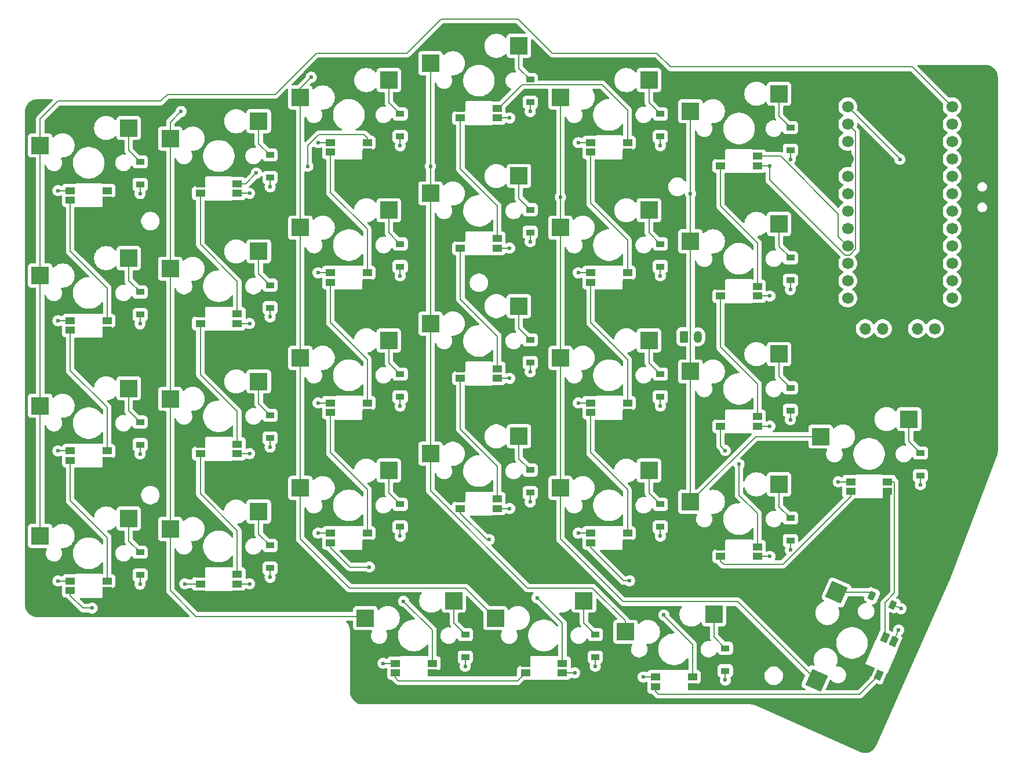
<source format=gbr>
%TF.GenerationSoftware,KiCad,Pcbnew,8.0.6*%
%TF.CreationDate,2024-12-27T20:41:03+01:00*%
%TF.ProjectId,left,6c656674-2e6b-4696-9361-645f70636258,0.1*%
%TF.SameCoordinates,Original*%
%TF.FileFunction,Copper,L2,Bot*%
%TF.FilePolarity,Positive*%
%FSLAX46Y46*%
G04 Gerber Fmt 4.6, Leading zero omitted, Abs format (unit mm)*
G04 Created by KiCad (PCBNEW 8.0.6) date 2024-12-27 20:41:03*
%MOMM*%
%LPD*%
G01*
G04 APERTURE LIST*
G04 Aperture macros list*
%AMRoundRect*
0 Rectangle with rounded corners*
0 $1 Rounding radius*
0 $2 $3 $4 $5 $6 $7 $8 $9 X,Y pos of 4 corners*
0 Add a 4 corners polygon primitive as box body*
4,1,4,$2,$3,$4,$5,$6,$7,$8,$9,$2,$3,0*
0 Add four circle primitives for the rounded corners*
1,1,$1+$1,$2,$3*
1,1,$1+$1,$4,$5*
1,1,$1+$1,$6,$7*
1,1,$1+$1,$8,$9*
0 Add four rect primitives between the rounded corners*
20,1,$1+$1,$2,$3,$4,$5,0*
20,1,$1+$1,$4,$5,$6,$7,0*
20,1,$1+$1,$6,$7,$8,$9,0*
20,1,$1+$1,$8,$9,$2,$3,0*%
%AMRotRect*
0 Rectangle, with rotation*
0 The origin of the aperture is its center*
0 $1 length*
0 $2 width*
0 $3 Rotation angle, in degrees counterclockwise*
0 Add horizontal line*
21,1,$1,$2,0,0,$3*%
G04 Aperture macros list end*
%TA.AperFunction,ComponentPad*%
%ADD10C,1.700000*%
%TD*%
%TA.AperFunction,ComponentPad*%
%ADD11O,1.700000X1.700000*%
%TD*%
%TA.AperFunction,SMDPad,CuDef*%
%ADD12R,1.400000X1.000000*%
%TD*%
%TA.AperFunction,SMDPad,CuDef*%
%ADD13R,2.550000X2.500000*%
%TD*%
%TA.AperFunction,SMDPad,CuDef*%
%ADD14R,1.200000X0.900000*%
%TD*%
%TA.AperFunction,SMDPad,CuDef*%
%ADD15RotRect,0.900000X1.200000X156.000000*%
%TD*%
%TA.AperFunction,SMDPad,CuDef*%
%ADD16RotRect,1.400000X1.000000X246.000000*%
%TD*%
%TA.AperFunction,SMDPad,CuDef*%
%ADD17RotRect,2.550000X2.500000X66.000000*%
%TD*%
%TA.AperFunction,ComponentPad*%
%ADD18RoundRect,0.240000X0.360000X0.635000X-0.360000X0.635000X-0.360000X-0.635000X0.360000X-0.635000X0*%
%TD*%
%TA.AperFunction,ComponentPad*%
%ADD19O,1.200000X1.750000*%
%TD*%
%TA.AperFunction,ViaPad*%
%ADD20C,0.600000*%
%TD*%
%TA.AperFunction,Conductor*%
%ADD21C,0.200000*%
%TD*%
G04 APERTURE END LIST*
D10*
%TO.P,MCU1,1*%
%TO.N,P1*%
X274120000Y-104800000D03*
%TO.P,MCU1,2*%
%TO.N,P0*%
X274120000Y-107340000D03*
%TO.P,MCU1,3*%
%TO.N,GND*%
X274120000Y-109880000D03*
%TO.P,MCU1,4*%
X274120000Y-112420000D03*
%TO.P,MCU1,5*%
%TO.N,P2*%
X274120000Y-114960000D03*
%TO.P,MCU1,6*%
%TO.N,P3*%
X274120000Y-117500000D03*
%TO.P,MCU1,7*%
%TO.N,P4*%
X274120000Y-120040000D03*
%TO.P,MCU1,8*%
%TO.N,P5*%
X274120000Y-122580000D03*
%TO.P,MCU1,9*%
%TO.N,P6*%
X274120000Y-125120000D03*
%TO.P,MCU1,10*%
%TO.N,P7*%
X274120000Y-127660000D03*
%TO.P,MCU1,11*%
%TO.N,P8*%
X274120000Y-130200000D03*
%TO.P,MCU1,12*%
%TO.N,P9*%
X274120000Y-132740000D03*
%TO.P,MCU1,13*%
%TO.N,P10*%
X258880000Y-132740000D03*
%TO.P,MCU1,14*%
%TO.N,P16*%
X258880000Y-130200000D03*
%TO.P,MCU1,15*%
%TO.N,P14*%
X258880000Y-127660000D03*
%TO.P,MCU1,16*%
%TO.N,LED_0*%
X258880000Y-125120000D03*
%TO.P,MCU1,17*%
%TO.N,P18*%
X258880000Y-122580000D03*
%TO.P,MCU1,18*%
%TO.N,P19*%
X258880000Y-120040000D03*
%TO.P,MCU1,19*%
%TO.N,P20*%
X258880000Y-117500000D03*
%TO.P,MCU1,20*%
%TO.N,P21*%
X258880000Y-114960000D03*
%TO.P,MCU1,21*%
%TO.N,VCC*%
X258880000Y-112420000D03*
%TO.P,MCU1,22*%
%TO.N,RST*%
X258880000Y-109880000D03*
%TO.P,MCU1,23*%
%TO.N,GND*%
X258880000Y-107340000D03*
%TO.P,MCU1,24*%
%TO.N,RAW*%
X258880000Y-104800000D03*
%TD*%
D11*
%TO.P,DISP1,1*%
%TO.N,P5*%
X261420000Y-137200000D03*
%TO.P,DISP1,2*%
%TO.N,P6*%
X263960000Y-137200000D03*
%TO.P,DISP1,3*%
%TO.N,VCC*%
X266500000Y-137200000D03*
%TO.P,DISP1,4*%
%TO.N,GND*%
X269040000Y-137200000D03*
D10*
%TO.P,DISP1,5*%
%TO.N,P7*%
X271580000Y-137200000D03*
%TD*%
D12*
%TO.P,LED8,1*%
%TO.N,VCC*%
X188700000Y-111450000D03*
%TO.P,LED8,2*%
%TO.N,LED_21*%
X188700000Y-110050000D03*
%TO.P,LED8,3*%
%TO.N,GND*%
X183300000Y-110050000D03*
%TO.P,LED8,4*%
%TO.N,LED_20*%
X183300000Y-111450000D03*
%TD*%
%TO.P,LED25,1*%
%TO.N,VCC*%
X240300000Y-150050000D03*
%TO.P,LED25,2*%
%TO.N,LED_3*%
X240300000Y-151450000D03*
%TO.P,LED25,3*%
%TO.N,GND*%
X245700000Y-151450000D03*
%TO.P,LED25,4*%
%TO.N,LED_2*%
X245700000Y-150050000D03*
%TD*%
D13*
%TO.P,S29,1*%
%TO.N,P20*%
X254915000Y-152960000D03*
%TO.P,S29,2*%
%TO.N,main_main*%
X267842000Y-150420000D03*
%TD*%
D14*
%TO.P,D8,1*%
%TO.N,P21*%
X174500000Y-115150000D03*
%TO.P,D8,2*%
%TO.N,pinky_number*%
X174500000Y-111850000D03*
%TD*%
D12*
%TO.P,LED2,1*%
%TO.N,VCC*%
X150700000Y-156450000D03*
%TO.P,LED2,2*%
%TO.N,LED_27*%
X150700000Y-155050000D03*
%TO.P,LED2,3*%
%TO.N,GND*%
X145300000Y-155050000D03*
%TO.P,LED2,4*%
%TO.N,LED_26*%
X145300000Y-156450000D03*
%TD*%
D14*
%TO.P,D4,1*%
%TO.N,P21*%
X155500000Y-116150000D03*
%TO.P,D4,2*%
%TO.N,outer_number*%
X155500000Y-112850000D03*
%TD*%
%TO.P,D16,1*%
%TO.N,P21*%
X212500000Y-104150000D03*
%TO.P,D16,2*%
%TO.N,middle_number*%
X212500000Y-100850000D03*
%TD*%
%TO.P,D25,1*%
%TO.N,P9*%
X203000000Y-185150000D03*
%TO.P,D25,2*%
%TO.N,near_bottom*%
X203000000Y-181850000D03*
%TD*%
D12*
%TO.P,LED5,1*%
%TO.N,VCC*%
X188700000Y-168450000D03*
%TO.P,LED5,2*%
%TO.N,LED_18*%
X188700000Y-167050000D03*
%TO.P,LED5,3*%
%TO.N,GND*%
X183300000Y-167050000D03*
%TO.P,LED5,4*%
%TO.N,LED_17*%
X183300000Y-168450000D03*
%TD*%
D13*
%TO.P,S2,1*%
%TO.N,P1*%
X140915000Y-148460000D03*
%TO.P,S2,2*%
%TO.N,outer_home*%
X153842000Y-145920000D03*
%TD*%
D14*
%TO.P,D11,1*%
%TO.N,P19*%
X193500000Y-128150000D03*
%TO.P,D11,2*%
%TO.N,ring_top*%
X193500000Y-124850000D03*
%TD*%
D15*
%TO.P,D28,1*%
%TO.N,P9*%
X265428193Y-177529629D03*
%TO.P,D28,2*%
%TO.N,double_bottom*%
X262413493Y-176187399D03*
%TD*%
D13*
%TO.P,S8,1*%
%TO.N,P0*%
X159915000Y-109460000D03*
%TO.P,S8,2*%
%TO.N,pinky_number*%
X172842000Y-106920000D03*
%TD*%
%TO.P,S22,1*%
%TO.N,P20*%
X235915000Y-143460000D03*
%TO.P,S22,2*%
%TO.N,inner_home*%
X248842000Y-140920000D03*
%TD*%
%TO.P,S21,1*%
%TO.N,P20*%
X235915000Y-162460000D03*
%TO.P,S21,2*%
%TO.N,inner_bottom*%
X248842000Y-159920000D03*
%TD*%
D12*
%TO.P,LED10,1*%
%TO.N,VCC*%
X226700000Y-149450000D03*
%TO.P,LED10,2*%
%TO.N,LED_9*%
X226700000Y-148050000D03*
%TO.P,LED10,3*%
%TO.N,GND*%
X221300000Y-148050000D03*
%TO.P,LED10,4*%
%TO.N,LED_8*%
X221300000Y-149450000D03*
%TD*%
D14*
%TO.P,D18,1*%
%TO.N,P16*%
X231500000Y-147150000D03*
%TO.P,D18,2*%
%TO.N,index_home*%
X231500000Y-143850000D03*
%TD*%
D12*
%TO.P,LED14,1*%
%TO.N,VCC*%
X236200000Y-189450000D03*
%TO.P,LED14,2*%
%TO.N,LED_7*%
X236200000Y-188050000D03*
%TO.P,LED14,3*%
%TO.N,GND*%
X230800000Y-188050000D03*
%TO.P,LED14,4*%
%TO.N,LED_6*%
X230800000Y-189450000D03*
%TD*%
D13*
%TO.P,S7,1*%
%TO.N,P0*%
X159915000Y-128460000D03*
%TO.P,S7,2*%
%TO.N,pinky_top*%
X172842000Y-125920000D03*
%TD*%
D12*
%TO.P,LED4,1*%
%TO.N,VCC*%
X150700000Y-118450000D03*
%TO.P,LED4,2*%
%TO.N,LED_29*%
X150700000Y-117050000D03*
%TO.P,LED4,3*%
%TO.N,GND*%
X145300000Y-117050000D03*
%TO.P,LED4,4*%
%TO.N,LED_28*%
X145300000Y-118450000D03*
%TD*%
D14*
%TO.P,D23,1*%
%TO.N,P19*%
X250500000Y-130150000D03*
%TO.P,D23,2*%
%TO.N,inner_top*%
X250500000Y-126850000D03*
%TD*%
%TO.P,D19,1*%
%TO.N,P19*%
X231500000Y-128150000D03*
%TO.P,D19,2*%
%TO.N,index_top*%
X231500000Y-124850000D03*
%TD*%
D12*
%TO.P,LED6,1*%
%TO.N,VCC*%
X188700000Y-149450000D03*
%TO.P,LED6,2*%
%TO.N,LED_19*%
X188700000Y-148050000D03*
%TO.P,LED6,3*%
%TO.N,GND*%
X183300000Y-148050000D03*
%TO.P,LED6,4*%
%TO.N,LED_18*%
X183300000Y-149450000D03*
%TD*%
D13*
%TO.P,S27,1*%
%TO.N,P3*%
X226415000Y-181460000D03*
%TO.P,S27,2*%
%TO.N,far_bottom*%
X239342000Y-178920000D03*
%TD*%
%TO.P,S26,1*%
%TO.N,P2*%
X207415000Y-179460000D03*
%TO.P,S26,2*%
%TO.N,home_bottom*%
X220342000Y-176920000D03*
%TD*%
%TO.P,S18,1*%
%TO.N,P4*%
X216915000Y-141460000D03*
%TO.P,S18,2*%
%TO.N,index_home*%
X229842000Y-138920000D03*
%TD*%
D14*
%TO.P,D22,1*%
%TO.N,P16*%
X250500000Y-149150000D03*
%TO.P,D22,2*%
%TO.N,inner_home*%
X250500000Y-145850000D03*
%TD*%
%TO.P,D26,1*%
%TO.N,P9*%
X222000000Y-185150000D03*
%TO.P,D26,2*%
%TO.N,home_bottom*%
X222000000Y-181850000D03*
%TD*%
D13*
%TO.P,S20,1*%
%TO.N,P4*%
X216915000Y-103460000D03*
%TO.P,S20,2*%
%TO.N,index_number*%
X229842000Y-100920000D03*
%TD*%
D12*
%TO.P,LED23,1*%
%TO.N,VCC*%
X202300000Y-105050000D03*
%TO.P,LED23,2*%
%TO.N,LED_12*%
X202300000Y-106450000D03*
%TO.P,LED23,3*%
%TO.N,GND*%
X207700000Y-106450000D03*
%TO.P,LED23,4*%
%TO.N,LED_11*%
X207700000Y-105050000D03*
%TD*%
D13*
%TO.P,S17,1*%
%TO.N,P4*%
X216915000Y-160460000D03*
%TO.P,S17,2*%
%TO.N,index_bottom*%
X229842000Y-157920000D03*
%TD*%
D14*
%TO.P,D27,1*%
%TO.N,P9*%
X241000000Y-187150000D03*
%TO.P,D27,2*%
%TO.N,far_bottom*%
X241000000Y-183850000D03*
%TD*%
D12*
%TO.P,LED7,1*%
%TO.N,VCC*%
X188700000Y-130450000D03*
%TO.P,LED7,2*%
%TO.N,LED_20*%
X188700000Y-129050000D03*
%TO.P,LED7,3*%
%TO.N,GND*%
X183300000Y-129050000D03*
%TO.P,LED7,4*%
%TO.N,LED_19*%
X183300000Y-130450000D03*
%TD*%
D16*
%TO.P,LED29,1*%
%TO.N,VCC*%
X262101670Y-187213856D03*
%TO.P,LED29,2*%
%TO.N,LED_6*%
X263380634Y-187783287D03*
%TO.P,LED29,3*%
%TO.N,GND*%
X265577012Y-182850142D03*
%TO.P,LED29,4*%
%TO.N,LED_5*%
X264298048Y-182280711D03*
%TD*%
D14*
%TO.P,D9,1*%
%TO.N,P10*%
X193500000Y-166150000D03*
%TO.P,D9,2*%
%TO.N,ring_bottom*%
X193500000Y-162850000D03*
%TD*%
D13*
%TO.P,S6,1*%
%TO.N,P0*%
X159915000Y-147460000D03*
%TO.P,S6,2*%
%TO.N,pinky_home*%
X172842000Y-144920000D03*
%TD*%
D12*
%TO.P,LED19,1*%
%TO.N,VCC*%
X164300000Y-116050000D03*
%TO.P,LED19,2*%
%TO.N,LED_22*%
X164300000Y-117450000D03*
%TO.P,LED19,3*%
%TO.N,GND*%
X169700000Y-117450000D03*
%TO.P,LED19,4*%
%TO.N,LED_21*%
X169700000Y-116050000D03*
%TD*%
D14*
%TO.P,D14,1*%
%TO.N,P16*%
X212500000Y-142150000D03*
%TO.P,D14,2*%
%TO.N,middle_home*%
X212500000Y-138850000D03*
%TD*%
D13*
%TO.P,S25,1*%
%TO.N,P0*%
X188415000Y-179460000D03*
%TO.P,S25,2*%
%TO.N,near_bottom*%
X201342000Y-176920000D03*
%TD*%
D14*
%TO.P,D7,1*%
%TO.N,P19*%
X174500000Y-134150000D03*
%TO.P,D7,2*%
%TO.N,pinky_top*%
X174500000Y-130850000D03*
%TD*%
D13*
%TO.P,S4,1*%
%TO.N,P1*%
X140915000Y-110460000D03*
%TO.P,S4,2*%
%TO.N,outer_number*%
X153842000Y-107920000D03*
%TD*%
D14*
%TO.P,D29,1*%
%TO.N,P9*%
X269500000Y-158650000D03*
%TO.P,D29,2*%
%TO.N,main_main*%
X269500000Y-155350000D03*
%TD*%
%TO.P,D1,1*%
%TO.N,P10*%
X155500000Y-173150000D03*
%TO.P,D1,2*%
%TO.N,outer_bottom*%
X155500000Y-169850000D03*
%TD*%
D13*
%TO.P,S10,1*%
%TO.N,P2*%
X178915000Y-141460000D03*
%TO.P,S10,2*%
%TO.N,ring_home*%
X191842000Y-138920000D03*
%TD*%
%TO.P,S9,1*%
%TO.N,P2*%
X178915000Y-160460000D03*
%TO.P,S9,2*%
%TO.N,ring_bottom*%
X191842000Y-157920000D03*
%TD*%
D12*
%TO.P,LED28,1*%
%TO.N,VCC*%
X211800000Y-186050000D03*
%TO.P,LED28,2*%
%TO.N,LED_16*%
X211800000Y-187450000D03*
%TO.P,LED28,3*%
%TO.N,GND*%
X217200000Y-187450000D03*
%TO.P,LED28,4*%
%TO.N,LED_15*%
X217200000Y-186050000D03*
%TD*%
%TO.P,LED13,1*%
%TO.N,VCC*%
X198200000Y-187450000D03*
%TO.P,LED13,2*%
%TO.N,LED_17*%
X198200000Y-186050000D03*
%TO.P,LED13,3*%
%TO.N,GND*%
X192800000Y-186050000D03*
%TO.P,LED13,4*%
%TO.N,LED_16*%
X192800000Y-187450000D03*
%TD*%
D14*
%TO.P,D6,1*%
%TO.N,P16*%
X174500000Y-153150000D03*
%TO.P,D6,2*%
%TO.N,pinky_home*%
X174500000Y-149850000D03*
%TD*%
D13*
%TO.P,S12,1*%
%TO.N,P2*%
X178915000Y-103460000D03*
%TO.P,S12,2*%
%TO.N,ring_number*%
X191842000Y-100920000D03*
%TD*%
D12*
%TO.P,LED11,1*%
%TO.N,VCC*%
X226700000Y-130450000D03*
%TO.P,LED11,2*%
%TO.N,LED_10*%
X226700000Y-129050000D03*
%TO.P,LED11,3*%
%TO.N,GND*%
X221300000Y-129050000D03*
%TO.P,LED11,4*%
%TO.N,LED_9*%
X221300000Y-130450000D03*
%TD*%
%TO.P,LED9,1*%
%TO.N,VCC*%
X226700000Y-168450000D03*
%TO.P,LED9,2*%
%TO.N,LED_8*%
X226700000Y-167050000D03*
%TO.P,LED9,3*%
%TO.N,GND*%
X221300000Y-167050000D03*
%TO.P,LED9,4*%
%TO.N,LED_7*%
X221300000Y-168450000D03*
%TD*%
D14*
%TO.P,D10,1*%
%TO.N,P16*%
X193500000Y-147150000D03*
%TO.P,D10,2*%
%TO.N,ring_home*%
X193500000Y-143850000D03*
%TD*%
%TO.P,D21,1*%
%TO.N,P10*%
X250500000Y-168150000D03*
%TO.P,D21,2*%
%TO.N,inner_bottom*%
X250500000Y-164850000D03*
%TD*%
D13*
%TO.P,S3,1*%
%TO.N,P1*%
X140915000Y-129460000D03*
%TO.P,S3,2*%
%TO.N,outer_top*%
X153842000Y-126920000D03*
%TD*%
D14*
%TO.P,D5,1*%
%TO.N,P10*%
X174500000Y-172150000D03*
%TO.P,D5,2*%
%TO.N,pinky_bottom*%
X174500000Y-168850000D03*
%TD*%
D12*
%TO.P,LED20,1*%
%TO.N,VCC*%
X202300000Y-162050000D03*
%TO.P,LED20,2*%
%TO.N,LED_15*%
X202300000Y-163450000D03*
%TO.P,LED20,3*%
%TO.N,GND*%
X207700000Y-163450000D03*
%TO.P,LED20,4*%
%TO.N,LED_14*%
X207700000Y-162050000D03*
%TD*%
D13*
%TO.P,S19,1*%
%TO.N,P4*%
X216915000Y-122460000D03*
%TO.P,S19,2*%
%TO.N,index_top*%
X229842000Y-119920000D03*
%TD*%
D12*
%TO.P,LED3,1*%
%TO.N,VCC*%
X150700000Y-137450000D03*
%TO.P,LED3,2*%
%TO.N,LED_28*%
X150700000Y-136050000D03*
%TO.P,LED3,3*%
%TO.N,GND*%
X145300000Y-136050000D03*
%TO.P,LED3,4*%
%TO.N,LED_27*%
X145300000Y-137450000D03*
%TD*%
D13*
%TO.P,S24,1*%
%TO.N,P20*%
X235915000Y-105460000D03*
%TO.P,S24,2*%
%TO.N,inner_number*%
X248842000Y-102920000D03*
%TD*%
D12*
%TO.P,LED1,1*%
%TO.N,VCC*%
X150700000Y-175450000D03*
%TO.P,LED1,2*%
%TO.N,LED_26*%
X150700000Y-174050000D03*
%TO.P,LED1,3*%
%TO.N,GND*%
X145300000Y-174050000D03*
%TO.P,LED1,4*%
%TO.N,LED_25*%
X145300000Y-175450000D03*
%TD*%
D14*
%TO.P,D24,1*%
%TO.N,P21*%
X250500000Y-111150000D03*
%TO.P,D24,2*%
%TO.N,inner_number*%
X250500000Y-107850000D03*
%TD*%
%TO.P,D20,1*%
%TO.N,P21*%
X231500000Y-109150000D03*
%TO.P,D20,2*%
%TO.N,index_number*%
X231500000Y-105850000D03*
%TD*%
D12*
%TO.P,LED16,1*%
%TO.N,VCC*%
X164300000Y-173050000D03*
%TO.P,LED16,2*%
%TO.N,LED_25*%
X164300000Y-174450000D03*
%TO.P,LED16,3*%
%TO.N,GND*%
X169700000Y-174450000D03*
%TO.P,LED16,4*%
%TO.N,LED_24*%
X169700000Y-173050000D03*
%TD*%
D14*
%TO.P,D3,1*%
%TO.N,P19*%
X155500000Y-135150000D03*
%TO.P,D3,2*%
%TO.N,outer_top*%
X155500000Y-131850000D03*
%TD*%
D13*
%TO.P,S1,1*%
%TO.N,P1*%
X140915000Y-167460000D03*
%TO.P,S1,2*%
%TO.N,outer_bottom*%
X153842000Y-164920000D03*
%TD*%
D12*
%TO.P,LED22,1*%
%TO.N,VCC*%
X202300000Y-124050000D03*
%TO.P,LED22,2*%
%TO.N,LED_13*%
X202300000Y-125450000D03*
%TO.P,LED22,3*%
%TO.N,GND*%
X207700000Y-125450000D03*
%TO.P,LED22,4*%
%TO.N,LED_12*%
X207700000Y-124050000D03*
%TD*%
%TO.P,LED21,1*%
%TO.N,VCC*%
X202300000Y-143050000D03*
%TO.P,LED21,2*%
%TO.N,LED_14*%
X202300000Y-144450000D03*
%TO.P,LED21,3*%
%TO.N,GND*%
X207700000Y-144450000D03*
%TO.P,LED21,4*%
%TO.N,LED_13*%
X207700000Y-143050000D03*
%TD*%
D13*
%TO.P,S16,1*%
%TO.N,P3*%
X197915000Y-98460000D03*
%TO.P,S16,2*%
%TO.N,middle_number*%
X210842000Y-95920000D03*
%TD*%
D12*
%TO.P,LED18,1*%
%TO.N,VCC*%
X164300000Y-135050000D03*
%TO.P,LED18,2*%
%TO.N,LED_23*%
X164300000Y-136450000D03*
%TO.P,LED18,3*%
%TO.N,GND*%
X169700000Y-136450000D03*
%TO.P,LED18,4*%
%TO.N,LED_22*%
X169700000Y-135050000D03*
%TD*%
D14*
%TO.P,D17,1*%
%TO.N,P10*%
X231500000Y-166150000D03*
%TO.P,D17,2*%
%TO.N,index_bottom*%
X231500000Y-162850000D03*
%TD*%
D13*
%TO.P,S11,1*%
%TO.N,P2*%
X178915000Y-122460000D03*
%TO.P,S11,2*%
%TO.N,ring_top*%
X191842000Y-119920000D03*
%TD*%
D14*
%TO.P,D2,1*%
%TO.N,P16*%
X155500000Y-154150000D03*
%TO.P,D2,2*%
%TO.N,outer_home*%
X155500000Y-150850000D03*
%TD*%
D17*
%TO.P,S28,1*%
%TO.N,P4*%
X254297865Y-188539358D03*
%TO.P,S28,2*%
%TO.N,double_bottom*%
X257235345Y-175696845D03*
%TD*%
D14*
%TO.P,D15,1*%
%TO.N,P19*%
X212500000Y-123150000D03*
%TO.P,D15,2*%
%TO.N,middle_top*%
X212500000Y-119850000D03*
%TD*%
D13*
%TO.P,S23,1*%
%TO.N,P20*%
X235915000Y-124460000D03*
%TO.P,S23,2*%
%TO.N,inner_top*%
X248842000Y-121920000D03*
%TD*%
%TO.P,S13,1*%
%TO.N,P3*%
X197915000Y-155460000D03*
%TO.P,S13,2*%
%TO.N,middle_bottom*%
X210842000Y-152920000D03*
%TD*%
%TO.P,S5,1*%
%TO.N,P0*%
X159915000Y-166460000D03*
%TO.P,S5,2*%
%TO.N,pinky_bottom*%
X172842000Y-163920000D03*
%TD*%
D12*
%TO.P,LED27,1*%
%TO.N,VCC*%
X240300000Y-112050000D03*
%TO.P,LED27,2*%
%TO.N,LED_1*%
X240300000Y-113450000D03*
%TO.P,LED27,3*%
%TO.N,GND*%
X245700000Y-113450000D03*
%TO.P,LED27,4*%
%TO.N,LED_0*%
X245700000Y-112050000D03*
%TD*%
D14*
%TO.P,D13,1*%
%TO.N,P10*%
X212500000Y-161150000D03*
%TO.P,D13,2*%
%TO.N,middle_bottom*%
X212500000Y-157850000D03*
%TD*%
D13*
%TO.P,S15,1*%
%TO.N,P3*%
X197915000Y-117460000D03*
%TO.P,S15,2*%
%TO.N,middle_top*%
X210842000Y-114920000D03*
%TD*%
D12*
%TO.P,LED24,1*%
%TO.N,VCC*%
X240300000Y-169050000D03*
%TO.P,LED24,2*%
%TO.N,LED_4*%
X240300000Y-170450000D03*
%TO.P,LED24,3*%
%TO.N,GND*%
X245700000Y-170450000D03*
%TO.P,LED24,4*%
%TO.N,LED_3*%
X245700000Y-169050000D03*
%TD*%
D13*
%TO.P,S14,1*%
%TO.N,P3*%
X197915000Y-136460000D03*
%TO.P,S14,2*%
%TO.N,middle_home*%
X210842000Y-133920000D03*
%TD*%
D18*
%TO.P,JST1,1*%
%TO.N,GND*%
X234950000Y-138400000D03*
D19*
%TO.P,JST1,2*%
%TO.N,pos*%
X236950000Y-138400000D03*
%TD*%
D12*
%TO.P,LED12,1*%
%TO.N,VCC*%
X226700000Y-111450000D03*
%TO.P,LED12,2*%
%TO.N,LED_11*%
X226700000Y-110050000D03*
%TO.P,LED12,3*%
%TO.N,GND*%
X221300000Y-110050000D03*
%TO.P,LED12,4*%
%TO.N,LED_10*%
X221300000Y-111450000D03*
%TD*%
D14*
%TO.P,D12,1*%
%TO.N,P21*%
X193500000Y-109150000D03*
%TO.P,D12,2*%
%TO.N,ring_number*%
X193500000Y-105850000D03*
%TD*%
D12*
%TO.P,LED26,1*%
%TO.N,VCC*%
X240300000Y-131050000D03*
%TO.P,LED26,2*%
%TO.N,LED_2*%
X240300000Y-132450000D03*
%TO.P,LED26,3*%
%TO.N,GND*%
X245700000Y-132450000D03*
%TO.P,LED26,4*%
%TO.N,LED_1*%
X245700000Y-131050000D03*
%TD*%
%TO.P,LED17,1*%
%TO.N,VCC*%
X164300000Y-154050000D03*
%TO.P,LED17,2*%
%TO.N,LED_24*%
X164300000Y-155450000D03*
%TO.P,LED17,3*%
%TO.N,GND*%
X169700000Y-155450000D03*
%TO.P,LED17,4*%
%TO.N,LED_23*%
X169700000Y-154050000D03*
%TD*%
%TO.P,LED15,1*%
%TO.N,VCC*%
X264700000Y-160950000D03*
%TO.P,LED15,2*%
%TO.N,LED_5*%
X264700000Y-159550000D03*
%TO.P,LED15,3*%
%TO.N,GND*%
X259300000Y-159550000D03*
%TO.P,LED15,4*%
%TO.N,LED_4*%
X259300000Y-160950000D03*
%TD*%
D20*
%TO.N,GND*%
X181500000Y-148050000D03*
X219500000Y-129050000D03*
X219500000Y-167050000D03*
X266309138Y-181205760D03*
X229000000Y-188050000D03*
X171500000Y-117450000D03*
X143500000Y-117050000D03*
X143500000Y-155050000D03*
X209500000Y-125450000D03*
X171500000Y-136450000D03*
X247500000Y-113450000D03*
X171500000Y-155450000D03*
X247500000Y-170450000D03*
X171500000Y-174450000D03*
X181500000Y-129050000D03*
X143500000Y-174050000D03*
X257500000Y-159550000D03*
X143500000Y-136050000D03*
X181500000Y-110050000D03*
X181500000Y-167050000D03*
X209500000Y-106450000D03*
X209500000Y-144450000D03*
X219500000Y-110050000D03*
X191000000Y-186050000D03*
X219000000Y-187450000D03*
X247500000Y-151450000D03*
X247500000Y-132450000D03*
X219500000Y-148050000D03*
X209500000Y-163450000D03*
%TO.N,P0*%
X161500000Y-105500000D03*
%TO.N,P2*%
X180500000Y-100500000D03*
%TO.N,P3*%
X197915000Y-113500000D03*
%TO.N,P4*%
X216915000Y-118000000D03*
%TO.N,P20*%
X235915000Y-117500000D03*
%TO.N,LED_25*%
X162050000Y-174450000D03*
X148500000Y-178000000D03*
%TO.N,LED_17*%
X189000000Y-172000000D03*
X194000000Y-177000000D03*
%TO.N,LED_21*%
X180000000Y-113500000D03*
X172500000Y-114500000D03*
%TO.N,LED_7*%
X227000000Y-174000000D03*
X232000000Y-179000000D03*
%TO.N,LED_15*%
X213500000Y-176500000D03*
X206500000Y-168000000D03*
%TO.N,LED_3*%
X243000000Y-157000000D03*
X241000000Y-155000000D03*
%TO.N,RAW*%
X266500000Y-112500000D03*
%TO.N,P21*%
X155500000Y-117500000D03*
X193500000Y-110500000D03*
X212500000Y-105500000D03*
X174500000Y-116500000D03*
X250500000Y-112500000D03*
X231500000Y-110500000D03*
%TO.N,P19*%
X155500000Y-136500000D03*
X250500000Y-131500000D03*
X174500000Y-135500000D03*
X212500000Y-124500000D03*
X193500000Y-129500000D03*
X231500000Y-129500000D03*
%TO.N,P16*%
X193500000Y-148500000D03*
X250500000Y-150500000D03*
X174500000Y-154500000D03*
X212500000Y-143500000D03*
X231500000Y-148500000D03*
X155500000Y-155500000D03*
%TO.N,P10*%
X193500000Y-167500000D03*
X174500000Y-173500000D03*
X231500000Y-167500000D03*
X155500000Y-174500000D03*
X250500000Y-169500000D03*
X212500000Y-162500000D03*
%TO.N,P9*%
X203000000Y-186500000D03*
X269500000Y-160000000D03*
X222000000Y-186500000D03*
X266661479Y-178078724D03*
X241000000Y-188500000D03*
%TD*%
D21*
%TO.N,P1*%
X143500000Y-104000000D02*
X158500000Y-104000000D01*
X233000000Y-99000000D02*
X268320000Y-99000000D01*
X140915000Y-106585000D02*
X143500000Y-104000000D01*
X181264476Y-97000000D02*
X194500000Y-97000000D01*
X175264476Y-103000000D02*
X181264476Y-97000000D01*
X140915000Y-110460000D02*
X140915000Y-167460000D01*
X158500000Y-104000000D02*
X159500000Y-103000000D01*
X210735524Y-92000000D02*
X215735524Y-97000000D01*
X199500000Y-92000000D02*
X210735524Y-92000000D01*
X268320000Y-99000000D02*
X274120000Y-104800000D01*
X140915000Y-110460000D02*
X140915000Y-106585000D01*
X159500000Y-103000000D02*
X175264476Y-103000000D01*
X231000000Y-97000000D02*
X233000000Y-99000000D01*
X194500000Y-97000000D02*
X199500000Y-92000000D01*
X215735524Y-97000000D02*
X231000000Y-97000000D01*
%TO.N,outer_bottom*%
X153842000Y-164920000D02*
X153842000Y-168192000D01*
X153842000Y-168192000D02*
X155500000Y-169850000D01*
%TO.N,GND*%
X245700000Y-170450000D02*
X247500000Y-170450000D01*
X207700000Y-163450000D02*
X209500000Y-163450000D01*
X183300000Y-167050000D02*
X181500000Y-167050000D01*
X169700000Y-155450000D02*
X171500000Y-155450000D01*
X183300000Y-148050000D02*
X181500000Y-148050000D01*
X217200000Y-187450000D02*
X219000000Y-187450000D01*
X230800000Y-188050000D02*
X229000000Y-188050000D01*
X207700000Y-125450000D02*
X209500000Y-125450000D01*
X145300000Y-136050000D02*
X143500000Y-136050000D01*
X221300000Y-129050000D02*
X219500000Y-129050000D01*
X183300000Y-148050000D02*
X181500000Y-148050000D01*
X259300000Y-159550000D02*
X257500000Y-159550000D01*
X265577012Y-182850142D02*
X266309138Y-181205760D01*
X221300000Y-110050000D02*
X219500000Y-110050000D01*
X169700000Y-136450000D02*
X171500000Y-136450000D01*
X183300000Y-167050000D02*
X181500000Y-167050000D01*
X259300000Y-159550000D02*
X257500000Y-159550000D01*
X145300000Y-155050000D02*
X143500000Y-155050000D01*
X145300000Y-174050000D02*
X143500000Y-174050000D01*
X221300000Y-167050000D02*
X219500000Y-167050000D01*
X245700000Y-113450000D02*
X247500000Y-113450000D01*
X260030000Y-108490000D02*
X260030000Y-125596346D01*
X245700000Y-132450000D02*
X247500000Y-132450000D01*
X183300000Y-129050000D02*
X181500000Y-129050000D01*
X183300000Y-129050000D02*
X181500000Y-129050000D01*
X207700000Y-125450000D02*
X209500000Y-125450000D01*
X169700000Y-174450000D02*
X171500000Y-174450000D01*
X258500000Y-126500000D02*
X247500000Y-115500000D01*
X169700000Y-174450000D02*
X171500000Y-174450000D01*
X245700000Y-170450000D02*
X247500000Y-170450000D01*
X145300000Y-136050000D02*
X143500000Y-136050000D01*
X260030000Y-125596346D02*
X259126346Y-126500000D01*
X169700000Y-117450000D02*
X171500000Y-117450000D01*
X192800000Y-186050000D02*
X191000000Y-186050000D01*
X245700000Y-151450000D02*
X247500000Y-151450000D01*
X221300000Y-110050000D02*
X219500000Y-110050000D01*
X145300000Y-155050000D02*
X143500000Y-155050000D01*
X145300000Y-117050000D02*
X143500000Y-117050000D01*
X169700000Y-117450000D02*
X171500000Y-117450000D01*
X259126346Y-126500000D02*
X258500000Y-126500000D01*
X258880000Y-107340000D02*
X260030000Y-108490000D01*
X230800000Y-188050000D02*
X229000000Y-188050000D01*
X207700000Y-144450000D02*
X209500000Y-144450000D01*
X245700000Y-132450000D02*
X247500000Y-132450000D01*
X221300000Y-148050000D02*
X219500000Y-148050000D01*
X247500000Y-115500000D02*
X247500000Y-113450000D01*
X207700000Y-163450000D02*
X209500000Y-163450000D01*
X183300000Y-110050000D02*
X181500000Y-110050000D01*
X145300000Y-174050000D02*
X143500000Y-174050000D01*
X169700000Y-136450000D02*
X171500000Y-136450000D01*
X221300000Y-167050000D02*
X219500000Y-167050000D01*
X192800000Y-186050000D02*
X191000000Y-186050000D01*
X169700000Y-155450000D02*
X171500000Y-155450000D01*
X183300000Y-110050000D02*
X181500000Y-110050000D01*
X207700000Y-106450000D02*
X209500000Y-106450000D01*
X221300000Y-148050000D02*
X219500000Y-148050000D01*
X245700000Y-113450000D02*
X247500000Y-113450000D01*
X245700000Y-151450000D02*
X247500000Y-151450000D01*
X221300000Y-129050000D02*
X219500000Y-129050000D01*
X207700000Y-106450000D02*
X209500000Y-106450000D01*
X145300000Y-117050000D02*
X143500000Y-117050000D01*
X207700000Y-144450000D02*
X209500000Y-144450000D01*
%TO.N,outer_home*%
X153842000Y-145920000D02*
X153842000Y-149192000D01*
X153842000Y-149192000D02*
X155500000Y-150850000D01*
%TO.N,outer_top*%
X153842000Y-130192000D02*
X155500000Y-131850000D01*
X153842000Y-126920000D02*
X153842000Y-130192000D01*
%TO.N,outer_number*%
X153842000Y-111192000D02*
X155500000Y-112850000D01*
X153842000Y-107920000D02*
X153842000Y-111192000D01*
%TO.N,P0*%
X163700000Y-179200000D02*
X188155000Y-179200000D01*
X159915000Y-109460000D02*
X159915000Y-166460000D01*
X159915000Y-166460000D02*
X159915000Y-175415000D01*
X159915000Y-175415000D02*
X163700000Y-179200000D01*
X159915000Y-109460000D02*
X159915000Y-107085000D01*
X188155000Y-179200000D02*
X188415000Y-179460000D01*
X159915000Y-107085000D02*
X161500000Y-105500000D01*
%TO.N,pinky_bottom*%
X172842000Y-167192000D02*
X174500000Y-168850000D01*
X172842000Y-163920000D02*
X172842000Y-167192000D01*
%TO.N,pinky_home*%
X172842000Y-144920000D02*
X172842000Y-148192000D01*
X172842000Y-148192000D02*
X174500000Y-149850000D01*
%TO.N,pinky_top*%
X172842000Y-129192000D02*
X174500000Y-130850000D01*
X172842000Y-125920000D02*
X172842000Y-129192000D01*
%TO.N,pinky_number*%
X172842000Y-106920000D02*
X172842000Y-110192000D01*
X172842000Y-110192000D02*
X174500000Y-111850000D01*
%TO.N,P2*%
X178915000Y-103460000D02*
X178915000Y-160460000D01*
X178915000Y-167885000D02*
X186096000Y-175066000D01*
X178915000Y-103460000D02*
X178915000Y-102085000D01*
X186096000Y-175066000D02*
X203021000Y-175066000D01*
X178915000Y-102085000D02*
X180500000Y-100500000D01*
X178915000Y-160460000D02*
X178915000Y-167885000D01*
X203021000Y-175066000D02*
X207415000Y-179460000D01*
%TO.N,ring_bottom*%
X191842000Y-157920000D02*
X191842000Y-161192000D01*
X191842000Y-161192000D02*
X193500000Y-162850000D01*
%TO.N,ring_home*%
X191842000Y-142192000D02*
X193500000Y-143850000D01*
X191842000Y-138920000D02*
X191842000Y-142192000D01*
%TO.N,ring_top*%
X191842000Y-123192000D02*
X193500000Y-124850000D01*
X191842000Y-119920000D02*
X191842000Y-123192000D01*
%TO.N,ring_number*%
X191842000Y-100920000D02*
X191842000Y-104192000D01*
X191842000Y-104192000D02*
X193500000Y-105850000D01*
%TO.N,P3*%
X197915000Y-155460000D02*
X197915000Y-160865000D01*
X197915000Y-98460000D02*
X197915000Y-113500000D01*
X226415000Y-179868000D02*
X226415000Y-181460000D01*
X197915000Y-160865000D02*
X212116000Y-175066000D01*
X212116000Y-175066000D02*
X221613000Y-175066000D01*
X221613000Y-175066000D02*
X226415000Y-179868000D01*
X197915000Y-113500000D02*
X197915000Y-155460000D01*
%TO.N,middle_bottom*%
X210842000Y-152920000D02*
X210842000Y-156192000D01*
X210842000Y-156192000D02*
X212500000Y-157850000D01*
%TO.N,middle_home*%
X210842000Y-137192000D02*
X212500000Y-138850000D01*
X210842000Y-133920000D02*
X210842000Y-137192000D01*
%TO.N,middle_top*%
X210842000Y-114920000D02*
X210842000Y-118192000D01*
X210842000Y-118192000D02*
X212500000Y-119850000D01*
%TO.N,middle_number*%
X210842000Y-99192000D02*
X212500000Y-100850000D01*
X210842000Y-95920000D02*
X210842000Y-99192000D01*
%TO.N,P4*%
X226066000Y-177066000D02*
X242824507Y-177066000D01*
X216915000Y-160460000D02*
X216915000Y-167915000D01*
X216915000Y-118000000D02*
X216915000Y-103460000D01*
X242824507Y-177066000D02*
X254297865Y-188539358D01*
X216915000Y-118000000D02*
X216915000Y-160460000D01*
X216915000Y-167915000D02*
X226066000Y-177066000D01*
%TO.N,index_bottom*%
X229842000Y-161192000D02*
X231500000Y-162850000D01*
X229842000Y-157920000D02*
X229842000Y-161192000D01*
%TO.N,index_home*%
X229842000Y-142192000D02*
X231500000Y-143850000D01*
X229842000Y-138920000D02*
X229842000Y-142192000D01*
%TO.N,index_top*%
X229842000Y-123192000D02*
X231500000Y-124850000D01*
X229842000Y-119920000D02*
X229842000Y-123192000D01*
%TO.N,index_number*%
X229842000Y-100920000D02*
X229842000Y-104192000D01*
X229842000Y-104192000D02*
X231500000Y-105850000D01*
%TO.N,P20*%
X245415000Y-152960000D02*
X254915000Y-152960000D01*
X235915000Y-162460000D02*
X245415000Y-152960000D01*
X235915000Y-117500000D02*
X235915000Y-162460000D01*
X235915000Y-105460000D02*
X235915000Y-117500000D01*
%TO.N,inner_bottom*%
X248842000Y-163192000D02*
X250500000Y-164850000D01*
X248842000Y-159920000D02*
X248842000Y-163192000D01*
%TO.N,inner_home*%
X248842000Y-144192000D02*
X250500000Y-145850000D01*
X248842000Y-140920000D02*
X248842000Y-144192000D01*
%TO.N,inner_top*%
X248842000Y-125192000D02*
X250500000Y-126850000D01*
X248842000Y-121920000D02*
X248842000Y-125192000D01*
%TO.N,inner_number*%
X248842000Y-106192000D02*
X250500000Y-107850000D01*
X248842000Y-102920000D02*
X248842000Y-106192000D01*
%TO.N,near_bottom*%
X201342000Y-176920000D02*
X201342000Y-180192000D01*
X201342000Y-180192000D02*
X203000000Y-181850000D01*
%TO.N,home_bottom*%
X220342000Y-180192000D02*
X222000000Y-181850000D01*
X220342000Y-176920000D02*
X220342000Y-180192000D01*
%TO.N,far_bottom*%
X239342000Y-178920000D02*
X239342000Y-182192000D01*
X239342000Y-182192000D02*
X241000000Y-183850000D01*
%TO.N,double_bottom*%
X261922939Y-175696845D02*
X262413493Y-176187399D01*
X257235345Y-175696845D02*
X261922939Y-175696845D01*
%TO.N,main_main*%
X267842000Y-150420000D02*
X267842000Y-153692000D01*
X267842000Y-153692000D02*
X269500000Y-155350000D01*
%TO.N,LED_26*%
X150700000Y-167701952D02*
X145300000Y-162301952D01*
X145300000Y-162301952D02*
X145300000Y-156450000D01*
X150700000Y-174050000D02*
X150700000Y-167701952D01*
%TO.N,LED_25*%
X145300000Y-176150000D02*
X145300000Y-175450000D01*
X148500000Y-178000000D02*
X147150000Y-178000000D01*
X147150000Y-178000000D02*
X145300000Y-176150000D01*
X164300000Y-174450000D02*
X162050000Y-174450000D01*
%TO.N,LED_27*%
X150700000Y-148701952D02*
X145300000Y-143301952D01*
X150700000Y-155050000D02*
X150700000Y-148701952D01*
X145300000Y-143301952D02*
X145300000Y-137450000D01*
%TO.N,LED_28*%
X145300000Y-125900231D02*
X145300000Y-118450000D01*
X150700000Y-131300231D02*
X145300000Y-125900231D01*
X150700000Y-136050000D02*
X150700000Y-131300231D01*
%TO.N,LED_18*%
X188700000Y-167050000D02*
X188700000Y-160701952D01*
X183300000Y-155301952D02*
X183300000Y-149450000D01*
X188700000Y-160701952D02*
X183300000Y-155301952D01*
%TO.N,LED_17*%
X189000000Y-172000000D02*
X186150000Y-172000000D01*
X198200000Y-186050000D02*
X198200000Y-181200000D01*
X183300000Y-169150000D02*
X183300000Y-168450000D01*
X198200000Y-181200000D02*
X194000000Y-177000000D01*
X186150000Y-172000000D02*
X183300000Y-169150000D01*
%TO.N,LED_19*%
X188700000Y-148050000D02*
X188700000Y-141701952D01*
X183300000Y-136301952D02*
X183300000Y-130450000D01*
X188700000Y-141701952D02*
X183300000Y-136301952D01*
%TO.N,LED_20*%
X183300000Y-117301952D02*
X183300000Y-111450000D01*
X188700000Y-129050000D02*
X188700000Y-122701952D01*
X188700000Y-122701952D02*
X183300000Y-117301952D01*
%TO.N,LED_21*%
X188700000Y-109350000D02*
X188250000Y-108900000D01*
X188250000Y-108900000D02*
X181600000Y-108900000D01*
X170950000Y-116050000D02*
X169700000Y-116050000D01*
X172500000Y-114500000D02*
X170950000Y-116050000D01*
X188700000Y-110050000D02*
X188700000Y-109350000D01*
X180000000Y-110500000D02*
X180000000Y-113500000D01*
X181600000Y-108900000D02*
X180000000Y-110500000D01*
%TO.N,LED_8*%
X226700000Y-167050000D02*
X226700000Y-160701952D01*
X226700000Y-160701952D02*
X221300000Y-155301952D01*
X221300000Y-155301952D02*
X221300000Y-149450000D01*
%TO.N,LED_7*%
X221300000Y-169150000D02*
X221300000Y-168450000D01*
X232000000Y-179100231D02*
X232000000Y-179000000D01*
X236200000Y-188050000D02*
X236200000Y-183300231D01*
X236200000Y-183300231D02*
X232000000Y-179100231D01*
X226150000Y-174000000D02*
X221300000Y-169150000D01*
X227000000Y-174000000D02*
X226150000Y-174000000D01*
%TO.N,LED_9*%
X226700000Y-141701952D02*
X221300000Y-136301952D01*
X221300000Y-136301952D02*
X221300000Y-130450000D01*
X226700000Y-148050000D02*
X226700000Y-141701952D01*
%TO.N,LED_10*%
X226700000Y-124300231D02*
X221300000Y-118900231D01*
X221300000Y-118900231D02*
X221300000Y-111450000D01*
X226700000Y-129050000D02*
X226700000Y-124300231D01*
%TO.N,LED_11*%
X226700000Y-110050000D02*
X226700000Y-105300231D01*
X207874134Y-105050000D02*
X207700000Y-105050000D01*
X222999769Y-101600000D02*
X211324134Y-101600000D01*
X211324134Y-101600000D02*
X207874134Y-105050000D01*
X226700000Y-105300231D02*
X222999769Y-101600000D01*
%TO.N,LED_16*%
X193250000Y-188600000D02*
X192800000Y-188150000D01*
X192800000Y-188150000D02*
X192800000Y-187450000D01*
X211800000Y-187450000D02*
X210650000Y-188600000D01*
X210650000Y-188600000D02*
X193250000Y-188600000D01*
%TO.N,LED_6*%
X260563921Y-190600000D02*
X231250000Y-190600000D01*
X231250000Y-190600000D02*
X230800000Y-190150000D01*
X263380634Y-187783287D02*
X260563921Y-190600000D01*
X230800000Y-190150000D02*
X230800000Y-189450000D01*
%TO.N,LED_5*%
X265700000Y-175800000D02*
X264298048Y-177201952D01*
X265600000Y-159550000D02*
X265700000Y-159650000D01*
X265700000Y-159650000D02*
X265700000Y-175800000D01*
X264298048Y-177201952D02*
X264298048Y-182280711D01*
X264700000Y-159550000D02*
X265600000Y-159550000D01*
%TO.N,LED_4*%
X249400000Y-171600000D02*
X259300000Y-161700000D01*
X240300000Y-170450000D02*
X240300000Y-171150000D01*
X259300000Y-161700000D02*
X259300000Y-160950000D01*
X240750000Y-171600000D02*
X249400000Y-171600000D01*
X240300000Y-171150000D02*
X240750000Y-171600000D01*
%TO.N,LED_24*%
X164300000Y-161301952D02*
X169700000Y-166701952D01*
X164300000Y-155450000D02*
X164300000Y-161301952D01*
X169700000Y-166701952D02*
X169700000Y-173050000D01*
%TO.N,LED_23*%
X164300000Y-143900231D02*
X169700000Y-149300231D01*
X169700000Y-149300231D02*
X169700000Y-154050000D01*
X164300000Y-136450000D02*
X164300000Y-143900231D01*
%TO.N,LED_22*%
X164300000Y-124900231D02*
X169700000Y-130300231D01*
X164300000Y-117450000D02*
X164300000Y-124900231D01*
X169700000Y-130300231D02*
X169700000Y-135050000D01*
%TO.N,LED_15*%
X213500000Y-176500000D02*
X217200000Y-180200000D01*
X206150000Y-168000000D02*
X202300000Y-164150000D01*
X202300000Y-164150000D02*
X202300000Y-163450000D01*
X217200000Y-180200000D02*
X217200000Y-186050000D01*
X206500000Y-168000000D02*
X206150000Y-168000000D01*
%TO.N,LED_14*%
X207700000Y-157300231D02*
X207700000Y-162050000D01*
X202300000Y-151900231D02*
X207700000Y-157300231D01*
X202300000Y-144450000D02*
X202300000Y-151900231D01*
%TO.N,LED_13*%
X202300000Y-125450000D02*
X202300000Y-132900231D01*
X202300000Y-132900231D02*
X207700000Y-138300231D01*
X207700000Y-138300231D02*
X207700000Y-143050000D01*
%TO.N,LED_12*%
X202300000Y-106450000D02*
X202300000Y-113900231D01*
X207700000Y-119300231D02*
X207700000Y-124050000D01*
X202300000Y-113900231D02*
X207700000Y-119300231D01*
%TO.N,LED_3*%
X245700000Y-164200000D02*
X245700000Y-169050000D01*
X240300000Y-151450000D02*
X240300000Y-154300000D01*
X243000000Y-161500000D02*
X245700000Y-164200000D01*
X240300000Y-154300000D02*
X241000000Y-155000000D01*
X243000000Y-157000000D02*
X243000000Y-161500000D01*
%TO.N,LED_2*%
X240300000Y-132450000D02*
X240300000Y-139900231D01*
X245700000Y-145300231D02*
X245700000Y-150050000D01*
X240300000Y-139900231D02*
X245700000Y-145300231D01*
%TO.N,LED_1*%
X245700000Y-124701952D02*
X245700000Y-131050000D01*
X240300000Y-113450000D02*
X240300000Y-119301952D01*
X240300000Y-119301952D02*
X245700000Y-124701952D01*
%TO.N,LED_0*%
X258880000Y-125120000D02*
X257500000Y-123740000D01*
X257500000Y-123740000D02*
X257500000Y-120500000D01*
X249050000Y-112050000D02*
X245700000Y-112050000D01*
X257500000Y-120500000D02*
X249050000Y-112050000D01*
%TO.N,RAW*%
X266500000Y-112420000D02*
X258880000Y-104800000D01*
X266500000Y-112500000D02*
X266500000Y-112420000D01*
%TO.N,P21*%
X231500000Y-109150000D02*
X231500000Y-110500000D01*
X174500000Y-115150000D02*
X174500000Y-116500000D01*
X174500000Y-115150000D02*
X174500000Y-116500000D01*
X231500000Y-109150000D02*
X231500000Y-110500000D01*
X250500000Y-111150000D02*
X250500000Y-112500000D01*
X193500000Y-109150000D02*
X193500000Y-110500000D01*
X193500000Y-109150000D02*
X193500000Y-110500000D01*
X212500000Y-104150000D02*
X212500000Y-105500000D01*
X212500000Y-104150000D02*
X212500000Y-105500000D01*
X155500000Y-116150000D02*
X155500000Y-117500000D01*
X155500000Y-116150000D02*
X155500000Y-117500000D01*
X250500000Y-111150000D02*
X250500000Y-112500000D01*
%TO.N,P19*%
X250500000Y-130150000D02*
X250500000Y-131500000D01*
X193500000Y-128150000D02*
X193500000Y-129500000D01*
X174500000Y-134150000D02*
X174500000Y-135500000D01*
X212500000Y-123150000D02*
X212500000Y-124500000D01*
X231500000Y-128150000D02*
X231500000Y-129500000D01*
X155500000Y-135150000D02*
X155500000Y-136500000D01*
X155500000Y-135150000D02*
X155500000Y-136500000D01*
X250500000Y-130150000D02*
X250500000Y-131500000D01*
X212500000Y-123150000D02*
X212500000Y-124500000D01*
X193500000Y-128150000D02*
X193500000Y-129500000D01*
X174500000Y-134150000D02*
X174500000Y-135500000D01*
X231500000Y-128150000D02*
X231500000Y-129500000D01*
%TO.N,P16*%
X193500000Y-147150000D02*
X193500000Y-148500000D01*
X193500000Y-147150000D02*
X193500000Y-148500000D01*
X155500000Y-154150000D02*
X155500000Y-155500000D01*
X231500000Y-147150000D02*
X231500000Y-148500000D01*
X250500000Y-149150000D02*
X250500000Y-150500000D01*
X174500000Y-153150000D02*
X174500000Y-154500000D01*
X212500000Y-142150000D02*
X212500000Y-143500000D01*
X231500000Y-147150000D02*
X231500000Y-148500000D01*
X250500000Y-149150000D02*
X250500000Y-150500000D01*
X155500000Y-154150000D02*
X155500000Y-155500000D01*
X174500000Y-153150000D02*
X174500000Y-154500000D01*
X212500000Y-142150000D02*
X212500000Y-143500000D01*
%TO.N,P10*%
X155500000Y-173150000D02*
X155500000Y-174500000D01*
X174500000Y-172150000D02*
X174500000Y-173500000D01*
X193500000Y-166150000D02*
X193500000Y-167500000D01*
X174500000Y-172150000D02*
X174500000Y-173500000D01*
X212500000Y-161150000D02*
X212500000Y-162500000D01*
X250500000Y-168150000D02*
X250500000Y-169500000D01*
X193500000Y-166150000D02*
X193500000Y-167500000D01*
X231500000Y-166150000D02*
X231500000Y-167500000D01*
X250500000Y-168150000D02*
X250500000Y-169500000D01*
X212500000Y-161150000D02*
X212500000Y-162500000D01*
X231500000Y-166150000D02*
X231500000Y-167500000D01*
X155500000Y-173150000D02*
X155500000Y-174500000D01*
%TO.N,P9*%
X241000000Y-187150000D02*
X241000000Y-188500000D01*
X222000000Y-185150000D02*
X222000000Y-186500000D01*
X241000000Y-187150000D02*
X241000000Y-188500000D01*
X265428193Y-177529630D02*
X266661479Y-178078724D01*
X203000000Y-185150000D02*
X203000000Y-186500000D01*
X269500000Y-158650000D02*
X269500000Y-160000000D01*
X269500000Y-158650000D02*
X269500000Y-160000000D01*
X222000000Y-185150000D02*
X222000000Y-186500000D01*
X203000000Y-185150000D02*
X203000000Y-186500000D01*
X265428193Y-177529630D02*
X266661479Y-178078724D01*
%TD*%
%TA.AperFunction,Conductor*%
%TO.N,VCC*%
G36*
X210499152Y-92628185D02*
G01*
X210519794Y-92644819D01*
X211824794Y-93949819D01*
X211858279Y-94011142D01*
X211853295Y-94080834D01*
X211811423Y-94136767D01*
X211745959Y-94161184D01*
X211737113Y-94161500D01*
X209518345Y-94161500D01*
X209457797Y-94168011D01*
X209457795Y-94168011D01*
X209320795Y-94219111D01*
X209203739Y-94306739D01*
X209116111Y-94423795D01*
X209065011Y-94560795D01*
X209065011Y-94560797D01*
X209058500Y-94621345D01*
X209058500Y-94657898D01*
X209038815Y-94724937D01*
X208986011Y-94770692D01*
X208916853Y-94780636D01*
X208853297Y-94751611D01*
X208846819Y-94745579D01*
X208699310Y-94598070D01*
X208699303Y-94598064D01*
X208516839Y-94458055D01*
X208317664Y-94343061D01*
X208317654Y-94343057D01*
X208105185Y-94255049D01*
X208105178Y-94255047D01*
X208105176Y-94255046D01*
X207883020Y-94195520D01*
X207883014Y-94195519D01*
X207883009Y-94195518D01*
X207655005Y-94165501D01*
X207655002Y-94165500D01*
X207654996Y-94165500D01*
X207425004Y-94165500D01*
X207424998Y-94165500D01*
X207424994Y-94165501D01*
X207196990Y-94195518D01*
X207196983Y-94195519D01*
X207196980Y-94195520D01*
X206974824Y-94255046D01*
X206974814Y-94255049D01*
X206762345Y-94343057D01*
X206762335Y-94343061D01*
X206563160Y-94458055D01*
X206380696Y-94598064D01*
X206380689Y-94598070D01*
X206218070Y-94760689D01*
X206218064Y-94760696D01*
X206078055Y-94943160D01*
X205963061Y-95142335D01*
X205963057Y-95142345D01*
X205875049Y-95354814D01*
X205875046Y-95354824D01*
X205815521Y-95576977D01*
X205815518Y-95576990D01*
X205785501Y-95804994D01*
X205785500Y-95805010D01*
X205785500Y-96034989D01*
X205785501Y-96035005D01*
X205815518Y-96263009D01*
X205815519Y-96263014D01*
X205815520Y-96263020D01*
X205867198Y-96455886D01*
X205875046Y-96485175D01*
X205875049Y-96485185D01*
X205963057Y-96697654D01*
X205963061Y-96697664D01*
X206078055Y-96896839D01*
X206218064Y-97079303D01*
X206218070Y-97079310D01*
X206380689Y-97241929D01*
X206380696Y-97241935D01*
X206563160Y-97381944D01*
X206762335Y-97496938D01*
X206762341Y-97496941D01*
X206931554Y-97567031D01*
X206974824Y-97584954D01*
X207196980Y-97644480D01*
X207425004Y-97674500D01*
X207425011Y-97674500D01*
X207654989Y-97674500D01*
X207654996Y-97674500D01*
X207883020Y-97644480D01*
X208105176Y-97584954D01*
X208317661Y-97496940D01*
X208516840Y-97381944D01*
X208699305Y-97241934D01*
X208770341Y-97170898D01*
X208846819Y-97094421D01*
X208908142Y-97060936D01*
X208977834Y-97065920D01*
X209033767Y-97107792D01*
X209058184Y-97173256D01*
X209058500Y-97182102D01*
X209058500Y-97218654D01*
X209065011Y-97279202D01*
X209065011Y-97279204D01*
X209116111Y-97416204D01*
X209203739Y-97533261D01*
X209320796Y-97620889D01*
X209457799Y-97671989D01*
X209485050Y-97674918D01*
X209518345Y-97678499D01*
X209518362Y-97678500D01*
X210109500Y-97678500D01*
X210176539Y-97698185D01*
X210222294Y-97750989D01*
X210233500Y-97802500D01*
X210233500Y-99272109D01*
X210274968Y-99426874D01*
X210304065Y-99477271D01*
X210355078Y-99565627D01*
X210355080Y-99565629D01*
X210392283Y-99602832D01*
X210425768Y-99664155D01*
X210420784Y-99733847D01*
X210378912Y-99789780D01*
X210313448Y-99814197D01*
X210285204Y-99812986D01*
X210174800Y-99795500D01*
X210174796Y-99795500D01*
X209985204Y-99795500D01*
X209985200Y-99795500D01*
X209797949Y-99825157D01*
X209797946Y-99825157D01*
X209797945Y-99825158D01*
X209739501Y-99844148D01*
X209617627Y-99883747D01*
X209448703Y-99969819D01*
X209295319Y-100081260D01*
X209161260Y-100215319D01*
X209049819Y-100368703D01*
X208963747Y-100537627D01*
X208905157Y-100717949D01*
X208875500Y-100905199D01*
X208875500Y-101094800D01*
X208903244Y-101269971D01*
X208905158Y-101282055D01*
X208937881Y-101382765D01*
X208963747Y-101462372D01*
X209044749Y-101621345D01*
X209049819Y-101631296D01*
X209161259Y-101784679D01*
X209295321Y-101918741D01*
X209448704Y-102030181D01*
X209509064Y-102060936D01*
X209617627Y-102116252D01*
X209617629Y-102116252D01*
X209617632Y-102116254D01*
X209674032Y-102134579D01*
X209731706Y-102174017D01*
X209758904Y-102238376D01*
X209746989Y-102307222D01*
X209723393Y-102340191D01*
X208058404Y-104005181D01*
X207997081Y-104038666D01*
X207970723Y-104041500D01*
X206965944Y-104041500D01*
X206918491Y-104032061D01*
X206913574Y-104030024D01*
X206883812Y-104017696D01*
X206839883Y-103999500D01*
X206839882Y-103999500D01*
X203239882Y-103999500D01*
X203160118Y-103999500D01*
X203160116Y-103999500D01*
X203086425Y-104030024D01*
X203030024Y-104086425D01*
X202999500Y-104160116D01*
X202999500Y-105317500D01*
X202979815Y-105384539D01*
X202927011Y-105430294D01*
X202875500Y-105441500D01*
X201551345Y-105441500D01*
X201490797Y-105448011D01*
X201490795Y-105448011D01*
X201353795Y-105499111D01*
X201236739Y-105586739D01*
X201149111Y-105703795D01*
X201098011Y-105840795D01*
X201098011Y-105840797D01*
X201091500Y-105901345D01*
X201091500Y-106998654D01*
X201098011Y-107059202D01*
X201098011Y-107059204D01*
X201149111Y-107196204D01*
X201236739Y-107313261D01*
X201353796Y-107400889D01*
X201490799Y-107451989D01*
X201518050Y-107454918D01*
X201551345Y-107458499D01*
X201551362Y-107458500D01*
X201567500Y-107458500D01*
X201634539Y-107478185D01*
X201680294Y-107530989D01*
X201691500Y-107582500D01*
X201691500Y-113980343D01*
X201704853Y-114030180D01*
X201704854Y-114030180D01*
X201704854Y-114030181D01*
X201732968Y-114135104D01*
X201813078Y-114273858D01*
X201813080Y-114273860D01*
X205023039Y-117483819D01*
X205056524Y-117545142D01*
X205051540Y-117614834D01*
X205009668Y-117670767D01*
X204944204Y-117695184D01*
X204935358Y-117695500D01*
X204848954Y-117695500D01*
X204549453Y-117734929D01*
X204257652Y-117813117D01*
X203978565Y-117928719D01*
X203978555Y-117928723D01*
X203716941Y-118079766D01*
X203477278Y-118263665D01*
X203477271Y-118263671D01*
X203263671Y-118477271D01*
X203263665Y-118477278D01*
X203079766Y-118716941D01*
X202928723Y-118978555D01*
X202928719Y-118978565D01*
X202813117Y-119257652D01*
X202734929Y-119549453D01*
X202695500Y-119848954D01*
X202695500Y-120151045D01*
X202731407Y-120423796D01*
X202734930Y-120450550D01*
X202764470Y-120560795D01*
X202813117Y-120742347D01*
X202928719Y-121021434D01*
X202928723Y-121021444D01*
X203079766Y-121283058D01*
X203263665Y-121522721D01*
X203263671Y-121522728D01*
X203477271Y-121736328D01*
X203477278Y-121736334D01*
X203716941Y-121920233D01*
X203978555Y-122071276D01*
X203978556Y-122071276D01*
X203978559Y-122071278D01*
X204257653Y-122186883D01*
X204549450Y-122265070D01*
X204774078Y-122294642D01*
X204848954Y-122304500D01*
X204848955Y-122304500D01*
X205151046Y-122304500D01*
X205210946Y-122296614D01*
X205450550Y-122265070D01*
X205742347Y-122186883D01*
X206021441Y-122071278D01*
X206283059Y-121920233D01*
X206522723Y-121736333D01*
X206736333Y-121522723D01*
X206869124Y-121349666D01*
X206925552Y-121308463D01*
X206995298Y-121304308D01*
X207056218Y-121338520D01*
X207088971Y-121400237D01*
X207091500Y-121425152D01*
X207091500Y-122917500D01*
X207071815Y-122984539D01*
X207019011Y-123030294D01*
X206967500Y-123041500D01*
X206965944Y-123041500D01*
X206918491Y-123032061D01*
X206913574Y-123030024D01*
X206854037Y-123005363D01*
X206839883Y-122999500D01*
X206839882Y-122999500D01*
X203239882Y-122999500D01*
X203160118Y-122999500D01*
X203160116Y-122999500D01*
X203086425Y-123030024D01*
X203030024Y-123086425D01*
X202999500Y-123160116D01*
X202999500Y-124317500D01*
X202979815Y-124384539D01*
X202927011Y-124430294D01*
X202875500Y-124441500D01*
X201551345Y-124441500D01*
X201490797Y-124448011D01*
X201490795Y-124448011D01*
X201353795Y-124499111D01*
X201236739Y-124586739D01*
X201149111Y-124703795D01*
X201098011Y-124840795D01*
X201098011Y-124840797D01*
X201091500Y-124901345D01*
X201091500Y-125998654D01*
X201098011Y-126059202D01*
X201098011Y-126059204D01*
X201149111Y-126196204D01*
X201236739Y-126313261D01*
X201353796Y-126400889D01*
X201468949Y-126443839D01*
X201485026Y-126449836D01*
X201490799Y-126451989D01*
X201518050Y-126454918D01*
X201551345Y-126458499D01*
X201551362Y-126458500D01*
X201567500Y-126458500D01*
X201634539Y-126478185D01*
X201680294Y-126530989D01*
X201691500Y-126582500D01*
X201691500Y-132980343D01*
X201704853Y-133030180D01*
X201704854Y-133030180D01*
X201704854Y-133030181D01*
X201732968Y-133135104D01*
X201813078Y-133273858D01*
X201813080Y-133273860D01*
X205023039Y-136483819D01*
X205056524Y-136545142D01*
X205051540Y-136614834D01*
X205009668Y-136670767D01*
X204944204Y-136695184D01*
X204935358Y-136695500D01*
X204848954Y-136695500D01*
X204549453Y-136734929D01*
X204257652Y-136813117D01*
X203978565Y-136928719D01*
X203978555Y-136928723D01*
X203716941Y-137079766D01*
X203477278Y-137263665D01*
X203477271Y-137263671D01*
X203263671Y-137477271D01*
X203263665Y-137477278D01*
X203079766Y-137716941D01*
X202928723Y-137978555D01*
X202928719Y-137978565D01*
X202813117Y-138257652D01*
X202734929Y-138549453D01*
X202695500Y-138848954D01*
X202695500Y-139151045D01*
X202731407Y-139423796D01*
X202734930Y-139450550D01*
X202790489Y-139657898D01*
X202813117Y-139742347D01*
X202928719Y-140021434D01*
X202928723Y-140021444D01*
X203079766Y-140283058D01*
X203263665Y-140522721D01*
X203263671Y-140522728D01*
X203477271Y-140736328D01*
X203477278Y-140736334D01*
X203716941Y-140920233D01*
X203978555Y-141071276D01*
X203978556Y-141071276D01*
X203978559Y-141071278D01*
X204257653Y-141186883D01*
X204549450Y-141265070D01*
X204774078Y-141294642D01*
X204848954Y-141304500D01*
X204848955Y-141304500D01*
X205151046Y-141304500D01*
X205210946Y-141296614D01*
X205450550Y-141265070D01*
X205742347Y-141186883D01*
X206021441Y-141071278D01*
X206283059Y-140920233D01*
X206522723Y-140736333D01*
X206736333Y-140522723D01*
X206869124Y-140349666D01*
X206925552Y-140308463D01*
X206995298Y-140304308D01*
X207056218Y-140338520D01*
X207088971Y-140400237D01*
X207091500Y-140425152D01*
X207091500Y-141917500D01*
X207071815Y-141984539D01*
X207019011Y-142030294D01*
X206967500Y-142041500D01*
X206965944Y-142041500D01*
X206918491Y-142032061D01*
X206913574Y-142030024D01*
X206854037Y-142005363D01*
X206839883Y-141999500D01*
X206839882Y-141999500D01*
X203239882Y-141999500D01*
X203160118Y-141999500D01*
X203160116Y-141999500D01*
X203086425Y-142030024D01*
X203030024Y-142086425D01*
X202999500Y-142160116D01*
X202999500Y-143317500D01*
X202979815Y-143384539D01*
X202927011Y-143430294D01*
X202875500Y-143441500D01*
X201551345Y-143441500D01*
X201490797Y-143448011D01*
X201490795Y-143448011D01*
X201353795Y-143499111D01*
X201236739Y-143586739D01*
X201149111Y-143703795D01*
X201098011Y-143840795D01*
X201098011Y-143840797D01*
X201091500Y-143901345D01*
X201091500Y-144998654D01*
X201098011Y-145059202D01*
X201098011Y-145059204D01*
X201149111Y-145196204D01*
X201236739Y-145313261D01*
X201353796Y-145400889D01*
X201490799Y-145451989D01*
X201518050Y-145454918D01*
X201551345Y-145458499D01*
X201551362Y-145458500D01*
X201567500Y-145458500D01*
X201634539Y-145478185D01*
X201680294Y-145530989D01*
X201691500Y-145582500D01*
X201691500Y-151980343D01*
X201704853Y-152030180D01*
X201704854Y-152030180D01*
X201704854Y-152030181D01*
X201732968Y-152135104D01*
X201813078Y-152273858D01*
X201813080Y-152273860D01*
X205023039Y-155483819D01*
X205056524Y-155545142D01*
X205051540Y-155614834D01*
X205009668Y-155670767D01*
X204944204Y-155695184D01*
X204935358Y-155695500D01*
X204848954Y-155695500D01*
X204549453Y-155734929D01*
X204257652Y-155813117D01*
X203978565Y-155928719D01*
X203978555Y-155928723D01*
X203716941Y-156079766D01*
X203477278Y-156263665D01*
X203477271Y-156263671D01*
X203263671Y-156477271D01*
X203263665Y-156477278D01*
X203079766Y-156716941D01*
X202928723Y-156978555D01*
X202928719Y-156978565D01*
X202813117Y-157257652D01*
X202734929Y-157549453D01*
X202695500Y-157848954D01*
X202695500Y-158151045D01*
X202731407Y-158423796D01*
X202734930Y-158450550D01*
X202761045Y-158548011D01*
X202813117Y-158742347D01*
X202928719Y-159021434D01*
X202928723Y-159021444D01*
X203079766Y-159283058D01*
X203263665Y-159522721D01*
X203263671Y-159522728D01*
X203477271Y-159736328D01*
X203477278Y-159736334D01*
X203716941Y-159920233D01*
X203978555Y-160071276D01*
X203978556Y-160071276D01*
X203978559Y-160071278D01*
X204257653Y-160186883D01*
X204549450Y-160265070D01*
X204774078Y-160294642D01*
X204848954Y-160304500D01*
X204848955Y-160304500D01*
X205151046Y-160304500D01*
X205214060Y-160296204D01*
X205450550Y-160265070D01*
X205742347Y-160186883D01*
X206021441Y-160071278D01*
X206283059Y-159920233D01*
X206522723Y-159736333D01*
X206736333Y-159522723D01*
X206854321Y-159368958D01*
X206869124Y-159349666D01*
X206925552Y-159308463D01*
X206995298Y-159304308D01*
X207056218Y-159338520D01*
X207088971Y-159400237D01*
X207091500Y-159425152D01*
X207091500Y-160917500D01*
X207071815Y-160984539D01*
X207019011Y-161030294D01*
X206967500Y-161041500D01*
X206965944Y-161041500D01*
X206918491Y-161032061D01*
X206913574Y-161030024D01*
X206883812Y-161017696D01*
X206839883Y-160999500D01*
X206839882Y-160999500D01*
X203239882Y-160999500D01*
X203160118Y-160999500D01*
X203160116Y-160999500D01*
X203086425Y-161030024D01*
X203030024Y-161086425D01*
X202999500Y-161160116D01*
X202999500Y-162317500D01*
X202979815Y-162384539D01*
X202927011Y-162430294D01*
X202875500Y-162441500D01*
X201551345Y-162441500D01*
X201490797Y-162448011D01*
X201490795Y-162448011D01*
X201353795Y-162499111D01*
X201236739Y-162586739D01*
X201149111Y-162703795D01*
X201098011Y-162840795D01*
X201098011Y-162840796D01*
X201092062Y-162896120D01*
X201065323Y-162960671D01*
X201007929Y-163000517D01*
X200938104Y-163003009D01*
X200881092Y-162970543D01*
X198559819Y-160649270D01*
X198526334Y-160587947D01*
X198523500Y-160561589D01*
X198523500Y-158382765D01*
X198543185Y-158315726D01*
X198595989Y-158269971D01*
X198665147Y-158260027D01*
X198728703Y-158289052D01*
X198765429Y-158344444D01*
X198766798Y-158348654D01*
X198803747Y-158462372D01*
X198873420Y-158599111D01*
X198889819Y-158631296D01*
X199001259Y-158784679D01*
X199135321Y-158918741D01*
X199288704Y-159030181D01*
X199344421Y-159058570D01*
X199457627Y-159116252D01*
X199457629Y-159116252D01*
X199457632Y-159116254D01*
X199637945Y-159174842D01*
X199731574Y-159189671D01*
X199825200Y-159204500D01*
X199825204Y-159204500D01*
X200014800Y-159204500D01*
X200098022Y-159191318D01*
X200202055Y-159174842D01*
X200382368Y-159116254D01*
X200551296Y-159030181D01*
X200704679Y-158918741D01*
X200838741Y-158784679D01*
X200950181Y-158631296D01*
X201036254Y-158462368D01*
X201094842Y-158282055D01*
X201113302Y-158165500D01*
X201124500Y-158094800D01*
X201124500Y-157905199D01*
X201102420Y-157765794D01*
X201094842Y-157717945D01*
X201036254Y-157537632D01*
X201036252Y-157537629D01*
X201036252Y-157537627D01*
X200963475Y-157394795D01*
X200950579Y-157326126D01*
X200976855Y-157261385D01*
X201033962Y-157221128D01*
X201073960Y-157214500D01*
X201304989Y-157214500D01*
X201304996Y-157214500D01*
X201533020Y-157184480D01*
X201755176Y-157124954D01*
X201967661Y-157036940D01*
X202166840Y-156921944D01*
X202349305Y-156781934D01*
X202511934Y-156619305D01*
X202651944Y-156436840D01*
X202766940Y-156237661D01*
X202854954Y-156025176D01*
X202914480Y-155803020D01*
X202944500Y-155574996D01*
X202944500Y-155345004D01*
X202914480Y-155116980D01*
X202854954Y-154894824D01*
X202766940Y-154682339D01*
X202766193Y-154681046D01*
X202651944Y-154483160D01*
X202511935Y-154300696D01*
X202511929Y-154300689D01*
X202349310Y-154138070D01*
X202349303Y-154138064D01*
X202166839Y-153998055D01*
X201967664Y-153883061D01*
X201967654Y-153883057D01*
X201755185Y-153795049D01*
X201755178Y-153795047D01*
X201755176Y-153795046D01*
X201533020Y-153735520D01*
X201533014Y-153735519D01*
X201533009Y-153735518D01*
X201305005Y-153705501D01*
X201305002Y-153705500D01*
X201304996Y-153705500D01*
X201075004Y-153705500D01*
X201074998Y-153705500D01*
X201074994Y-153705501D01*
X200846990Y-153735518D01*
X200846983Y-153735519D01*
X200846980Y-153735520D01*
X200710416Y-153772112D01*
X200624824Y-153795046D01*
X200624814Y-153795049D01*
X200412345Y-153883057D01*
X200412335Y-153883061D01*
X200213160Y-153998055D01*
X200030696Y-154138064D01*
X200030689Y-154138070D01*
X199910181Y-154258579D01*
X199848858Y-154292064D01*
X199779166Y-154287080D01*
X199723233Y-154245208D01*
X199698816Y-154179744D01*
X199698500Y-154170898D01*
X199698500Y-154161362D01*
X199698499Y-154161345D01*
X199693979Y-154119310D01*
X199691989Y-154100799D01*
X199691359Y-154099111D01*
X199653120Y-153996589D01*
X199640889Y-153963796D01*
X199553261Y-153846739D01*
X199436204Y-153759111D01*
X199299203Y-153708011D01*
X199238654Y-153701500D01*
X199238638Y-153701500D01*
X198647500Y-153701500D01*
X198580461Y-153681815D01*
X198534706Y-153629011D01*
X198523500Y-153577500D01*
X198523500Y-139382765D01*
X198543185Y-139315726D01*
X198595989Y-139269971D01*
X198665147Y-139260027D01*
X198728703Y-139289052D01*
X198765429Y-139344444D01*
X198782551Y-139397137D01*
X198803747Y-139462372D01*
X198884749Y-139621345D01*
X198889819Y-139631296D01*
X199001259Y-139784679D01*
X199135321Y-139918741D01*
X199288704Y-140030181D01*
X199349064Y-140060936D01*
X199457627Y-140116252D01*
X199457629Y-140116252D01*
X199457632Y-140116254D01*
X199637945Y-140174842D01*
X199731574Y-140189671D01*
X199825200Y-140204500D01*
X199825204Y-140204500D01*
X200014800Y-140204500D01*
X200098022Y-140191318D01*
X200202055Y-140174842D01*
X200382368Y-140116254D01*
X200551296Y-140030181D01*
X200704679Y-139918741D01*
X200838741Y-139784679D01*
X200950181Y-139631296D01*
X201036254Y-139462368D01*
X201094842Y-139282055D01*
X201113302Y-139165500D01*
X201124500Y-139094800D01*
X201124500Y-138905199D01*
X201102420Y-138765794D01*
X201094842Y-138717945D01*
X201036254Y-138537632D01*
X201036252Y-138537629D01*
X201036252Y-138537627D01*
X200963475Y-138394795D01*
X200950579Y-138326126D01*
X200976855Y-138261385D01*
X201033962Y-138221128D01*
X201073960Y-138214500D01*
X201304989Y-138214500D01*
X201304996Y-138214500D01*
X201533020Y-138184480D01*
X201755176Y-138124954D01*
X201967661Y-138036940D01*
X202166840Y-137921944D01*
X202349305Y-137781934D01*
X202511934Y-137619305D01*
X202651944Y-137436840D01*
X202766940Y-137237661D01*
X202854954Y-137025176D01*
X202914480Y-136803020D01*
X202944500Y-136574996D01*
X202944500Y-136345004D01*
X202914480Y-136116980D01*
X202854954Y-135894824D01*
X202766940Y-135682339D01*
X202766193Y-135681046D01*
X202651944Y-135483160D01*
X202511935Y-135300696D01*
X202511929Y-135300689D01*
X202349310Y-135138070D01*
X202349303Y-135138064D01*
X202166839Y-134998055D01*
X201967664Y-134883061D01*
X201967654Y-134883057D01*
X201755185Y-134795049D01*
X201755178Y-134795047D01*
X201755176Y-134795046D01*
X201533020Y-134735520D01*
X201533014Y-134735519D01*
X201533009Y-134735518D01*
X201305005Y-134705501D01*
X201305002Y-134705500D01*
X201304996Y-134705500D01*
X201075004Y-134705500D01*
X201074998Y-134705500D01*
X201074994Y-134705501D01*
X200846990Y-134735518D01*
X200846983Y-134735519D01*
X200846980Y-134735520D01*
X200624824Y-134795046D01*
X200624814Y-134795049D01*
X200412345Y-134883057D01*
X200412335Y-134883061D01*
X200213160Y-134998055D01*
X200030696Y-135138064D01*
X200030689Y-135138070D01*
X199910181Y-135258579D01*
X199848858Y-135292064D01*
X199779166Y-135287080D01*
X199723233Y-135245208D01*
X199698816Y-135179744D01*
X199698500Y-135170898D01*
X199698500Y-135161362D01*
X199698499Y-135161345D01*
X199695157Y-135130270D01*
X199691989Y-135100799D01*
X199691359Y-135099111D01*
X199653667Y-134998055D01*
X199640889Y-134963796D01*
X199553261Y-134846739D01*
X199436204Y-134759111D01*
X199299203Y-134708011D01*
X199238654Y-134701500D01*
X199238638Y-134701500D01*
X198647500Y-134701500D01*
X198580461Y-134681815D01*
X198534706Y-134629011D01*
X198523500Y-134577500D01*
X198523500Y-120382765D01*
X198543185Y-120315726D01*
X198595989Y-120269971D01*
X198665147Y-120260027D01*
X198728703Y-120289052D01*
X198765429Y-120344444D01*
X198766798Y-120348654D01*
X198803747Y-120462372D01*
X198882841Y-120617601D01*
X198889819Y-120631296D01*
X199001259Y-120784679D01*
X199135321Y-120918741D01*
X199288704Y-121030181D01*
X199349064Y-121060936D01*
X199457627Y-121116252D01*
X199457629Y-121116252D01*
X199457632Y-121116254D01*
X199637945Y-121174842D01*
X199731574Y-121189671D01*
X199825200Y-121204500D01*
X199825204Y-121204500D01*
X200014800Y-121204500D01*
X200098022Y-121191318D01*
X200202055Y-121174842D01*
X200382368Y-121116254D01*
X200551296Y-121030181D01*
X200704679Y-120918741D01*
X200838741Y-120784679D01*
X200950181Y-120631296D01*
X201036254Y-120462368D01*
X201094842Y-120282055D01*
X201113302Y-120165500D01*
X201124500Y-120094800D01*
X201124500Y-119905199D01*
X201102420Y-119765794D01*
X201094842Y-119717945D01*
X201036254Y-119537632D01*
X201036252Y-119537629D01*
X201036252Y-119537627D01*
X200963475Y-119394795D01*
X200950579Y-119326126D01*
X200976855Y-119261385D01*
X201033962Y-119221128D01*
X201073960Y-119214500D01*
X201304989Y-119214500D01*
X201304996Y-119214500D01*
X201533020Y-119184480D01*
X201755176Y-119124954D01*
X201933942Y-119050907D01*
X201967659Y-119036941D01*
X201967661Y-119036940D01*
X202166840Y-118921944D01*
X202349305Y-118781934D01*
X202511934Y-118619305D01*
X202651944Y-118436840D01*
X202766940Y-118237661D01*
X202854954Y-118025176D01*
X202914480Y-117803020D01*
X202944500Y-117574996D01*
X202944500Y-117345004D01*
X202914480Y-117116980D01*
X202854954Y-116894824D01*
X202766940Y-116682339D01*
X202766193Y-116681046D01*
X202651944Y-116483160D01*
X202511935Y-116300696D01*
X202511929Y-116300689D01*
X202349310Y-116138070D01*
X202349303Y-116138064D01*
X202166839Y-115998055D01*
X201967664Y-115883061D01*
X201967654Y-115883057D01*
X201755185Y-115795049D01*
X201755178Y-115795047D01*
X201755176Y-115795046D01*
X201533020Y-115735520D01*
X201533014Y-115735519D01*
X201533009Y-115735518D01*
X201305005Y-115705501D01*
X201305002Y-115705500D01*
X201304996Y-115705500D01*
X201075004Y-115705500D01*
X201074998Y-115705500D01*
X201074994Y-115705501D01*
X200846990Y-115735518D01*
X200846983Y-115735519D01*
X200846980Y-115735520D01*
X200643335Y-115790086D01*
X200624824Y-115795046D01*
X200624814Y-115795049D01*
X200412345Y-115883057D01*
X200412335Y-115883061D01*
X200213160Y-115998055D01*
X200030696Y-116138064D01*
X200030689Y-116138070D01*
X199910181Y-116258579D01*
X199848858Y-116292064D01*
X199779166Y-116287080D01*
X199723233Y-116245208D01*
X199698816Y-116179744D01*
X199698500Y-116170898D01*
X199698500Y-116161362D01*
X199698499Y-116161345D01*
X199694155Y-116120945D01*
X199691989Y-116100799D01*
X199691359Y-116099111D01*
X199646953Y-115980055D01*
X199640889Y-115963796D01*
X199553261Y-115846739D01*
X199436204Y-115759111D01*
X199299203Y-115708011D01*
X199238654Y-115701500D01*
X199238638Y-115701500D01*
X198647500Y-115701500D01*
X198580461Y-115681815D01*
X198534706Y-115629011D01*
X198523500Y-115577500D01*
X198523500Y-114085293D01*
X198543185Y-114018254D01*
X198550555Y-114007977D01*
X198551105Y-114007286D01*
X198551111Y-114007281D01*
X198648043Y-113853015D01*
X198708217Y-113681047D01*
X198710742Y-113658637D01*
X198728616Y-113500003D01*
X198728616Y-113499996D01*
X198708218Y-113318958D01*
X198708217Y-113318953D01*
X198707088Y-113315726D01*
X198648043Y-113146985D01*
X198551111Y-112992719D01*
X198551110Y-112992718D01*
X198551109Y-112992716D01*
X198550549Y-112992014D01*
X198550328Y-112991474D01*
X198547406Y-112986823D01*
X198548221Y-112986310D01*
X198524144Y-112927326D01*
X198523500Y-112914706D01*
X198523500Y-101382765D01*
X198543185Y-101315726D01*
X198595989Y-101269971D01*
X198665147Y-101260027D01*
X198728703Y-101289052D01*
X198765429Y-101344444D01*
X198777881Y-101382765D01*
X198803747Y-101462372D01*
X198884749Y-101621345D01*
X198889819Y-101631296D01*
X199001259Y-101784679D01*
X199135321Y-101918741D01*
X199288704Y-102030181D01*
X199349064Y-102060936D01*
X199457627Y-102116252D01*
X199457629Y-102116252D01*
X199457632Y-102116254D01*
X199637945Y-102174842D01*
X199731574Y-102189671D01*
X199825200Y-102204500D01*
X199825204Y-102204500D01*
X200014800Y-102204500D01*
X200098022Y-102191318D01*
X200202055Y-102174842D01*
X200382368Y-102116254D01*
X200551296Y-102030181D01*
X200704679Y-101918741D01*
X200838741Y-101784679D01*
X200950181Y-101631296D01*
X201036254Y-101462368D01*
X201094842Y-101282055D01*
X201113302Y-101165500D01*
X201124500Y-101094800D01*
X201124500Y-100905199D01*
X201115591Y-100848954D01*
X202695500Y-100848954D01*
X202695500Y-101151045D01*
X202731407Y-101423796D01*
X202734930Y-101450550D01*
X202745452Y-101489819D01*
X202813117Y-101742347D01*
X202928719Y-102021434D01*
X202928723Y-102021444D01*
X203079766Y-102283058D01*
X203263665Y-102522721D01*
X203263671Y-102522728D01*
X203477271Y-102736328D01*
X203477278Y-102736334D01*
X203716941Y-102920233D01*
X203978555Y-103071276D01*
X203978556Y-103071276D01*
X203978559Y-103071278D01*
X204257653Y-103186883D01*
X204549450Y-103265070D01*
X204760600Y-103292868D01*
X204848954Y-103304500D01*
X204848955Y-103304500D01*
X205151046Y-103304500D01*
X205239400Y-103292868D01*
X205450550Y-103265070D01*
X205742347Y-103186883D01*
X206021441Y-103071278D01*
X206283059Y-102920233D01*
X206522723Y-102736333D01*
X206736333Y-102522723D01*
X206920233Y-102283059D01*
X207071278Y-102021441D01*
X207186883Y-101742347D01*
X207265070Y-101450550D01*
X207304500Y-101151045D01*
X207304500Y-100848955D01*
X207265070Y-100549450D01*
X207186883Y-100257653D01*
X207071278Y-99978559D01*
X207058371Y-99956204D01*
X206920233Y-99716941D01*
X206736334Y-99477278D01*
X206736328Y-99477271D01*
X206522728Y-99263671D01*
X206522721Y-99263665D01*
X206283058Y-99079766D01*
X206021444Y-98928723D01*
X206021434Y-98928719D01*
X205742347Y-98813117D01*
X205704624Y-98803009D01*
X205450550Y-98734930D01*
X205450549Y-98734929D01*
X205450546Y-98734929D01*
X205151046Y-98695500D01*
X205151045Y-98695500D01*
X204848955Y-98695500D01*
X204848954Y-98695500D01*
X204549453Y-98734929D01*
X204257652Y-98813117D01*
X203978565Y-98928719D01*
X203978555Y-98928723D01*
X203716941Y-99079766D01*
X203477278Y-99263665D01*
X203477271Y-99263671D01*
X203263671Y-99477271D01*
X203263665Y-99477278D01*
X203079766Y-99716941D01*
X202928723Y-99978555D01*
X202928719Y-99978565D01*
X202813117Y-100257652D01*
X202734929Y-100549453D01*
X202695500Y-100848954D01*
X201115591Y-100848954D01*
X201108023Y-100801171D01*
X201094842Y-100717945D01*
X201036254Y-100537632D01*
X201036252Y-100537629D01*
X201036252Y-100537627D01*
X200963475Y-100394795D01*
X200950579Y-100326126D01*
X200976855Y-100261385D01*
X201033962Y-100221128D01*
X201073960Y-100214500D01*
X201304989Y-100214500D01*
X201304996Y-100214500D01*
X201533020Y-100184480D01*
X201755176Y-100124954D01*
X201967661Y-100036940D01*
X202166840Y-99921944D01*
X202349305Y-99781934D01*
X202511934Y-99619305D01*
X202651944Y-99436840D01*
X202766940Y-99237661D01*
X202854954Y-99025176D01*
X202914480Y-98803020D01*
X202944500Y-98574996D01*
X202944500Y-98345004D01*
X202914480Y-98116980D01*
X202854954Y-97894824D01*
X202766940Y-97682339D01*
X202760964Y-97671989D01*
X202651944Y-97483160D01*
X202511935Y-97300696D01*
X202511929Y-97300689D01*
X202349310Y-97138070D01*
X202349303Y-97138064D01*
X202166839Y-96998055D01*
X201967664Y-96883061D01*
X201967654Y-96883057D01*
X201755185Y-96795049D01*
X201755178Y-96795047D01*
X201755176Y-96795046D01*
X201533020Y-96735520D01*
X201533014Y-96735519D01*
X201533009Y-96735518D01*
X201305005Y-96705501D01*
X201305002Y-96705500D01*
X201304996Y-96705500D01*
X201075004Y-96705500D01*
X201074998Y-96705500D01*
X201074994Y-96705501D01*
X200846990Y-96735518D01*
X200846983Y-96735519D01*
X200846980Y-96735520D01*
X200739093Y-96764428D01*
X200624824Y-96795046D01*
X200624814Y-96795049D01*
X200412345Y-96883057D01*
X200412335Y-96883061D01*
X200213160Y-96998055D01*
X200030696Y-97138064D01*
X200030689Y-97138070D01*
X199910181Y-97258579D01*
X199848858Y-97292064D01*
X199779166Y-97287080D01*
X199723233Y-97245208D01*
X199698816Y-97179744D01*
X199698500Y-97170898D01*
X199698500Y-97161362D01*
X199698499Y-97161345D01*
X199695157Y-97130270D01*
X199691989Y-97100799D01*
X199689610Y-97094421D01*
X199669522Y-97040564D01*
X199640889Y-96963796D01*
X199553261Y-96846739D01*
X199436204Y-96759111D01*
X199432418Y-96757699D01*
X199299203Y-96708011D01*
X199238654Y-96701500D01*
X199238638Y-96701500D01*
X196591362Y-96701500D01*
X196591345Y-96701500D01*
X196530797Y-96708011D01*
X196530795Y-96708011D01*
X196393795Y-96759111D01*
X196276739Y-96846739D01*
X196189111Y-96963795D01*
X196138011Y-97100795D01*
X196138011Y-97100797D01*
X196131500Y-97161345D01*
X196131500Y-99758654D01*
X196138011Y-99819202D01*
X196138011Y-99819204D01*
X196184246Y-99943160D01*
X196189111Y-99956204D01*
X196276739Y-100073261D01*
X196393796Y-100160889D01*
X196530799Y-100211989D01*
X196558050Y-100214918D01*
X196591345Y-100218499D01*
X196591362Y-100218500D01*
X197182500Y-100218500D01*
X197249539Y-100238185D01*
X197295294Y-100290989D01*
X197306500Y-100342500D01*
X197306500Y-112914706D01*
X197286815Y-112981745D01*
X197279451Y-112992014D01*
X197278890Y-112992716D01*
X197181958Y-113146982D01*
X197121782Y-113318953D01*
X197121781Y-113318958D01*
X197101384Y-113499996D01*
X197101384Y-113500003D01*
X197121781Y-113681041D01*
X197121782Y-113681046D01*
X197158045Y-113784679D01*
X197169987Y-113818808D01*
X197181958Y-113853017D01*
X197278886Y-114007277D01*
X197279445Y-114007977D01*
X197279664Y-114008515D01*
X197282594Y-114013177D01*
X197281777Y-114013690D01*
X197305855Y-114072663D01*
X197306500Y-114085293D01*
X197306500Y-115577500D01*
X197286815Y-115644539D01*
X197234011Y-115690294D01*
X197182500Y-115701500D01*
X196591345Y-115701500D01*
X196530797Y-115708011D01*
X196530795Y-115708011D01*
X196393795Y-115759111D01*
X196276739Y-115846739D01*
X196189111Y-115963795D01*
X196138011Y-116100795D01*
X196138011Y-116100797D01*
X196131500Y-116161345D01*
X196131500Y-118758654D01*
X196138011Y-118819202D01*
X196138011Y-118819204D01*
X196187834Y-118952781D01*
X196189111Y-118956204D01*
X196276739Y-119073261D01*
X196393796Y-119160889D01*
X196530799Y-119211989D01*
X196558050Y-119214918D01*
X196591345Y-119218499D01*
X196591362Y-119218500D01*
X197182500Y-119218500D01*
X197249539Y-119238185D01*
X197295294Y-119290989D01*
X197306500Y-119342500D01*
X197306500Y-134577500D01*
X197286815Y-134644539D01*
X197234011Y-134690294D01*
X197182500Y-134701500D01*
X196591345Y-134701500D01*
X196530797Y-134708011D01*
X196530795Y-134708011D01*
X196393795Y-134759111D01*
X196276739Y-134846739D01*
X196189111Y-134963795D01*
X196138011Y-135100795D01*
X196138011Y-135100797D01*
X196131500Y-135161345D01*
X196131500Y-137758654D01*
X196138011Y-137819202D01*
X196138011Y-137819204D01*
X196178069Y-137926600D01*
X196189111Y-137956204D01*
X196276739Y-138073261D01*
X196393796Y-138160889D01*
X196530799Y-138211989D01*
X196558050Y-138214918D01*
X196591345Y-138218499D01*
X196591362Y-138218500D01*
X197182500Y-138218500D01*
X197249539Y-138238185D01*
X197295294Y-138290989D01*
X197306500Y-138342500D01*
X197306500Y-153577500D01*
X197286815Y-153644539D01*
X197234011Y-153690294D01*
X197182500Y-153701500D01*
X196591345Y-153701500D01*
X196530797Y-153708011D01*
X196530795Y-153708011D01*
X196393795Y-153759111D01*
X196276739Y-153846739D01*
X196189111Y-153963795D01*
X196138011Y-154100795D01*
X196138011Y-154100797D01*
X196131500Y-154161345D01*
X196131500Y-156758654D01*
X196138011Y-156819202D01*
X196138011Y-156819204D01*
X196178069Y-156926600D01*
X196189111Y-156956204D01*
X196276739Y-157073261D01*
X196393796Y-157160889D01*
X196530799Y-157211989D01*
X196558050Y-157214918D01*
X196591345Y-157218499D01*
X196591362Y-157218500D01*
X197182500Y-157218500D01*
X197249539Y-157238185D01*
X197295294Y-157290989D01*
X197306500Y-157342500D01*
X197306500Y-160945111D01*
X197324712Y-161013078D01*
X197346507Y-161094421D01*
X197347969Y-161099875D01*
X197352540Y-161107792D01*
X197428078Y-161238627D01*
X211742373Y-175552922D01*
X211742375Y-175552923D01*
X211742379Y-175552926D01*
X211820564Y-175598066D01*
X211820565Y-175598066D01*
X211881128Y-175633032D01*
X212035889Y-175674500D01*
X212035890Y-175674500D01*
X212196110Y-175674500D01*
X212882746Y-175674500D01*
X212949785Y-175694185D01*
X212995540Y-175746989D01*
X213005484Y-175816147D01*
X212976459Y-175879703D01*
X212970427Y-175886181D01*
X212863889Y-175992718D01*
X212766958Y-176146982D01*
X212706782Y-176318953D01*
X212706781Y-176318958D01*
X212686384Y-176499996D01*
X212686384Y-176500003D01*
X212706781Y-176681041D01*
X212706782Y-176681046D01*
X212736987Y-176767366D01*
X212766870Y-176852767D01*
X212766958Y-176853017D01*
X212774024Y-176864262D01*
X212863889Y-177007281D01*
X212992719Y-177136111D01*
X213064234Y-177181047D01*
X213130207Y-177222501D01*
X213146985Y-177233043D01*
X213296916Y-177285506D01*
X213318956Y-177293218D01*
X213403989Y-177302798D01*
X213468403Y-177329864D01*
X213477788Y-177338337D01*
X216555181Y-180415730D01*
X216588666Y-180477053D01*
X216591500Y-180503411D01*
X216591500Y-180574847D01*
X216571815Y-180641886D01*
X216519011Y-180687641D01*
X216449853Y-180697585D01*
X216386297Y-180668560D01*
X216369124Y-180650333D01*
X216236334Y-180477278D01*
X216236328Y-180477271D01*
X216022728Y-180263671D01*
X216022721Y-180263665D01*
X215783058Y-180079766D01*
X215521444Y-179928723D01*
X215521434Y-179928719D01*
X215242347Y-179813117D01*
X215189221Y-179798882D01*
X214950550Y-179734930D01*
X214950549Y-179734929D01*
X214950546Y-179734929D01*
X214651046Y-179695500D01*
X214651045Y-179695500D01*
X214348955Y-179695500D01*
X214348954Y-179695500D01*
X214049453Y-179734929D01*
X213757652Y-179813117D01*
X213478565Y-179928719D01*
X213478555Y-179928723D01*
X213216941Y-180079766D01*
X212977278Y-180263665D01*
X212977271Y-180263671D01*
X212763671Y-180477271D01*
X212763665Y-180477278D01*
X212579766Y-180716941D01*
X212428723Y-180978555D01*
X212428719Y-180978565D01*
X212313117Y-181257652D01*
X212234929Y-181549453D01*
X212195500Y-181848954D01*
X212195500Y-182151045D01*
X212233124Y-182436839D01*
X212234930Y-182450550D01*
X212262765Y-182554432D01*
X212313117Y-182742347D01*
X212428719Y-183021434D01*
X212428723Y-183021444D01*
X212579766Y-183283058D01*
X212763665Y-183522721D01*
X212763671Y-183522728D01*
X212977271Y-183736328D01*
X212977278Y-183736334D01*
X213216941Y-183920233D01*
X213478555Y-184071276D01*
X213478556Y-184071276D01*
X213478559Y-184071278D01*
X213757653Y-184186883D01*
X214049450Y-184265070D01*
X214274078Y-184294642D01*
X214348954Y-184304500D01*
X214348955Y-184304500D01*
X214651046Y-184304500D01*
X214710946Y-184296614D01*
X214950550Y-184265070D01*
X215242347Y-184186883D01*
X215521441Y-184071278D01*
X215783059Y-183920233D01*
X216022723Y-183736333D01*
X216236333Y-183522723D01*
X216361082Y-183360147D01*
X216369124Y-183349666D01*
X216425552Y-183308463D01*
X216495298Y-183304308D01*
X216556218Y-183338520D01*
X216588971Y-183400237D01*
X216591500Y-183425152D01*
X216591500Y-184917500D01*
X216571815Y-184984539D01*
X216519011Y-185030294D01*
X216467500Y-185041500D01*
X216465944Y-185041500D01*
X216418491Y-185032061D01*
X216413574Y-185030024D01*
X216383812Y-185017696D01*
X216339883Y-184999500D01*
X216339882Y-184999500D01*
X212739882Y-184999500D01*
X212660118Y-184999500D01*
X212660116Y-184999500D01*
X212586425Y-185030024D01*
X212530024Y-185086425D01*
X212499500Y-185160116D01*
X212499500Y-186317500D01*
X212479815Y-186384539D01*
X212427011Y-186430294D01*
X212375500Y-186441500D01*
X211051345Y-186441500D01*
X210990797Y-186448011D01*
X210990795Y-186448011D01*
X210853795Y-186499111D01*
X210736739Y-186586739D01*
X210649111Y-186703795D01*
X210598011Y-186840795D01*
X210598011Y-186840797D01*
X210591500Y-186901345D01*
X210591500Y-187746589D01*
X210571815Y-187813628D01*
X210555181Y-187834270D01*
X210434270Y-187955181D01*
X210372947Y-187988666D01*
X210346589Y-187991500D01*
X197624500Y-187991500D01*
X197557461Y-187971815D01*
X197511706Y-187919011D01*
X197500500Y-187867500D01*
X197500500Y-187182500D01*
X197520185Y-187115461D01*
X197572989Y-187069706D01*
X197624500Y-187058500D01*
X198948638Y-187058500D01*
X198948654Y-187058499D01*
X198975692Y-187055591D01*
X199009201Y-187051989D01*
X199146204Y-187000889D01*
X199263261Y-186913261D01*
X199350889Y-186796204D01*
X199401989Y-186659201D01*
X199405714Y-186624557D01*
X199408499Y-186598654D01*
X199408500Y-186598637D01*
X199408500Y-185501362D01*
X199408499Y-185501345D01*
X199402064Y-185441500D01*
X199401989Y-185440799D01*
X199398896Y-185432507D01*
X199367998Y-185349666D01*
X199350889Y-185303796D01*
X199263261Y-185186739D01*
X199146204Y-185099111D01*
X199112192Y-185086425D01*
X199009203Y-185048011D01*
X198948654Y-185041500D01*
X198948638Y-185041500D01*
X198932500Y-185041500D01*
X198865461Y-185021815D01*
X198819706Y-184969011D01*
X198808500Y-184917500D01*
X198808500Y-184651345D01*
X201891500Y-184651345D01*
X201891500Y-185648654D01*
X201898011Y-185709202D01*
X201898011Y-185709204D01*
X201949111Y-185846204D01*
X202036739Y-185963261D01*
X202153796Y-186050889D01*
X202169561Y-186056769D01*
X202169802Y-186056859D01*
X202225735Y-186098731D01*
X202250151Y-186164195D01*
X202243509Y-186213994D01*
X202206783Y-186318950D01*
X202206781Y-186318958D01*
X202186384Y-186499996D01*
X202186384Y-186500003D01*
X202206781Y-186681041D01*
X202206782Y-186681046D01*
X202237605Y-186769131D01*
X202262682Y-186840799D01*
X202266958Y-186853017D01*
X202304812Y-186913261D01*
X202363889Y-187007281D01*
X202492719Y-187136111D01*
X202646985Y-187233043D01*
X202797965Y-187285873D01*
X202818953Y-187293217D01*
X202818958Y-187293218D01*
X202999996Y-187313616D01*
X203000000Y-187313616D01*
X203000004Y-187313616D01*
X203181041Y-187293218D01*
X203181044Y-187293217D01*
X203181047Y-187293217D01*
X203353015Y-187233043D01*
X203507281Y-187136111D01*
X203636111Y-187007281D01*
X203733043Y-186853015D01*
X203793217Y-186681047D01*
X203795678Y-186659204D01*
X203813616Y-186500003D01*
X203813616Y-186499996D01*
X203793218Y-186318958D01*
X203793215Y-186318945D01*
X203756491Y-186213994D01*
X203752929Y-186144215D01*
X203787657Y-186083588D01*
X203830198Y-186056858D01*
X203846204Y-186050889D01*
X203963261Y-185963261D01*
X204050889Y-185846204D01*
X204101989Y-185709201D01*
X204107010Y-185662502D01*
X204108499Y-185648654D01*
X204108500Y-185648637D01*
X204108500Y-184651362D01*
X204108499Y-184651345D01*
X204105157Y-184620270D01*
X204101989Y-184590799D01*
X204094476Y-184570657D01*
X204059023Y-184475605D01*
X204050889Y-184453796D01*
X203963261Y-184336739D01*
X203846204Y-184249111D01*
X203709203Y-184198011D01*
X203648654Y-184191500D01*
X203648638Y-184191500D01*
X202351362Y-184191500D01*
X202351345Y-184191500D01*
X202290797Y-184198011D01*
X202290795Y-184198011D01*
X202153795Y-184249111D01*
X202036739Y-184336739D01*
X201949111Y-184453795D01*
X201898011Y-184590795D01*
X201898011Y-184590797D01*
X201891500Y-184651345D01*
X198808500Y-184651345D01*
X198808500Y-181119891D01*
X198808500Y-181119889D01*
X198786220Y-181036739D01*
X198767032Y-180965127D01*
X198686922Y-180826373D01*
X194838337Y-176977788D01*
X194804852Y-176916465D01*
X194802798Y-176903989D01*
X194793218Y-176818956D01*
X194788336Y-176805004D01*
X194733043Y-176646985D01*
X194636111Y-176492719D01*
X194507281Y-176363889D01*
X194446459Y-176325672D01*
X194353017Y-176266958D01*
X194353016Y-176266957D01*
X194353015Y-176266957D01*
X194283778Y-176242730D01*
X194181046Y-176206782D01*
X194181041Y-176206781D01*
X194000004Y-176186384D01*
X193999996Y-176186384D01*
X193818958Y-176206781D01*
X193818953Y-176206782D01*
X193646982Y-176266958D01*
X193492718Y-176363889D01*
X193363889Y-176492718D01*
X193266958Y-176646982D01*
X193206782Y-176818953D01*
X193206781Y-176818958D01*
X193186384Y-176999996D01*
X193186384Y-177000003D01*
X193206781Y-177181041D01*
X193206782Y-177181046D01*
X193266958Y-177353017D01*
X193291100Y-177391438D01*
X193363889Y-177507281D01*
X193492719Y-177636111D01*
X193646985Y-177733043D01*
X193776460Y-177778348D01*
X193818956Y-177793218D01*
X193903989Y-177802798D01*
X193968403Y-177829864D01*
X193977788Y-177838337D01*
X195623270Y-179483819D01*
X195656755Y-179545142D01*
X195651771Y-179614834D01*
X195609899Y-179670767D01*
X195544435Y-179695184D01*
X195535589Y-179695500D01*
X195348954Y-179695500D01*
X195049453Y-179734929D01*
X194757652Y-179813117D01*
X194478565Y-179928719D01*
X194478555Y-179928723D01*
X194216941Y-180079766D01*
X193977278Y-180263665D01*
X193977271Y-180263671D01*
X193763671Y-180477271D01*
X193763665Y-180477278D01*
X193579766Y-180716941D01*
X193428723Y-180978555D01*
X193428719Y-180978565D01*
X193313117Y-181257652D01*
X193234929Y-181549453D01*
X193195500Y-181848954D01*
X193195500Y-182151045D01*
X193233124Y-182436839D01*
X193234930Y-182450550D01*
X193262765Y-182554432D01*
X193313117Y-182742347D01*
X193428719Y-183021434D01*
X193428723Y-183021444D01*
X193579766Y-183283058D01*
X193763665Y-183522721D01*
X193763671Y-183522728D01*
X193977271Y-183736328D01*
X193977278Y-183736334D01*
X194216941Y-183920233D01*
X194478555Y-184071276D01*
X194478556Y-184071276D01*
X194478559Y-184071278D01*
X194757653Y-184186883D01*
X195049450Y-184265070D01*
X195274078Y-184294642D01*
X195348954Y-184304500D01*
X195348955Y-184304500D01*
X195651046Y-184304500D01*
X195710946Y-184296614D01*
X195950550Y-184265070D01*
X196242347Y-184186883D01*
X196521441Y-184071278D01*
X196783059Y-183920233D01*
X197022723Y-183736333D01*
X197236333Y-183522723D01*
X197361082Y-183360147D01*
X197369124Y-183349666D01*
X197425552Y-183308463D01*
X197495298Y-183304308D01*
X197556218Y-183338520D01*
X197588971Y-183400237D01*
X197591500Y-183425152D01*
X197591500Y-184917500D01*
X197571815Y-184984539D01*
X197519011Y-185030294D01*
X197467500Y-185041500D01*
X197465944Y-185041500D01*
X197418491Y-185032061D01*
X197413574Y-185030024D01*
X197383812Y-185017696D01*
X197339883Y-184999500D01*
X197339882Y-184999500D01*
X193739882Y-184999500D01*
X193660118Y-184999500D01*
X193660116Y-184999500D01*
X193660114Y-184999501D01*
X193581507Y-185032061D01*
X193534055Y-185041500D01*
X192051345Y-185041500D01*
X191990797Y-185048011D01*
X191990795Y-185048011D01*
X191853795Y-185099111D01*
X191736739Y-185186739D01*
X191649111Y-185303795D01*
X191642130Y-185322511D01*
X191600257Y-185378443D01*
X191534792Y-185402857D01*
X191466519Y-185388003D01*
X191459977Y-185384166D01*
X191353017Y-185316958D01*
X191353019Y-185316958D01*
X191181046Y-185256782D01*
X191181041Y-185256781D01*
X191000004Y-185236384D01*
X190999996Y-185236384D01*
X190818958Y-185256781D01*
X190818953Y-185256782D01*
X190646982Y-185316958D01*
X190492718Y-185413889D01*
X190363889Y-185542718D01*
X190266958Y-185696982D01*
X190206782Y-185868953D01*
X190206781Y-185868958D01*
X190186384Y-186049996D01*
X190186384Y-186050003D01*
X190206781Y-186231041D01*
X190206782Y-186231046D01*
X190237544Y-186318958D01*
X190262604Y-186390576D01*
X190266958Y-186403017D01*
X190301415Y-186457854D01*
X190363889Y-186557281D01*
X190492719Y-186686111D01*
X190646985Y-186783043D01*
X190812031Y-186840795D01*
X190818953Y-186843217D01*
X190818958Y-186843218D01*
X190999996Y-186863616D01*
X191000000Y-186863616D01*
X191000004Y-186863616D01*
X191181041Y-186843218D01*
X191181044Y-186843217D01*
X191181047Y-186843217D01*
X191353015Y-186783043D01*
X191405392Y-186750132D01*
X191405811Y-186749869D01*
X191473048Y-186730868D01*
X191539883Y-186751235D01*
X191585097Y-186804503D01*
X191595074Y-186868116D01*
X191591500Y-186901359D01*
X191591500Y-187998654D01*
X191598011Y-188059202D01*
X191598011Y-188059204D01*
X191643749Y-188181828D01*
X191649111Y-188196204D01*
X191736739Y-188313261D01*
X191853796Y-188400889D01*
X191990799Y-188451989D01*
X192018050Y-188454918D01*
X192051345Y-188458499D01*
X192051362Y-188458500D01*
X192203885Y-188458500D01*
X192270924Y-188478185D01*
X192308113Y-188517186D01*
X192308128Y-188517176D01*
X192308229Y-188517308D01*
X192311271Y-188520498D01*
X192313075Y-188523623D01*
X192313077Y-188523626D01*
X192313078Y-188523627D01*
X192876372Y-189086921D01*
X193015127Y-189167032D01*
X193085153Y-189185795D01*
X193169889Y-189208500D01*
X193169890Y-189208500D01*
X193169891Y-189208500D01*
X210730109Y-189208500D01*
X210730110Y-189208500D01*
X210730111Y-189208500D01*
X210814847Y-189185795D01*
X210884873Y-189167032D01*
X211023627Y-189086922D01*
X211615730Y-188494819D01*
X211677053Y-188461334D01*
X211703411Y-188458500D01*
X212534056Y-188458500D01*
X212581509Y-188467939D01*
X212586425Y-188469975D01*
X212586426Y-188469976D01*
X212660118Y-188500500D01*
X212660120Y-188500500D01*
X216339880Y-188500500D01*
X216339882Y-188500500D01*
X216393756Y-188478185D01*
X216418493Y-188467939D01*
X216465945Y-188458500D01*
X217948638Y-188458500D01*
X217948654Y-188458499D01*
X217975692Y-188455591D01*
X218009201Y-188451989D01*
X218146204Y-188400889D01*
X218263261Y-188313261D01*
X218350889Y-188196204D01*
X218357868Y-188177492D01*
X218399738Y-188121560D01*
X218465202Y-188097142D01*
X218533475Y-188111993D01*
X218540009Y-188115825D01*
X218646982Y-188183041D01*
X218646980Y-188183041D01*
X218646984Y-188183042D01*
X218646985Y-188183043D01*
X218784156Y-188231041D01*
X218818953Y-188243217D01*
X218818958Y-188243218D01*
X218999996Y-188263616D01*
X219000000Y-188263616D01*
X219000004Y-188263616D01*
X219181041Y-188243218D01*
X219181044Y-188243217D01*
X219181047Y-188243217D01*
X219353015Y-188183043D01*
X219507281Y-188086111D01*
X219636111Y-187957281D01*
X219733043Y-187803015D01*
X219793217Y-187631047D01*
X219802634Y-187547467D01*
X219813616Y-187450003D01*
X219813616Y-187449996D01*
X219793218Y-187268958D01*
X219793217Y-187268953D01*
X219733043Y-187096985D01*
X219636111Y-186942719D01*
X219507281Y-186813889D01*
X219405813Y-186750132D01*
X219353017Y-186716958D01*
X219353016Y-186716957D01*
X219353015Y-186716957D01*
X219264862Y-186686111D01*
X219181046Y-186656782D01*
X219181041Y-186656781D01*
X219000004Y-186636384D01*
X218999996Y-186636384D01*
X218818958Y-186656781D01*
X218818953Y-186656782D01*
X218646983Y-186716957D01*
X218594186Y-186750132D01*
X218526949Y-186769131D01*
X218460114Y-186748762D01*
X218414901Y-186695494D01*
X218404926Y-186631879D01*
X218405714Y-186624557D01*
X218408500Y-186598638D01*
X218408500Y-185501362D01*
X218408499Y-185501345D01*
X218402064Y-185441500D01*
X218401989Y-185440799D01*
X218398896Y-185432507D01*
X218367998Y-185349666D01*
X218350889Y-185303796D01*
X218263261Y-185186739D01*
X218146204Y-185099111D01*
X218112192Y-185086425D01*
X218009203Y-185048011D01*
X217948654Y-185041500D01*
X217948638Y-185041500D01*
X217932500Y-185041500D01*
X217865461Y-185021815D01*
X217819706Y-184969011D01*
X217808500Y-184917500D01*
X217808500Y-184651345D01*
X220891500Y-184651345D01*
X220891500Y-185648654D01*
X220898011Y-185709202D01*
X220898011Y-185709204D01*
X220949111Y-185846204D01*
X221036739Y-185963261D01*
X221153796Y-186050889D01*
X221169561Y-186056769D01*
X221169802Y-186056859D01*
X221225735Y-186098731D01*
X221250151Y-186164195D01*
X221243509Y-186213994D01*
X221206783Y-186318950D01*
X221206781Y-186318958D01*
X221186384Y-186499996D01*
X221186384Y-186500003D01*
X221206781Y-186681041D01*
X221206782Y-186681046D01*
X221237605Y-186769131D01*
X221262682Y-186840799D01*
X221266958Y-186853017D01*
X221304812Y-186913261D01*
X221363889Y-187007281D01*
X221492719Y-187136111D01*
X221646985Y-187233043D01*
X221797965Y-187285873D01*
X221818953Y-187293217D01*
X221818958Y-187293218D01*
X221999996Y-187313616D01*
X222000000Y-187313616D01*
X222000004Y-187313616D01*
X222181041Y-187293218D01*
X222181044Y-187293217D01*
X222181047Y-187293217D01*
X222353015Y-187233043D01*
X222507281Y-187136111D01*
X222636111Y-187007281D01*
X222733043Y-186853015D01*
X222793217Y-186681047D01*
X222795678Y-186659204D01*
X222813616Y-186500003D01*
X222813616Y-186499996D01*
X222793218Y-186318958D01*
X222793215Y-186318945D01*
X222756491Y-186213994D01*
X222752929Y-186144215D01*
X222787657Y-186083588D01*
X222830198Y-186056858D01*
X222846204Y-186050889D01*
X222963261Y-185963261D01*
X223050889Y-185846204D01*
X223101989Y-185709201D01*
X223107010Y-185662502D01*
X223108499Y-185648654D01*
X223108500Y-185648637D01*
X223108500Y-184651362D01*
X223108499Y-184651345D01*
X223105157Y-184620270D01*
X223101989Y-184590799D01*
X223094476Y-184570657D01*
X223059023Y-184475605D01*
X223050889Y-184453796D01*
X222963261Y-184336739D01*
X222846204Y-184249111D01*
X222709203Y-184198011D01*
X222648654Y-184191500D01*
X222648638Y-184191500D01*
X221351362Y-184191500D01*
X221351345Y-184191500D01*
X221290797Y-184198011D01*
X221290795Y-184198011D01*
X221153795Y-184249111D01*
X221036739Y-184336739D01*
X220949111Y-184453795D01*
X220898011Y-184590795D01*
X220898011Y-184590797D01*
X220891500Y-184651345D01*
X217808500Y-184651345D01*
X217808500Y-180119891D01*
X217808500Y-180119889D01*
X217773832Y-179990509D01*
X217767033Y-179965131D01*
X217767032Y-179965128D01*
X217767032Y-179965127D01*
X217686921Y-179826372D01*
X216734227Y-178873678D01*
X216700742Y-178812355D01*
X216705726Y-178742663D01*
X216747598Y-178686730D01*
X216813062Y-178662313D01*
X216838093Y-178663058D01*
X216846916Y-178664219D01*
X216925004Y-178674500D01*
X216925011Y-178674500D01*
X217154989Y-178674500D01*
X217154996Y-178674500D01*
X217383020Y-178644480D01*
X217605176Y-178584954D01*
X217817661Y-178496940D01*
X218016840Y-178381944D01*
X218199305Y-178241934D01*
X218270341Y-178170898D01*
X218346819Y-178094421D01*
X218408142Y-178060936D01*
X218477834Y-178065920D01*
X218533767Y-178107792D01*
X218558184Y-178173256D01*
X218558500Y-178182102D01*
X218558500Y-178218654D01*
X218565011Y-178279202D01*
X218565011Y-178279204D01*
X218607255Y-178392460D01*
X218616111Y-178416204D01*
X218703739Y-178533261D01*
X218820796Y-178620889D01*
X218914760Y-178655936D01*
X218950050Y-178669099D01*
X218957799Y-178671989D01*
X218985050Y-178674918D01*
X219018345Y-178678499D01*
X219018362Y-178678500D01*
X219609500Y-178678500D01*
X219676539Y-178698185D01*
X219722294Y-178750989D01*
X219733500Y-178802500D01*
X219733500Y-180272111D01*
X219738377Y-180290312D01*
X219774968Y-180426873D01*
X219855078Y-180565627D01*
X219855080Y-180565629D01*
X219892283Y-180602832D01*
X219925768Y-180664155D01*
X219920784Y-180733847D01*
X219878912Y-180789780D01*
X219813448Y-180814197D01*
X219785204Y-180812986D01*
X219674800Y-180795500D01*
X219674796Y-180795500D01*
X219485204Y-180795500D01*
X219485200Y-180795500D01*
X219297949Y-180825157D01*
X219297946Y-180825157D01*
X219297945Y-180825158D01*
X219239519Y-180844142D01*
X219117627Y-180883747D01*
X218948703Y-180969819D01*
X218795319Y-181081260D01*
X218661260Y-181215319D01*
X218549819Y-181368703D01*
X218463747Y-181537627D01*
X218450866Y-181577271D01*
X218406752Y-181713041D01*
X218405157Y-181717949D01*
X218375500Y-181905199D01*
X218375500Y-182094800D01*
X218402246Y-182263671D01*
X218405158Y-182282055D01*
X218429722Y-182357653D01*
X218463747Y-182462372D01*
X218535316Y-182602832D01*
X218549819Y-182631296D01*
X218661259Y-182784679D01*
X218795321Y-182918741D01*
X218948704Y-183030181D01*
X219017741Y-183065357D01*
X219117627Y-183116252D01*
X219117629Y-183116252D01*
X219117632Y-183116254D01*
X219297945Y-183174842D01*
X219391574Y-183189671D01*
X219485200Y-183204500D01*
X219485204Y-183204500D01*
X219674800Y-183204500D01*
X219758022Y-183191318D01*
X219862055Y-183174842D01*
X220042368Y-183116254D01*
X220211296Y-183030181D01*
X220364679Y-182918741D01*
X220498741Y-182784679D01*
X220610181Y-182631296D01*
X220696112Y-182462645D01*
X220744086Y-182411849D01*
X220811907Y-182395054D01*
X220878042Y-182417591D01*
X220921494Y-182472306D01*
X220922778Y-182475605D01*
X220947210Y-182541108D01*
X220949111Y-182546204D01*
X221036739Y-182663261D01*
X221153796Y-182750889D01*
X221290799Y-182801989D01*
X221318050Y-182804918D01*
X221351345Y-182808499D01*
X221351362Y-182808500D01*
X222648638Y-182808500D01*
X222648654Y-182808499D01*
X222675692Y-182805591D01*
X222709201Y-182801989D01*
X222846204Y-182750889D01*
X222963261Y-182663261D01*
X223050889Y-182546204D01*
X223101989Y-182409201D01*
X223107531Y-182357652D01*
X223108499Y-182348654D01*
X223108500Y-182348637D01*
X223108500Y-181351362D01*
X223108499Y-181351345D01*
X223105157Y-181320270D01*
X223101989Y-181290799D01*
X223092410Y-181265118D01*
X223076003Y-181221128D01*
X223050889Y-181153796D01*
X222963261Y-181036739D01*
X222846204Y-180949111D01*
X222709203Y-180898011D01*
X222648654Y-180891500D01*
X222648638Y-180891500D01*
X221953411Y-180891500D01*
X221886372Y-180871815D01*
X221865730Y-180855181D01*
X220986819Y-179976270D01*
X220953334Y-179914947D01*
X220950500Y-179888589D01*
X220950500Y-178802500D01*
X220970185Y-178735461D01*
X221022989Y-178689706D01*
X221074500Y-178678500D01*
X221665638Y-178678500D01*
X221665654Y-178678499D01*
X221692692Y-178675591D01*
X221726201Y-178671989D01*
X221863204Y-178620889D01*
X221980261Y-178533261D01*
X222067889Y-178416204D01*
X222118989Y-178279201D01*
X222122995Y-178241935D01*
X222125499Y-178218654D01*
X222125500Y-178218637D01*
X222125500Y-176738411D01*
X222145185Y-176671372D01*
X222197989Y-176625617D01*
X222267147Y-176615673D01*
X222330703Y-176644698D01*
X222337181Y-176650730D01*
X225176270Y-179489819D01*
X225209755Y-179551142D01*
X225204771Y-179620834D01*
X225162899Y-179676767D01*
X225097435Y-179701184D01*
X225094666Y-179701282D01*
X225094669Y-179701323D01*
X225091345Y-179701500D01*
X225030797Y-179708011D01*
X225030795Y-179708011D01*
X224893795Y-179759111D01*
X224776739Y-179846739D01*
X224689111Y-179963795D01*
X224638011Y-180100795D01*
X224638011Y-180100797D01*
X224631500Y-180161345D01*
X224631500Y-182758654D01*
X224638011Y-182819202D01*
X224638011Y-182819204D01*
X224678072Y-182926607D01*
X224689111Y-182956204D01*
X224776739Y-183073261D01*
X224893796Y-183160889D01*
X225030799Y-183211989D01*
X225058050Y-183214918D01*
X225091345Y-183218499D01*
X225091362Y-183218500D01*
X227264002Y-183218500D01*
X227331041Y-183238185D01*
X227376796Y-183290989D01*
X227386740Y-183360147D01*
X227374487Y-183398795D01*
X227303747Y-183537627D01*
X227282815Y-183602049D01*
X227250850Y-183700429D01*
X227245157Y-183717949D01*
X227215500Y-183905199D01*
X227215500Y-184094800D01*
X227236211Y-184225567D01*
X227245158Y-184282055D01*
X227279645Y-184388193D01*
X227303747Y-184462372D01*
X227369184Y-184590797D01*
X227389819Y-184631296D01*
X227501259Y-184784679D01*
X227635321Y-184918741D01*
X227788704Y-185030181D01*
X227868515Y-185070846D01*
X227957627Y-185116252D01*
X227957629Y-185116252D01*
X227957632Y-185116254D01*
X228137945Y-185174842D01*
X228231574Y-185189671D01*
X228325200Y-185204500D01*
X228325204Y-185204500D01*
X228514800Y-185204500D01*
X228598022Y-185191318D01*
X228702055Y-185174842D01*
X228882368Y-185116254D01*
X229051296Y-185030181D01*
X229204679Y-184918741D01*
X229338741Y-184784679D01*
X229450181Y-184631296D01*
X229536254Y-184462368D01*
X229594842Y-184282055D01*
X229611431Y-184177313D01*
X229624500Y-184094800D01*
X229624500Y-183905199D01*
X229596911Y-183731011D01*
X229594842Y-183717945D01*
X229536254Y-183537632D01*
X229536252Y-183537629D01*
X229536252Y-183537627D01*
X229463475Y-183394795D01*
X229450579Y-183326126D01*
X229476855Y-183261385D01*
X229533962Y-183221128D01*
X229573960Y-183214500D01*
X229804989Y-183214500D01*
X229804996Y-183214500D01*
X230033020Y-183184480D01*
X230255176Y-183124954D01*
X230467661Y-183036940D01*
X230666840Y-182921944D01*
X230849305Y-182781934D01*
X231011934Y-182619305D01*
X231151944Y-182436840D01*
X231266940Y-182237661D01*
X231354954Y-182025176D01*
X231414480Y-181803020D01*
X231444500Y-181574996D01*
X231444500Y-181345004D01*
X231414480Y-181116980D01*
X231354954Y-180894824D01*
X231266940Y-180682339D01*
X231260964Y-180671989D01*
X231151944Y-180483160D01*
X231011935Y-180300696D01*
X231011929Y-180300689D01*
X230849310Y-180138070D01*
X230849303Y-180138064D01*
X230666839Y-179998055D01*
X230467664Y-179883061D01*
X230467654Y-179883057D01*
X230255185Y-179795049D01*
X230255178Y-179795047D01*
X230255176Y-179795046D01*
X230033020Y-179735520D01*
X230033014Y-179735519D01*
X230033009Y-179735518D01*
X229805005Y-179705501D01*
X229805002Y-179705500D01*
X229804996Y-179705500D01*
X229575004Y-179705500D01*
X229574998Y-179705500D01*
X229574994Y-179705501D01*
X229346990Y-179735518D01*
X229346983Y-179735519D01*
X229346980Y-179735520D01*
X229229375Y-179767032D01*
X229124824Y-179795046D01*
X229124814Y-179795049D01*
X228912345Y-179883057D01*
X228912335Y-179883061D01*
X228713160Y-179998055D01*
X228530696Y-180138064D01*
X228530689Y-180138070D01*
X228410181Y-180258579D01*
X228348858Y-180292064D01*
X228279166Y-180287080D01*
X228223233Y-180245208D01*
X228198816Y-180179744D01*
X228198500Y-180170898D01*
X228198500Y-180161362D01*
X228198499Y-180161345D01*
X228195157Y-180130270D01*
X228191989Y-180100799D01*
X228189610Y-180094421D01*
X228153667Y-179998055D01*
X228140889Y-179963796D01*
X228053261Y-179846739D01*
X227936204Y-179759111D01*
X227799203Y-179708011D01*
X227738654Y-179701500D01*
X227738638Y-179701500D01*
X227093098Y-179701500D01*
X227026059Y-179681815D01*
X226985712Y-179639501D01*
X226974585Y-179620229D01*
X226974584Y-179620228D01*
X226901924Y-179494376D01*
X226901920Y-179494371D01*
X221986629Y-174579080D01*
X221986627Y-174579078D01*
X221894124Y-174525671D01*
X221847875Y-174498969D01*
X221847874Y-174498968D01*
X221847873Y-174498968D01*
X221770491Y-174478234D01*
X221770490Y-174478233D01*
X221713844Y-174463055D01*
X221693111Y-174457500D01*
X221693110Y-174457500D01*
X212419411Y-174457500D01*
X212352372Y-174437815D01*
X212331730Y-174421181D01*
X206834352Y-168923803D01*
X206800867Y-168862480D01*
X206805851Y-168792788D01*
X206847723Y-168736855D01*
X206856042Y-168731140D01*
X207007281Y-168636111D01*
X207136111Y-168507281D01*
X207233043Y-168353015D01*
X207293217Y-168181047D01*
X207294442Y-168170175D01*
X207313616Y-168000003D01*
X207313616Y-167999996D01*
X207293218Y-167818958D01*
X207293217Y-167818953D01*
X207288161Y-167804503D01*
X207233043Y-167646985D01*
X207136111Y-167492719D01*
X207007281Y-167363889D01*
X206935753Y-167318945D01*
X206853017Y-167266958D01*
X206853016Y-167266957D01*
X206853015Y-167266957D01*
X206798693Y-167247949D01*
X206681046Y-167206782D01*
X206681041Y-167206781D01*
X206500004Y-167186384D01*
X206499996Y-167186384D01*
X206318954Y-167206782D01*
X206318953Y-167206782D01*
X206317208Y-167207393D01*
X206316010Y-167207454D01*
X206312164Y-167208332D01*
X206312010Y-167207658D01*
X206247429Y-167210951D01*
X206188579Y-167178030D01*
X203722730Y-164712181D01*
X203689245Y-164650858D01*
X203694229Y-164581166D01*
X203736101Y-164525233D01*
X203801565Y-164500816D01*
X203810411Y-164500500D01*
X206839880Y-164500500D01*
X206839882Y-164500500D01*
X206887179Y-164480908D01*
X206918493Y-164467939D01*
X206965945Y-164458500D01*
X208448638Y-164458500D01*
X208448654Y-164458499D01*
X208475692Y-164455591D01*
X208509201Y-164451989D01*
X208646204Y-164400889D01*
X208763261Y-164313261D01*
X208850889Y-164196204D01*
X208857868Y-164177492D01*
X208899738Y-164121560D01*
X208965202Y-164097142D01*
X209033475Y-164111993D01*
X209040009Y-164115825D01*
X209146982Y-164183041D01*
X209146980Y-164183041D01*
X209146984Y-164183042D01*
X209146985Y-164183043D01*
X209239225Y-164215319D01*
X209318953Y-164243217D01*
X209318958Y-164243218D01*
X209499996Y-164263616D01*
X209500000Y-164263616D01*
X209500004Y-164263616D01*
X209681041Y-164243218D01*
X209681044Y-164243217D01*
X209681047Y-164243217D01*
X209853015Y-164183043D01*
X210007281Y-164086111D01*
X210136111Y-163957281D01*
X210233043Y-163803015D01*
X210293217Y-163631047D01*
X210293218Y-163631041D01*
X210313616Y-163450003D01*
X210313616Y-163449996D01*
X210293218Y-163268958D01*
X210293217Y-163268953D01*
X210288351Y-163255046D01*
X210233043Y-163096985D01*
X210136111Y-162942719D01*
X210007281Y-162813889D01*
X209922625Y-162760696D01*
X209853017Y-162716958D01*
X209853016Y-162716957D01*
X209853015Y-162716957D01*
X209790791Y-162695184D01*
X209681046Y-162656782D01*
X209681041Y-162656781D01*
X209500004Y-162636384D01*
X209499996Y-162636384D01*
X209318958Y-162656781D01*
X209318953Y-162656782D01*
X209146983Y-162716957D01*
X209094186Y-162750132D01*
X209026949Y-162769131D01*
X208960114Y-162748762D01*
X208914901Y-162695494D01*
X208904926Y-162631879D01*
X208908499Y-162598649D01*
X208908500Y-162598637D01*
X208908500Y-161501362D01*
X208908499Y-161501345D01*
X208905157Y-161470270D01*
X208901989Y-161440799D01*
X208900512Y-161436840D01*
X208879522Y-161380564D01*
X208850889Y-161303796D01*
X208763261Y-161186739D01*
X208646204Y-161099111D01*
X208611648Y-161086222D01*
X208509203Y-161048011D01*
X208448654Y-161041500D01*
X208448638Y-161041500D01*
X208432500Y-161041500D01*
X208365461Y-161021815D01*
X208319706Y-160969011D01*
X208308500Y-160917500D01*
X208308500Y-160651345D01*
X211391500Y-160651345D01*
X211391500Y-161648654D01*
X211398011Y-161709202D01*
X211398011Y-161709204D01*
X211439040Y-161819204D01*
X211449111Y-161846204D01*
X211536739Y-161963261D01*
X211653796Y-162050889D01*
X211669561Y-162056769D01*
X211669802Y-162056859D01*
X211725735Y-162098731D01*
X211750151Y-162164195D01*
X211743509Y-162213994D01*
X211706783Y-162318950D01*
X211706781Y-162318958D01*
X211686384Y-162499996D01*
X211686384Y-162500003D01*
X211706781Y-162681041D01*
X211706782Y-162681046D01*
X211747949Y-162798693D01*
X211765536Y-162848955D01*
X211766958Y-162853017D01*
X211821583Y-162939951D01*
X211863889Y-163007281D01*
X211992719Y-163136111D01*
X212146985Y-163233043D01*
X212287054Y-163282055D01*
X212318953Y-163293217D01*
X212318958Y-163293218D01*
X212499996Y-163313616D01*
X212500000Y-163313616D01*
X212500004Y-163313616D01*
X212681041Y-163293218D01*
X212681044Y-163293217D01*
X212681047Y-163293217D01*
X212853015Y-163233043D01*
X213007281Y-163136111D01*
X213136111Y-163007281D01*
X213233043Y-162853015D01*
X213293217Y-162681047D01*
X213293833Y-162675579D01*
X213313616Y-162500003D01*
X213313616Y-162499996D01*
X213293218Y-162318958D01*
X213293215Y-162318945D01*
X213256491Y-162213994D01*
X213252929Y-162144215D01*
X213287657Y-162083588D01*
X213330198Y-162056858D01*
X213346204Y-162050889D01*
X213463261Y-161963261D01*
X213550889Y-161846204D01*
X213601989Y-161709201D01*
X213608318Y-161650333D01*
X213608499Y-161648654D01*
X213608500Y-161648637D01*
X213608500Y-160651362D01*
X213608499Y-160651345D01*
X213604640Y-160615461D01*
X213601989Y-160590799D01*
X213600925Y-160587947D01*
X213570838Y-160507281D01*
X213550889Y-160453796D01*
X213463261Y-160336739D01*
X213346204Y-160249111D01*
X213334469Y-160244734D01*
X213209203Y-160198011D01*
X213148654Y-160191500D01*
X213148638Y-160191500D01*
X211851362Y-160191500D01*
X211851345Y-160191500D01*
X211790797Y-160198011D01*
X211790795Y-160198011D01*
X211653795Y-160249111D01*
X211536739Y-160336739D01*
X211449111Y-160453795D01*
X211398011Y-160590795D01*
X211398011Y-160590797D01*
X211391500Y-160651345D01*
X208308500Y-160651345D01*
X208308500Y-157220122D01*
X208308500Y-157220120D01*
X208276180Y-157099500D01*
X208276180Y-157099499D01*
X208276180Y-157099498D01*
X208267033Y-157065359D01*
X208228511Y-156998638D01*
X208186921Y-156926603D01*
X204065328Y-152805010D01*
X205785500Y-152805010D01*
X205785500Y-153034989D01*
X205785501Y-153035005D01*
X205815518Y-153263009D01*
X205815519Y-153263014D01*
X205815520Y-153263020D01*
X205866638Y-153453795D01*
X205875046Y-153485175D01*
X205875049Y-153485185D01*
X205963057Y-153697654D01*
X205963061Y-153697664D01*
X206078055Y-153896839D01*
X206218064Y-154079303D01*
X206218070Y-154079310D01*
X206380689Y-154241929D01*
X206380696Y-154241935D01*
X206563160Y-154381944D01*
X206762335Y-154496938D01*
X206762336Y-154496938D01*
X206762339Y-154496940D01*
X206926682Y-154565013D01*
X206946594Y-154573261D01*
X206974824Y-154584954D01*
X207196980Y-154644480D01*
X207425004Y-154674500D01*
X207425011Y-154674500D01*
X207654989Y-154674500D01*
X207654996Y-154674500D01*
X207883020Y-154644480D01*
X208105176Y-154584954D01*
X208317661Y-154496940D01*
X208516840Y-154381944D01*
X208699305Y-154241934D01*
X208771106Y-154170133D01*
X208846819Y-154094421D01*
X208908142Y-154060936D01*
X208977834Y-154065920D01*
X209033767Y-154107792D01*
X209058184Y-154173256D01*
X209058500Y-154182102D01*
X209058500Y-154218654D01*
X209065011Y-154279202D01*
X209065011Y-154279204D01*
X209104005Y-154383747D01*
X209116111Y-154416204D01*
X209203739Y-154533261D01*
X209320796Y-154620889D01*
X209428036Y-154660888D01*
X209452935Y-154670175D01*
X209457799Y-154671989D01*
X209485050Y-154674918D01*
X209518345Y-154678499D01*
X209518362Y-154678500D01*
X210109500Y-154678500D01*
X210176539Y-154698185D01*
X210222294Y-154750989D01*
X210233500Y-154802500D01*
X210233500Y-156272112D01*
X210244525Y-156313260D01*
X210244526Y-156313260D01*
X210244526Y-156313261D01*
X210274968Y-156426873D01*
X210355078Y-156565627D01*
X210355080Y-156565629D01*
X210392283Y-156602832D01*
X210425768Y-156664155D01*
X210420784Y-156733847D01*
X210378912Y-156789780D01*
X210313448Y-156814197D01*
X210285204Y-156812986D01*
X210174800Y-156795500D01*
X210174796Y-156795500D01*
X209985204Y-156795500D01*
X209985200Y-156795500D01*
X209797949Y-156825157D01*
X209797946Y-156825157D01*
X209797945Y-156825158D01*
X209739482Y-156844153D01*
X209617627Y-156883747D01*
X209448703Y-156969819D01*
X209295319Y-157081260D01*
X209161260Y-157215319D01*
X209049819Y-157368703D01*
X208963747Y-157537627D01*
X208905157Y-157717949D01*
X208875500Y-157905199D01*
X208875500Y-158094800D01*
X208895189Y-158219111D01*
X208905158Y-158282055D01*
X208926798Y-158348654D01*
X208963747Y-158462372D01*
X209033420Y-158599111D01*
X209049819Y-158631296D01*
X209161259Y-158784679D01*
X209295321Y-158918741D01*
X209448704Y-159030181D01*
X209504421Y-159058570D01*
X209617627Y-159116252D01*
X209617629Y-159116252D01*
X209617632Y-159116254D01*
X209797945Y-159174842D01*
X209891574Y-159189671D01*
X209985200Y-159204500D01*
X209985204Y-159204500D01*
X210174800Y-159204500D01*
X210258022Y-159191318D01*
X210362055Y-159174842D01*
X210542368Y-159116254D01*
X210711296Y-159030181D01*
X210864679Y-158918741D01*
X210998741Y-158784679D01*
X211110181Y-158631296D01*
X211196112Y-158462645D01*
X211244086Y-158411849D01*
X211311907Y-158395054D01*
X211378042Y-158417591D01*
X211421494Y-158472306D01*
X211422778Y-158475605D01*
X211443076Y-158530024D01*
X211449111Y-158546204D01*
X211536739Y-158663261D01*
X211653796Y-158750889D01*
X211790799Y-158801989D01*
X211818050Y-158804918D01*
X211851345Y-158808499D01*
X211851362Y-158808500D01*
X213148638Y-158808500D01*
X213148654Y-158808499D01*
X213175692Y-158805591D01*
X213209201Y-158801989D01*
X213346204Y-158750889D01*
X213463261Y-158663261D01*
X213550889Y-158546204D01*
X213601989Y-158409201D01*
X213605591Y-158375692D01*
X213608499Y-158348654D01*
X213608500Y-158348637D01*
X213608500Y-157351362D01*
X213608499Y-157351345D01*
X213602009Y-157290989D01*
X213601989Y-157290799D01*
X213596268Y-157275461D01*
X213576003Y-157221128D01*
X213550889Y-157153796D01*
X213463261Y-157036739D01*
X213346204Y-156949111D01*
X213330249Y-156943160D01*
X213209203Y-156898011D01*
X213148654Y-156891500D01*
X213148638Y-156891500D01*
X212453411Y-156891500D01*
X212386372Y-156871815D01*
X212365730Y-156855181D01*
X211486819Y-155976270D01*
X211453334Y-155914947D01*
X211450500Y-155888589D01*
X211450500Y-154802500D01*
X211470185Y-154735461D01*
X211522989Y-154689706D01*
X211574500Y-154678500D01*
X212165638Y-154678500D01*
X212165654Y-154678499D01*
X212192692Y-154675591D01*
X212226201Y-154671989D01*
X212231065Y-154670175D01*
X212255961Y-154660889D01*
X212363204Y-154620889D01*
X212480261Y-154533261D01*
X212567889Y-154416204D01*
X212617970Y-154281934D01*
X212618988Y-154279204D01*
X212618988Y-154279203D01*
X212618989Y-154279201D01*
X212622995Y-154241935D01*
X212625499Y-154218654D01*
X212625500Y-154218637D01*
X212625500Y-151621362D01*
X212625499Y-151621345D01*
X212620979Y-151579310D01*
X212618989Y-151560799D01*
X212613545Y-151546204D01*
X212582277Y-151462372D01*
X212567889Y-151423796D01*
X212480261Y-151306739D01*
X212363204Y-151219111D01*
X212315988Y-151201500D01*
X212226203Y-151168011D01*
X212165654Y-151161500D01*
X212165638Y-151161500D01*
X209518362Y-151161500D01*
X209518345Y-151161500D01*
X209457797Y-151168011D01*
X209457795Y-151168011D01*
X209320795Y-151219111D01*
X209203739Y-151306739D01*
X209116111Y-151423795D01*
X209065011Y-151560795D01*
X209065011Y-151560797D01*
X209058500Y-151621345D01*
X209058500Y-151657898D01*
X209038815Y-151724937D01*
X208986011Y-151770692D01*
X208916853Y-151780636D01*
X208853297Y-151751611D01*
X208846819Y-151745579D01*
X208699310Y-151598070D01*
X208699303Y-151598064D01*
X208516839Y-151458055D01*
X208317664Y-151343061D01*
X208317654Y-151343057D01*
X208105185Y-151255049D01*
X208105178Y-151255047D01*
X208105176Y-151255046D01*
X207883020Y-151195520D01*
X207883014Y-151195519D01*
X207883009Y-151195518D01*
X207655005Y-151165501D01*
X207655002Y-151165500D01*
X207654996Y-151165500D01*
X207425004Y-151165500D01*
X207424998Y-151165500D01*
X207424994Y-151165501D01*
X207196990Y-151195518D01*
X207196983Y-151195519D01*
X207196980Y-151195520D01*
X207056941Y-151233043D01*
X206974824Y-151255046D01*
X206974814Y-151255049D01*
X206762345Y-151343057D01*
X206762335Y-151343061D01*
X206563160Y-151458055D01*
X206380696Y-151598064D01*
X206380689Y-151598070D01*
X206218070Y-151760689D01*
X206218064Y-151760696D01*
X206078055Y-151943160D01*
X205963061Y-152142335D01*
X205963057Y-152142345D01*
X205875049Y-152354814D01*
X205875046Y-152354824D01*
X205816590Y-152572989D01*
X205815521Y-152576977D01*
X205815518Y-152576990D01*
X205785501Y-152804994D01*
X205785500Y-152805010D01*
X204065328Y-152805010D01*
X202944819Y-151684501D01*
X202911334Y-151623178D01*
X202908500Y-151596820D01*
X202908500Y-145582500D01*
X202928185Y-145515461D01*
X202980989Y-145469706D01*
X203032500Y-145458500D01*
X203034056Y-145458500D01*
X203081509Y-145467939D01*
X203086425Y-145469975D01*
X203086426Y-145469976D01*
X203160118Y-145500500D01*
X203160120Y-145500500D01*
X206839880Y-145500500D01*
X206839882Y-145500500D01*
X206893756Y-145478185D01*
X206918493Y-145467939D01*
X206965945Y-145458500D01*
X208448638Y-145458500D01*
X208448654Y-145458499D01*
X208475692Y-145455591D01*
X208509201Y-145451989D01*
X208646204Y-145400889D01*
X208763261Y-145313261D01*
X208850889Y-145196204D01*
X208857868Y-145177492D01*
X208899738Y-145121560D01*
X208965202Y-145097142D01*
X209033475Y-145111993D01*
X209040009Y-145115825D01*
X209146982Y-145183041D01*
X209146980Y-145183041D01*
X209146984Y-145183042D01*
X209146985Y-145183043D01*
X209252951Y-145220122D01*
X209318953Y-145243217D01*
X209318958Y-145243218D01*
X209499996Y-145263616D01*
X209500000Y-145263616D01*
X209500004Y-145263616D01*
X209681041Y-145243218D01*
X209681044Y-145243217D01*
X209681047Y-145243217D01*
X209853015Y-145183043D01*
X210007281Y-145086111D01*
X210136111Y-144957281D01*
X210233043Y-144803015D01*
X210293217Y-144631047D01*
X210293218Y-144631041D01*
X210313616Y-144450003D01*
X210313616Y-144449996D01*
X210293218Y-144268958D01*
X210293217Y-144268953D01*
X210288351Y-144255046D01*
X210233043Y-144096985D01*
X210136111Y-143942719D01*
X210007281Y-143813889D01*
X209922625Y-143760696D01*
X209853017Y-143716958D01*
X209853016Y-143716957D01*
X209853015Y-143716957D01*
X209760261Y-143684501D01*
X209681046Y-143656782D01*
X209681041Y-143656781D01*
X209500004Y-143636384D01*
X209499996Y-143636384D01*
X209318958Y-143656781D01*
X209318953Y-143656782D01*
X209146983Y-143716957D01*
X209094186Y-143750132D01*
X209026949Y-143769131D01*
X208960114Y-143748762D01*
X208914901Y-143695494D01*
X208904926Y-143631879D01*
X208908499Y-143598649D01*
X208908500Y-143598637D01*
X208908500Y-142501362D01*
X208908499Y-142501345D01*
X208905157Y-142470270D01*
X208901989Y-142440799D01*
X208900512Y-142436840D01*
X208879522Y-142380564D01*
X208850889Y-142303796D01*
X208763261Y-142186739D01*
X208646204Y-142099111D01*
X208612192Y-142086425D01*
X208509203Y-142048011D01*
X208448654Y-142041500D01*
X208448638Y-142041500D01*
X208432500Y-142041500D01*
X208365461Y-142021815D01*
X208319706Y-141969011D01*
X208308500Y-141917500D01*
X208308500Y-141651345D01*
X211391500Y-141651345D01*
X211391500Y-142648654D01*
X211398011Y-142709202D01*
X211398011Y-142709204D01*
X211439040Y-142819204D01*
X211449111Y-142846204D01*
X211536739Y-142963261D01*
X211653796Y-143050889D01*
X211669561Y-143056769D01*
X211669802Y-143056859D01*
X211725735Y-143098731D01*
X211750151Y-143164195D01*
X211743509Y-143213994D01*
X211706783Y-143318950D01*
X211706781Y-143318958D01*
X211686384Y-143499996D01*
X211686384Y-143500003D01*
X211706781Y-143681041D01*
X211706782Y-143681046D01*
X211747949Y-143798693D01*
X211765536Y-143848955D01*
X211766958Y-143853017D01*
X211821583Y-143939951D01*
X211863889Y-144007281D01*
X211992719Y-144136111D01*
X212146985Y-144233043D01*
X212287054Y-144282055D01*
X212318953Y-144293217D01*
X212318958Y-144293218D01*
X212499996Y-144313616D01*
X212500000Y-144313616D01*
X212500004Y-144313616D01*
X212681041Y-144293218D01*
X212681044Y-144293217D01*
X212681047Y-144293217D01*
X212853015Y-144233043D01*
X213007281Y-144136111D01*
X213136111Y-144007281D01*
X213233043Y-143853015D01*
X213293217Y-143681047D01*
X213293833Y-143675579D01*
X213313616Y-143500003D01*
X213313616Y-143499996D01*
X213293218Y-143318958D01*
X213293215Y-143318945D01*
X213256491Y-143213994D01*
X213252929Y-143144215D01*
X213287657Y-143083588D01*
X213330198Y-143056858D01*
X213346204Y-143050889D01*
X213463261Y-142963261D01*
X213550889Y-142846204D01*
X213601989Y-142709201D01*
X213608318Y-142650333D01*
X213608499Y-142648654D01*
X213608500Y-142648637D01*
X213608500Y-141651362D01*
X213608499Y-141651345D01*
X213605157Y-141620270D01*
X213601989Y-141590799D01*
X213550889Y-141453796D01*
X213463261Y-141336739D01*
X213346204Y-141249111D01*
X213209203Y-141198011D01*
X213148654Y-141191500D01*
X213148638Y-141191500D01*
X211851362Y-141191500D01*
X211851345Y-141191500D01*
X211790797Y-141198011D01*
X211790795Y-141198011D01*
X211653795Y-141249111D01*
X211536739Y-141336739D01*
X211449111Y-141453795D01*
X211398011Y-141590795D01*
X211398011Y-141590797D01*
X211391500Y-141651345D01*
X208308500Y-141651345D01*
X208308500Y-138220122D01*
X208308500Y-138220120D01*
X208281788Y-138120431D01*
X208274632Y-138093720D01*
X208274632Y-138093719D01*
X208267033Y-138065361D01*
X208267032Y-138065358D01*
X208253036Y-138041117D01*
X208186921Y-137926603D01*
X204065328Y-133805010D01*
X205785500Y-133805010D01*
X205785500Y-134034989D01*
X205785501Y-134035005D01*
X205815518Y-134263009D01*
X205815519Y-134263014D01*
X205815520Y-134263020D01*
X205866638Y-134453795D01*
X205875046Y-134485175D01*
X205875049Y-134485185D01*
X205963057Y-134697654D01*
X205963061Y-134697664D01*
X206078055Y-134896839D01*
X206218064Y-135079303D01*
X206218070Y-135079310D01*
X206380689Y-135241929D01*
X206380696Y-135241935D01*
X206563160Y-135381944D01*
X206762335Y-135496938D01*
X206762336Y-135496938D01*
X206762339Y-135496940D01*
X206974824Y-135584954D01*
X207196980Y-135644480D01*
X207425004Y-135674500D01*
X207425011Y-135674500D01*
X207654989Y-135674500D01*
X207654996Y-135674500D01*
X207883020Y-135644480D01*
X208105176Y-135584954D01*
X208317661Y-135496940D01*
X208516840Y-135381944D01*
X208699305Y-135241934D01*
X208770341Y-135170898D01*
X208846819Y-135094421D01*
X208908142Y-135060936D01*
X208977834Y-135065920D01*
X209033767Y-135107792D01*
X209058184Y-135173256D01*
X209058500Y-135182102D01*
X209058500Y-135218654D01*
X209065011Y-135279202D01*
X209065011Y-135279204D01*
X209104161Y-135384166D01*
X209116111Y-135416204D01*
X209203739Y-135533261D01*
X209320796Y-135620889D01*
X209457799Y-135671989D01*
X209485050Y-135674918D01*
X209518345Y-135678499D01*
X209518362Y-135678500D01*
X210109500Y-135678500D01*
X210176539Y-135698185D01*
X210222294Y-135750989D01*
X210233500Y-135802500D01*
X210233500Y-137272111D01*
X210240328Y-137297593D01*
X210274968Y-137426873D01*
X210355078Y-137565627D01*
X210355080Y-137565629D01*
X210392283Y-137602832D01*
X210425768Y-137664155D01*
X210420784Y-137733847D01*
X210378912Y-137789780D01*
X210313448Y-137814197D01*
X210285204Y-137812986D01*
X210174800Y-137795500D01*
X210174796Y-137795500D01*
X209985204Y-137795500D01*
X209985200Y-137795500D01*
X209797949Y-137825157D01*
X209797946Y-137825157D01*
X209797945Y-137825158D01*
X209739916Y-137844013D01*
X209617627Y-137883747D01*
X209448703Y-137969819D01*
X209295319Y-138081260D01*
X209161260Y-138215319D01*
X209049819Y-138368703D01*
X208963747Y-138537627D01*
X208905157Y-138717949D01*
X208875500Y-138905199D01*
X208875500Y-139094800D01*
X208895189Y-139219111D01*
X208905158Y-139282055D01*
X208937881Y-139382765D01*
X208963747Y-139462372D01*
X209044749Y-139621345D01*
X209049819Y-139631296D01*
X209161259Y-139784679D01*
X209295321Y-139918741D01*
X209448704Y-140030181D01*
X209509064Y-140060936D01*
X209617627Y-140116252D01*
X209617629Y-140116252D01*
X209617632Y-140116254D01*
X209797945Y-140174842D01*
X209891574Y-140189671D01*
X209985200Y-140204500D01*
X209985204Y-140204500D01*
X210174800Y-140204500D01*
X210258022Y-140191318D01*
X210362055Y-140174842D01*
X210542368Y-140116254D01*
X210711296Y-140030181D01*
X210864679Y-139918741D01*
X210998741Y-139784679D01*
X211110181Y-139631296D01*
X211196112Y-139462645D01*
X211244086Y-139411849D01*
X211311907Y-139395054D01*
X211378042Y-139417591D01*
X211421494Y-139472306D01*
X211422778Y-139475605D01*
X211439532Y-139520522D01*
X211449111Y-139546204D01*
X211536739Y-139663261D01*
X211653796Y-139750889D01*
X211790799Y-139801989D01*
X211818050Y-139804918D01*
X211851345Y-139808499D01*
X211851362Y-139808500D01*
X213148638Y-139808500D01*
X213148654Y-139808499D01*
X213175692Y-139805591D01*
X213209201Y-139801989D01*
X213346204Y-139750889D01*
X213463261Y-139663261D01*
X213550889Y-139546204D01*
X213601989Y-139409201D01*
X213605591Y-139375692D01*
X213608499Y-139348654D01*
X213608500Y-139348637D01*
X213608500Y-138351362D01*
X213608499Y-138351345D01*
X213602009Y-138290989D01*
X213601989Y-138290799D01*
X213596268Y-138275461D01*
X213576003Y-138221128D01*
X213550889Y-138153796D01*
X213463261Y-138036739D01*
X213346204Y-137949111D01*
X213330249Y-137943160D01*
X213209203Y-137898011D01*
X213148654Y-137891500D01*
X213148638Y-137891500D01*
X212453411Y-137891500D01*
X212386372Y-137871815D01*
X212365730Y-137855181D01*
X211486819Y-136976270D01*
X211453334Y-136914947D01*
X211450500Y-136888589D01*
X211450500Y-135802500D01*
X211470185Y-135735461D01*
X211522989Y-135689706D01*
X211574500Y-135678500D01*
X212165638Y-135678500D01*
X212165654Y-135678499D01*
X212192692Y-135675591D01*
X212226201Y-135671989D01*
X212363204Y-135620889D01*
X212480261Y-135533261D01*
X212567889Y-135416204D01*
X212618989Y-135279201D01*
X212622995Y-135241935D01*
X212625499Y-135218654D01*
X212625500Y-135218637D01*
X212625500Y-132621362D01*
X212625499Y-132621345D01*
X212622157Y-132590270D01*
X212618989Y-132560799D01*
X212613545Y-132546204D01*
X212582277Y-132462372D01*
X212567889Y-132423796D01*
X212480261Y-132306739D01*
X212363204Y-132219111D01*
X212324031Y-132204500D01*
X212226203Y-132168011D01*
X212165654Y-132161500D01*
X212165638Y-132161500D01*
X209518362Y-132161500D01*
X209518345Y-132161500D01*
X209457797Y-132168011D01*
X209457795Y-132168011D01*
X209320795Y-132219111D01*
X209203739Y-132306739D01*
X209116111Y-132423795D01*
X209065011Y-132560795D01*
X209065011Y-132560797D01*
X209058500Y-132621345D01*
X209058500Y-132657898D01*
X209038815Y-132724937D01*
X208986011Y-132770692D01*
X208916853Y-132780636D01*
X208853297Y-132751611D01*
X208846819Y-132745579D01*
X208699310Y-132598070D01*
X208699303Y-132598064D01*
X208516839Y-132458055D01*
X208317664Y-132343061D01*
X208317654Y-132343057D01*
X208105185Y-132255049D01*
X208105178Y-132255047D01*
X208105176Y-132255046D01*
X207883020Y-132195520D01*
X207883014Y-132195519D01*
X207883009Y-132195518D01*
X207655005Y-132165501D01*
X207655002Y-132165500D01*
X207654996Y-132165500D01*
X207425004Y-132165500D01*
X207424998Y-132165500D01*
X207424994Y-132165501D01*
X207196990Y-132195518D01*
X207196983Y-132195519D01*
X207196980Y-132195520D01*
X207056941Y-132233043D01*
X206974824Y-132255046D01*
X206974814Y-132255049D01*
X206762345Y-132343057D01*
X206762335Y-132343061D01*
X206563160Y-132458055D01*
X206380696Y-132598064D01*
X206380689Y-132598070D01*
X206218070Y-132760689D01*
X206218064Y-132760696D01*
X206078055Y-132943160D01*
X205963061Y-133142335D01*
X205963057Y-133142345D01*
X205875049Y-133354814D01*
X205875046Y-133354824D01*
X205815521Y-133576977D01*
X205815518Y-133576990D01*
X205785501Y-133804994D01*
X205785500Y-133805010D01*
X204065328Y-133805010D01*
X202944819Y-132684501D01*
X202911334Y-132623178D01*
X202908500Y-132596820D01*
X202908500Y-130393399D01*
X203645500Y-130393399D01*
X203645500Y-130606600D01*
X203678853Y-130817180D01*
X203678853Y-130817183D01*
X203744734Y-131019944D01*
X203744736Y-131019947D01*
X203841528Y-131209913D01*
X203966846Y-131382397D01*
X204117603Y-131533154D01*
X204290087Y-131658472D01*
X204480053Y-131755264D01*
X204480055Y-131755265D01*
X204623855Y-131801988D01*
X204682821Y-131821147D01*
X204893399Y-131854500D01*
X204893400Y-131854500D01*
X205106600Y-131854500D01*
X205106601Y-131854500D01*
X205317179Y-131821147D01*
X205317182Y-131821146D01*
X205317183Y-131821146D01*
X205519944Y-131755265D01*
X205519944Y-131755264D01*
X205519947Y-131755264D01*
X205709913Y-131658472D01*
X205882397Y-131533154D01*
X206033154Y-131382397D01*
X206158472Y-131209913D01*
X206255264Y-131019947D01*
X206255265Y-131019944D01*
X206321146Y-130817183D01*
X206321146Y-130817182D01*
X206321147Y-130817179D01*
X206354500Y-130606601D01*
X206354500Y-130393399D01*
X206321147Y-130182821D01*
X206321146Y-130182817D01*
X206321146Y-130182816D01*
X206255265Y-129980055D01*
X206255263Y-129980052D01*
X206254506Y-129978565D01*
X206158472Y-129790087D01*
X206033154Y-129617603D01*
X205882397Y-129466846D01*
X205709913Y-129341528D01*
X205519947Y-129244736D01*
X205519944Y-129244734D01*
X205317181Y-129178853D01*
X205176793Y-129156617D01*
X205106601Y-129145500D01*
X204893399Y-129145500D01*
X204823206Y-129156617D01*
X204682819Y-129178853D01*
X204682816Y-129178853D01*
X204480055Y-129244734D01*
X204480052Y-129244736D01*
X204290086Y-129341528D01*
X204117601Y-129466847D01*
X203966847Y-129617601D01*
X203841528Y-129790086D01*
X203744736Y-129980052D01*
X203744734Y-129980055D01*
X203678853Y-130182816D01*
X203678853Y-130182819D01*
X203645500Y-130393399D01*
X202908500Y-130393399D01*
X202908500Y-126582500D01*
X202928185Y-126515461D01*
X202980989Y-126469706D01*
X203032500Y-126458500D01*
X203034056Y-126458500D01*
X203081509Y-126467939D01*
X203086425Y-126469975D01*
X203086426Y-126469976D01*
X203160118Y-126500500D01*
X203160120Y-126500500D01*
X206839880Y-126500500D01*
X206839882Y-126500500D01*
X206893756Y-126478185D01*
X206918493Y-126467939D01*
X206965945Y-126458500D01*
X208448638Y-126458500D01*
X208448654Y-126458499D01*
X208475692Y-126455591D01*
X208509201Y-126451989D01*
X208514974Y-126449836D01*
X208523768Y-126446555D01*
X208646204Y-126400889D01*
X208763261Y-126313261D01*
X208850889Y-126196204D01*
X208857868Y-126177492D01*
X208899738Y-126121560D01*
X208965202Y-126097142D01*
X209033475Y-126111993D01*
X209040009Y-126115825D01*
X209146982Y-126183041D01*
X209146980Y-126183041D01*
X209146984Y-126183042D01*
X209146985Y-126183043D01*
X209239225Y-126215319D01*
X209318953Y-126243217D01*
X209318958Y-126243218D01*
X209499996Y-126263616D01*
X209500000Y-126263616D01*
X209500004Y-126263616D01*
X209681041Y-126243218D01*
X209681044Y-126243217D01*
X209681047Y-126243217D01*
X209853015Y-126183043D01*
X210007281Y-126086111D01*
X210136111Y-125957281D01*
X210233043Y-125803015D01*
X210293217Y-125631047D01*
X210294104Y-125623178D01*
X210313616Y-125450003D01*
X210313616Y-125449996D01*
X210293218Y-125268958D01*
X210293217Y-125268953D01*
X210288351Y-125255046D01*
X210233043Y-125096985D01*
X210136111Y-124942719D01*
X210007281Y-124813889D01*
X209922625Y-124760696D01*
X209853017Y-124716958D01*
X209853016Y-124716957D01*
X209853015Y-124716957D01*
X209791677Y-124695494D01*
X209681046Y-124656782D01*
X209681041Y-124656781D01*
X209500004Y-124636384D01*
X209499996Y-124636384D01*
X209318958Y-124656781D01*
X209318953Y-124656782D01*
X209146983Y-124716957D01*
X209094186Y-124750132D01*
X209026949Y-124769131D01*
X208960114Y-124748762D01*
X208914901Y-124695494D01*
X208904926Y-124631879D01*
X208908499Y-124598649D01*
X208908500Y-124598637D01*
X208908500Y-123501362D01*
X208908499Y-123501345D01*
X208905157Y-123470270D01*
X208901989Y-123440799D01*
X208900512Y-123436840D01*
X208879522Y-123380564D01*
X208850889Y-123303796D01*
X208763261Y-123186739D01*
X208646204Y-123099111D01*
X208612192Y-123086425D01*
X208509203Y-123048011D01*
X208448654Y-123041500D01*
X208448638Y-123041500D01*
X208432500Y-123041500D01*
X208365461Y-123021815D01*
X208319706Y-122969011D01*
X208308500Y-122917500D01*
X208308500Y-122651345D01*
X211391500Y-122651345D01*
X211391500Y-123648654D01*
X211398011Y-123709202D01*
X211398011Y-123709204D01*
X211439040Y-123819204D01*
X211449111Y-123846204D01*
X211536739Y-123963261D01*
X211653796Y-124050889D01*
X211669561Y-124056769D01*
X211669802Y-124056859D01*
X211725735Y-124098731D01*
X211750151Y-124164195D01*
X211743509Y-124213994D01*
X211706783Y-124318950D01*
X211706781Y-124318958D01*
X211686384Y-124499996D01*
X211686384Y-124500003D01*
X211706781Y-124681041D01*
X211706782Y-124681046D01*
X211747949Y-124798693D01*
X211765536Y-124848955D01*
X211766958Y-124853017D01*
X211821583Y-124939951D01*
X211863889Y-125007281D01*
X211992719Y-125136111D01*
X212146985Y-125233043D01*
X212287054Y-125282055D01*
X212318953Y-125293217D01*
X212318958Y-125293218D01*
X212499996Y-125313616D01*
X212500000Y-125313616D01*
X212500004Y-125313616D01*
X212681041Y-125293218D01*
X212681044Y-125293217D01*
X212681047Y-125293217D01*
X212853015Y-125233043D01*
X213007281Y-125136111D01*
X213136111Y-125007281D01*
X213233043Y-124853015D01*
X213293217Y-124681047D01*
X213293630Y-124677384D01*
X213313616Y-124500003D01*
X213313616Y-124499996D01*
X213293218Y-124318958D01*
X213293215Y-124318945D01*
X213256491Y-124213994D01*
X213252929Y-124144215D01*
X213287657Y-124083588D01*
X213330198Y-124056858D01*
X213346204Y-124050889D01*
X213463261Y-123963261D01*
X213550889Y-123846204D01*
X213601989Y-123709201D01*
X213608318Y-123650333D01*
X213608499Y-123648654D01*
X213608500Y-123648637D01*
X213608500Y-122651362D01*
X213608499Y-122651345D01*
X213604573Y-122614834D01*
X213601989Y-122590799D01*
X213597961Y-122580000D01*
X213562087Y-122483819D01*
X213550889Y-122453796D01*
X213463261Y-122336739D01*
X213346204Y-122249111D01*
X213209203Y-122198011D01*
X213148654Y-122191500D01*
X213148638Y-122191500D01*
X211851362Y-122191500D01*
X211851345Y-122191500D01*
X211790797Y-122198011D01*
X211790795Y-122198011D01*
X211653795Y-122249111D01*
X211536739Y-122336739D01*
X211449111Y-122453795D01*
X211398011Y-122590795D01*
X211398011Y-122590797D01*
X211391500Y-122651345D01*
X208308500Y-122651345D01*
X208308500Y-119220122D01*
X208308500Y-119220120D01*
X208276180Y-119099500D01*
X208276180Y-119099499D01*
X208276180Y-119099498D01*
X208267033Y-119065359D01*
X208217948Y-118980343D01*
X208186921Y-118926603D01*
X204065328Y-114805010D01*
X205785500Y-114805010D01*
X205785500Y-115034989D01*
X205785501Y-115035005D01*
X205815518Y-115263009D01*
X205815519Y-115263014D01*
X205815520Y-115263020D01*
X205866638Y-115453795D01*
X205875046Y-115485175D01*
X205875049Y-115485185D01*
X205963057Y-115697654D01*
X205963061Y-115697664D01*
X206078055Y-115896839D01*
X206218064Y-116079303D01*
X206218070Y-116079310D01*
X206380689Y-116241929D01*
X206380696Y-116241935D01*
X206563160Y-116381944D01*
X206762335Y-116496938D01*
X206762336Y-116496938D01*
X206762339Y-116496940D01*
X206896763Y-116552620D01*
X206937251Y-116569391D01*
X206974824Y-116584954D01*
X207196980Y-116644480D01*
X207425004Y-116674500D01*
X207425011Y-116674500D01*
X207654989Y-116674500D01*
X207654996Y-116674500D01*
X207883020Y-116644480D01*
X208105176Y-116584954D01*
X208317661Y-116496940D01*
X208516840Y-116381944D01*
X208699305Y-116241934D01*
X208771074Y-116170165D01*
X208846819Y-116094421D01*
X208908142Y-116060936D01*
X208977834Y-116065920D01*
X209033767Y-116107792D01*
X209058184Y-116173256D01*
X209058500Y-116182102D01*
X209058500Y-116218654D01*
X209065011Y-116279202D01*
X209065011Y-116279204D01*
X209104161Y-116384166D01*
X209116111Y-116416204D01*
X209203739Y-116533261D01*
X209320796Y-116620889D01*
X209457799Y-116671989D01*
X209485050Y-116674918D01*
X209518345Y-116678499D01*
X209518362Y-116678500D01*
X210109500Y-116678500D01*
X210176539Y-116698185D01*
X210222294Y-116750989D01*
X210233500Y-116802500D01*
X210233500Y-118272111D01*
X210239156Y-118293218D01*
X210250959Y-118337268D01*
X210274968Y-118426874D01*
X210274969Y-118426875D01*
X210355078Y-118565627D01*
X210355080Y-118565629D01*
X210392283Y-118602832D01*
X210425768Y-118664155D01*
X210420784Y-118733847D01*
X210378912Y-118789780D01*
X210313448Y-118814197D01*
X210285204Y-118812986D01*
X210174800Y-118795500D01*
X210174796Y-118795500D01*
X209985204Y-118795500D01*
X209985200Y-118795500D01*
X209797949Y-118825157D01*
X209797946Y-118825157D01*
X209797945Y-118825158D01*
X209783548Y-118829836D01*
X209617627Y-118883747D01*
X209448703Y-118969819D01*
X209295319Y-119081260D01*
X209161260Y-119215319D01*
X209049819Y-119368703D01*
X208963747Y-119537627D01*
X208942815Y-119602049D01*
X208909204Y-119705495D01*
X208905157Y-119717949D01*
X208875500Y-119905199D01*
X208875500Y-120094800D01*
X208902357Y-120264371D01*
X208905158Y-120282055D01*
X208926798Y-120348654D01*
X208963747Y-120462372D01*
X209042841Y-120617601D01*
X209049819Y-120631296D01*
X209161259Y-120784679D01*
X209295321Y-120918741D01*
X209448704Y-121030181D01*
X209509064Y-121060936D01*
X209617627Y-121116252D01*
X209617629Y-121116252D01*
X209617632Y-121116254D01*
X209797945Y-121174842D01*
X209891574Y-121189671D01*
X209985200Y-121204500D01*
X209985204Y-121204500D01*
X210174800Y-121204500D01*
X210258022Y-121191318D01*
X210362055Y-121174842D01*
X210542368Y-121116254D01*
X210711296Y-121030181D01*
X210864679Y-120918741D01*
X210998741Y-120784679D01*
X211110181Y-120631296D01*
X211196112Y-120462645D01*
X211244086Y-120411849D01*
X211311907Y-120395054D01*
X211378042Y-120417591D01*
X211421494Y-120472306D01*
X211422778Y-120475605D01*
X211449111Y-120546204D01*
X211536739Y-120663261D01*
X211653796Y-120750889D01*
X211790799Y-120801989D01*
X211818050Y-120804918D01*
X211851345Y-120808499D01*
X211851362Y-120808500D01*
X213148638Y-120808500D01*
X213148654Y-120808499D01*
X213175692Y-120805591D01*
X213209201Y-120801989D01*
X213346204Y-120750889D01*
X213463261Y-120663261D01*
X213550889Y-120546204D01*
X213601989Y-120409201D01*
X213605591Y-120375692D01*
X213608499Y-120348654D01*
X213608500Y-120348637D01*
X213608500Y-119351362D01*
X213608499Y-119351345D01*
X213604404Y-119313260D01*
X213601989Y-119290799D01*
X213596268Y-119275461D01*
X213576003Y-119221128D01*
X213550889Y-119153796D01*
X213463261Y-119036739D01*
X213346204Y-118949111D01*
X213330249Y-118943160D01*
X213209203Y-118898011D01*
X213148654Y-118891500D01*
X213148638Y-118891500D01*
X212453411Y-118891500D01*
X212386372Y-118871815D01*
X212365730Y-118855181D01*
X211486819Y-117976270D01*
X211453334Y-117914947D01*
X211450500Y-117888589D01*
X211450500Y-116802500D01*
X211470185Y-116735461D01*
X211522989Y-116689706D01*
X211574500Y-116678500D01*
X212165638Y-116678500D01*
X212165654Y-116678499D01*
X212192692Y-116675591D01*
X212226201Y-116671989D01*
X212363204Y-116620889D01*
X212480261Y-116533261D01*
X212567889Y-116416204D01*
X212618989Y-116279201D01*
X212622995Y-116241935D01*
X212625499Y-116218654D01*
X212625500Y-116218637D01*
X212625500Y-113621362D01*
X212625499Y-113621345D01*
X212619031Y-113561193D01*
X212618989Y-113560799D01*
X212613545Y-113546204D01*
X212582277Y-113462372D01*
X212567889Y-113423796D01*
X212480261Y-113306739D01*
X212363204Y-113219111D01*
X212324031Y-113204500D01*
X212226203Y-113168011D01*
X212165654Y-113161500D01*
X212165638Y-113161500D01*
X209518362Y-113161500D01*
X209518345Y-113161500D01*
X209457797Y-113168011D01*
X209457795Y-113168011D01*
X209320795Y-113219111D01*
X209203739Y-113306739D01*
X209116111Y-113423795D01*
X209065011Y-113560795D01*
X209065011Y-113560797D01*
X209058500Y-113621345D01*
X209058500Y-113657898D01*
X209038815Y-113724937D01*
X208986011Y-113770692D01*
X208916853Y-113780636D01*
X208853297Y-113751611D01*
X208846819Y-113745579D01*
X208699310Y-113598070D01*
X208699303Y-113598064D01*
X208516839Y-113458055D01*
X208317664Y-113343061D01*
X208317654Y-113343057D01*
X208105185Y-113255049D01*
X208105178Y-113255047D01*
X208105176Y-113255046D01*
X207883020Y-113195520D01*
X207883014Y-113195519D01*
X207883009Y-113195518D01*
X207655005Y-113165501D01*
X207655002Y-113165500D01*
X207654996Y-113165500D01*
X207425004Y-113165500D01*
X207424998Y-113165500D01*
X207424994Y-113165501D01*
X207196990Y-113195518D01*
X207196983Y-113195519D01*
X207196980Y-113195520D01*
X207056941Y-113233043D01*
X206974824Y-113255046D01*
X206974814Y-113255049D01*
X206762345Y-113343057D01*
X206762335Y-113343061D01*
X206563160Y-113458055D01*
X206380696Y-113598064D01*
X206380689Y-113598070D01*
X206218070Y-113760689D01*
X206218064Y-113760696D01*
X206078055Y-113943160D01*
X205963061Y-114142335D01*
X205963057Y-114142345D01*
X205875049Y-114354814D01*
X205875046Y-114354824D01*
X205815521Y-114576977D01*
X205815518Y-114576990D01*
X205785501Y-114804994D01*
X205785500Y-114805010D01*
X204065328Y-114805010D01*
X202944819Y-113684501D01*
X202911334Y-113623178D01*
X202908500Y-113596820D01*
X202908500Y-107582500D01*
X202928185Y-107515461D01*
X202980989Y-107469706D01*
X203032500Y-107458500D01*
X203034056Y-107458500D01*
X203081509Y-107467939D01*
X203086425Y-107469975D01*
X203086426Y-107469976D01*
X203160118Y-107500500D01*
X203160120Y-107500500D01*
X206839880Y-107500500D01*
X206839882Y-107500500D01*
X206893756Y-107478185D01*
X206918493Y-107467939D01*
X206965945Y-107458500D01*
X208448638Y-107458500D01*
X208448654Y-107458499D01*
X208475692Y-107455591D01*
X208509201Y-107451989D01*
X208646204Y-107400889D01*
X208763261Y-107313261D01*
X208850889Y-107196204D01*
X208857868Y-107177492D01*
X208899738Y-107121560D01*
X208965202Y-107097142D01*
X209033475Y-107111993D01*
X209040009Y-107115825D01*
X209146982Y-107183041D01*
X209146980Y-107183041D01*
X209146984Y-107183042D01*
X209146985Y-107183043D01*
X209280341Y-107229706D01*
X209318953Y-107243217D01*
X209318958Y-107243218D01*
X209499996Y-107263616D01*
X209500000Y-107263616D01*
X209500004Y-107263616D01*
X209681041Y-107243218D01*
X209681044Y-107243217D01*
X209681047Y-107243217D01*
X209853015Y-107183043D01*
X210007281Y-107086111D01*
X210136111Y-106957281D01*
X210233043Y-106803015D01*
X210293217Y-106631047D01*
X210293218Y-106631041D01*
X210313616Y-106450003D01*
X210313616Y-106449996D01*
X210293218Y-106268958D01*
X210293217Y-106268953D01*
X210288351Y-106255046D01*
X210233043Y-106096985D01*
X210136111Y-105942719D01*
X210007281Y-105813889D01*
X209922625Y-105760696D01*
X209853017Y-105716958D01*
X209853016Y-105716957D01*
X209853015Y-105716957D01*
X209791677Y-105695494D01*
X209681046Y-105656782D01*
X209681041Y-105656781D01*
X209500004Y-105636384D01*
X209499996Y-105636384D01*
X209318958Y-105656781D01*
X209318953Y-105656782D01*
X209146983Y-105716957D01*
X209094186Y-105750132D01*
X209026949Y-105769131D01*
X208960114Y-105748762D01*
X208914901Y-105695494D01*
X208904926Y-105631879D01*
X208908499Y-105598649D01*
X208908500Y-105598637D01*
X208908500Y-104927545D01*
X208928185Y-104860506D01*
X208944819Y-104839864D01*
X210133338Y-103651345D01*
X211391500Y-103651345D01*
X211391500Y-104648654D01*
X211398011Y-104709202D01*
X211398011Y-104709204D01*
X211439040Y-104819204D01*
X211449111Y-104846204D01*
X211536739Y-104963261D01*
X211653796Y-105050889D01*
X211669561Y-105056769D01*
X211669802Y-105056859D01*
X211725735Y-105098731D01*
X211750151Y-105164195D01*
X211743509Y-105213994D01*
X211706783Y-105318950D01*
X211706781Y-105318958D01*
X211686384Y-105499996D01*
X211686384Y-105500003D01*
X211706781Y-105681041D01*
X211706782Y-105681046D01*
X211747949Y-105798693D01*
X211765536Y-105848955D01*
X211766958Y-105853017D01*
X211822361Y-105941190D01*
X211863889Y-106007281D01*
X211992719Y-106136111D01*
X212146985Y-106233043D01*
X212287054Y-106282055D01*
X212318953Y-106293217D01*
X212318958Y-106293218D01*
X212499996Y-106313616D01*
X212500000Y-106313616D01*
X212500004Y-106313616D01*
X212681041Y-106293218D01*
X212681044Y-106293217D01*
X212681047Y-106293217D01*
X212853015Y-106233043D01*
X213007281Y-106136111D01*
X213136111Y-106007281D01*
X213233043Y-105853015D01*
X213293217Y-105681047D01*
X213293218Y-105681041D01*
X213313616Y-105500003D01*
X213313616Y-105499996D01*
X213293218Y-105318958D01*
X213293215Y-105318945D01*
X213256491Y-105213994D01*
X213252929Y-105144215D01*
X213287657Y-105083588D01*
X213330198Y-105056858D01*
X213346204Y-105050889D01*
X213463261Y-104963261D01*
X213550889Y-104846204D01*
X213601989Y-104709201D01*
X213606832Y-104664155D01*
X213608499Y-104648654D01*
X213608500Y-104648637D01*
X213608500Y-103651362D01*
X213608499Y-103651345D01*
X213604420Y-103613411D01*
X213601989Y-103590799D01*
X213600858Y-103587767D01*
X213572159Y-103510823D01*
X213550889Y-103453796D01*
X213463261Y-103336739D01*
X213346204Y-103249111D01*
X213209203Y-103198011D01*
X213148654Y-103191500D01*
X213148638Y-103191500D01*
X211851362Y-103191500D01*
X211851345Y-103191500D01*
X211790797Y-103198011D01*
X211790795Y-103198011D01*
X211653795Y-103249111D01*
X211536739Y-103336739D01*
X211449111Y-103453795D01*
X211398011Y-103590795D01*
X211398011Y-103590797D01*
X211391500Y-103651345D01*
X210133338Y-103651345D01*
X211539864Y-102244819D01*
X211601187Y-102211334D01*
X211627545Y-102208500D01*
X215007500Y-102208500D01*
X215074539Y-102228185D01*
X215120294Y-102280989D01*
X215131500Y-102332500D01*
X215131500Y-104758654D01*
X215138011Y-104819202D01*
X215138011Y-104819204D01*
X215186465Y-104949111D01*
X215189111Y-104956204D01*
X215276739Y-105073261D01*
X215393796Y-105160889D01*
X215530799Y-105211989D01*
X215558050Y-105214918D01*
X215591345Y-105218499D01*
X215591362Y-105218500D01*
X216182500Y-105218500D01*
X216249539Y-105238185D01*
X216295294Y-105290989D01*
X216306500Y-105342500D01*
X216306500Y-117414706D01*
X216286815Y-117481745D01*
X216279451Y-117492014D01*
X216278890Y-117492716D01*
X216181958Y-117646982D01*
X216121782Y-117818953D01*
X216121781Y-117818958D01*
X216101384Y-117999996D01*
X216101384Y-118000003D01*
X216121781Y-118181041D01*
X216121782Y-118181046D01*
X216181958Y-118353017D01*
X216278886Y-118507277D01*
X216279445Y-118507977D01*
X216279664Y-118508515D01*
X216282594Y-118513177D01*
X216281777Y-118513690D01*
X216305855Y-118572663D01*
X216306500Y-118585293D01*
X216306500Y-120577500D01*
X216286815Y-120644539D01*
X216234011Y-120690294D01*
X216182500Y-120701500D01*
X215591345Y-120701500D01*
X215530797Y-120708011D01*
X215530795Y-120708011D01*
X215393795Y-120759111D01*
X215276739Y-120846739D01*
X215189111Y-120963795D01*
X215138011Y-121100795D01*
X215138011Y-121100797D01*
X215131500Y-121161345D01*
X215131500Y-123758654D01*
X215138011Y-123819202D01*
X215138011Y-123819204D01*
X215177076Y-123923937D01*
X215189111Y-123956204D01*
X215276739Y-124073261D01*
X215393796Y-124160889D01*
X215530799Y-124211989D01*
X215558050Y-124214918D01*
X215591345Y-124218499D01*
X215591362Y-124218500D01*
X216182500Y-124218500D01*
X216249539Y-124238185D01*
X216295294Y-124290989D01*
X216306500Y-124342500D01*
X216306500Y-139577500D01*
X216286815Y-139644539D01*
X216234011Y-139690294D01*
X216182500Y-139701500D01*
X215591345Y-139701500D01*
X215530797Y-139708011D01*
X215530795Y-139708011D01*
X215393795Y-139759111D01*
X215276739Y-139846739D01*
X215189111Y-139963795D01*
X215138011Y-140100795D01*
X215138011Y-140100797D01*
X215131500Y-140161345D01*
X215131500Y-142758654D01*
X215138011Y-142819202D01*
X215138011Y-142819204D01*
X215186465Y-142949111D01*
X215189111Y-142956204D01*
X215276739Y-143073261D01*
X215393796Y-143160889D01*
X215530799Y-143211989D01*
X215558050Y-143214918D01*
X215591345Y-143218499D01*
X215591362Y-143218500D01*
X216182500Y-143218500D01*
X216249539Y-143238185D01*
X216295294Y-143290989D01*
X216306500Y-143342500D01*
X216306500Y-158577500D01*
X216286815Y-158644539D01*
X216234011Y-158690294D01*
X216182500Y-158701500D01*
X215591345Y-158701500D01*
X215530797Y-158708011D01*
X215530795Y-158708011D01*
X215393795Y-158759111D01*
X215276739Y-158846739D01*
X215189111Y-158963795D01*
X215138011Y-159100795D01*
X215138011Y-159100797D01*
X215131500Y-159161345D01*
X215131500Y-161758654D01*
X215138011Y-161819202D01*
X215138011Y-161819204D01*
X215183213Y-161940392D01*
X215189111Y-161956204D01*
X215276739Y-162073261D01*
X215393796Y-162160889D01*
X215530799Y-162211989D01*
X215558050Y-162214918D01*
X215591345Y-162218499D01*
X215591362Y-162218500D01*
X216182500Y-162218500D01*
X216249539Y-162238185D01*
X216295294Y-162290989D01*
X216306500Y-162342500D01*
X216306500Y-167995112D01*
X216321739Y-168051988D01*
X216321740Y-168051988D01*
X216321740Y-168051989D01*
X216347968Y-168149873D01*
X216428078Y-168288627D01*
X225692372Y-177552921D01*
X225831127Y-177633032D01*
X225883201Y-177646985D01*
X225985889Y-177674500D01*
X225985890Y-177674500D01*
X226146110Y-177674500D01*
X234532759Y-177674500D01*
X234599798Y-177694185D01*
X234645553Y-177746989D01*
X234655497Y-177816147D01*
X234631135Y-177873984D01*
X234606415Y-177906201D01*
X234578052Y-177943164D01*
X234463061Y-178142335D01*
X234463057Y-178142345D01*
X234375049Y-178354814D01*
X234375046Y-178354824D01*
X234321681Y-178553989D01*
X234315521Y-178576977D01*
X234315518Y-178576990D01*
X234285501Y-178804994D01*
X234285500Y-178805010D01*
X234285500Y-179034989D01*
X234285501Y-179035005D01*
X234315518Y-179263009D01*
X234315519Y-179263014D01*
X234315520Y-179263020D01*
X234375046Y-179485175D01*
X234375049Y-179485185D01*
X234463057Y-179697654D01*
X234463061Y-179697664D01*
X234578055Y-179896839D01*
X234718064Y-180079303D01*
X234718070Y-180079310D01*
X234880689Y-180241929D01*
X234880696Y-180241935D01*
X235063160Y-180381944D01*
X235262335Y-180496938D01*
X235262336Y-180496938D01*
X235262339Y-180496940D01*
X235474824Y-180584954D01*
X235696980Y-180644480D01*
X235925004Y-180674500D01*
X235925011Y-180674500D01*
X236154989Y-180674500D01*
X236154996Y-180674500D01*
X236383020Y-180644480D01*
X236605176Y-180584954D01*
X236817661Y-180496940D01*
X237016840Y-180381944D01*
X237199305Y-180241934D01*
X237270341Y-180170898D01*
X237346819Y-180094421D01*
X237408142Y-180060936D01*
X237477834Y-180065920D01*
X237533767Y-180107792D01*
X237558184Y-180173256D01*
X237558500Y-180182102D01*
X237558500Y-180218654D01*
X237565011Y-180279202D01*
X237565011Y-180279204D01*
X237615934Y-180415730D01*
X237616111Y-180416204D01*
X237703739Y-180533261D01*
X237820796Y-180620889D01*
X237899738Y-180650333D01*
X237948605Y-180668560D01*
X237957799Y-180671989D01*
X237985050Y-180674918D01*
X238018345Y-180678499D01*
X238018362Y-180678500D01*
X238609500Y-180678500D01*
X238676539Y-180698185D01*
X238722294Y-180750989D01*
X238733500Y-180802500D01*
X238733500Y-182272110D01*
X238750866Y-182336921D01*
X238774968Y-182426874D01*
X238774969Y-182426875D01*
X238855078Y-182565627D01*
X238855080Y-182565629D01*
X238892283Y-182602832D01*
X238925768Y-182664155D01*
X238920784Y-182733847D01*
X238878912Y-182789780D01*
X238813448Y-182814197D01*
X238785204Y-182812986D01*
X238674800Y-182795500D01*
X238674796Y-182795500D01*
X238485204Y-182795500D01*
X238485200Y-182795500D01*
X238297949Y-182825157D01*
X238297946Y-182825157D01*
X238297945Y-182825158D01*
X238239482Y-182844153D01*
X238117627Y-182883747D01*
X237948703Y-182969819D01*
X237795319Y-183081260D01*
X237661260Y-183215319D01*
X237549819Y-183368703D01*
X237463747Y-183537627D01*
X237442815Y-183602049D01*
X237410850Y-183700429D01*
X237405157Y-183717949D01*
X237375500Y-183905199D01*
X237375500Y-184094800D01*
X237396211Y-184225567D01*
X237405158Y-184282055D01*
X237439645Y-184388193D01*
X237463747Y-184462372D01*
X237529184Y-184590797D01*
X237549819Y-184631296D01*
X237661259Y-184784679D01*
X237795321Y-184918741D01*
X237948704Y-185030181D01*
X238028515Y-185070846D01*
X238117627Y-185116252D01*
X238117629Y-185116252D01*
X238117632Y-185116254D01*
X238297945Y-185174842D01*
X238391574Y-185189671D01*
X238485200Y-185204500D01*
X238485204Y-185204500D01*
X238674800Y-185204500D01*
X238758022Y-185191318D01*
X238862055Y-185174842D01*
X239042368Y-185116254D01*
X239211296Y-185030181D01*
X239364679Y-184918741D01*
X239498741Y-184784679D01*
X239610181Y-184631296D01*
X239696112Y-184462645D01*
X239744086Y-184411849D01*
X239811907Y-184395054D01*
X239878042Y-184417591D01*
X239921494Y-184472306D01*
X239922778Y-184475605D01*
X239949111Y-184546204D01*
X240036739Y-184663261D01*
X240153796Y-184750889D01*
X240290799Y-184801989D01*
X240318050Y-184804918D01*
X240351345Y-184808499D01*
X240351362Y-184808500D01*
X241648638Y-184808500D01*
X241648654Y-184808499D01*
X241675692Y-184805591D01*
X241709201Y-184801989D01*
X241846204Y-184750889D01*
X241963261Y-184663261D01*
X242050889Y-184546204D01*
X242101989Y-184409201D01*
X242105591Y-184375692D01*
X242108499Y-184348654D01*
X242108500Y-184348637D01*
X242108500Y-183351362D01*
X242108499Y-183351345D01*
X242102009Y-183290989D01*
X242101989Y-183290799D01*
X242099102Y-183283059D01*
X242076003Y-183221128D01*
X242050889Y-183153796D01*
X241963261Y-183036739D01*
X241846204Y-182949111D01*
X241845783Y-182948954D01*
X241709203Y-182898011D01*
X241648654Y-182891500D01*
X241648638Y-182891500D01*
X240953411Y-182891500D01*
X240886372Y-182871815D01*
X240865730Y-182855181D01*
X239986819Y-181976270D01*
X239953334Y-181914947D01*
X239950500Y-181888589D01*
X239950500Y-180802500D01*
X239970185Y-180735461D01*
X240022989Y-180689706D01*
X240074500Y-180678500D01*
X240665638Y-180678500D01*
X240665654Y-180678499D01*
X240692692Y-180675591D01*
X240726201Y-180671989D01*
X240735395Y-180668560D01*
X240740768Y-180666555D01*
X240863204Y-180620889D01*
X240980261Y-180533261D01*
X241067889Y-180416204D01*
X241118989Y-180279201D01*
X241122995Y-180241935D01*
X241125499Y-180218654D01*
X241125500Y-180218637D01*
X241125500Y-177798500D01*
X241145185Y-177731461D01*
X241197989Y-177685706D01*
X241249500Y-177674500D01*
X242521096Y-177674500D01*
X242588135Y-177694185D01*
X242608777Y-177710819D01*
X252640582Y-187742624D01*
X252674067Y-187803947D01*
X252669083Y-187873639D01*
X252666181Y-187880740D01*
X252407685Y-188461334D01*
X252153023Y-189033315D01*
X252134338Y-189091290D01*
X252125296Y-189237233D01*
X252142675Y-189313616D01*
X252157738Y-189379815D01*
X252157738Y-189379816D01*
X252229029Y-189507471D01*
X252229035Y-189507479D01*
X252326446Y-189603051D01*
X252333407Y-189609881D01*
X252386085Y-189640463D01*
X252386089Y-189640465D01*
X252386093Y-189640467D01*
X252641587Y-189754220D01*
X252694824Y-189799470D01*
X252715146Y-189866320D01*
X252696101Y-189933543D01*
X252643735Y-189979799D01*
X252591152Y-189991500D01*
X235624500Y-189991500D01*
X235557461Y-189971815D01*
X235511706Y-189919011D01*
X235500500Y-189867500D01*
X235500500Y-189182500D01*
X235520185Y-189115461D01*
X235572989Y-189069706D01*
X235624500Y-189058500D01*
X236948638Y-189058500D01*
X236948654Y-189058499D01*
X236975692Y-189055591D01*
X237009201Y-189051989D01*
X237146204Y-189000889D01*
X237263261Y-188913261D01*
X237350889Y-188796204D01*
X237401989Y-188659201D01*
X237405591Y-188625692D01*
X237408499Y-188598654D01*
X237408500Y-188598637D01*
X237408500Y-187501362D01*
X237408499Y-187501345D01*
X237403920Y-187458760D01*
X237401989Y-187440799D01*
X237401039Y-187438253D01*
X237368846Y-187351940D01*
X237350889Y-187303796D01*
X237263261Y-187186739D01*
X237146204Y-187099111D01*
X237140496Y-187096982D01*
X237009203Y-187048011D01*
X236948654Y-187041500D01*
X236948638Y-187041500D01*
X236932500Y-187041500D01*
X236865461Y-187021815D01*
X236819706Y-186969011D01*
X236808500Y-186917500D01*
X236808500Y-186651345D01*
X239891500Y-186651345D01*
X239891500Y-187648654D01*
X239898011Y-187709202D01*
X239898011Y-187709204D01*
X239944660Y-187834270D01*
X239949111Y-187846204D01*
X240036739Y-187963261D01*
X240153796Y-188050889D01*
X240169561Y-188056769D01*
X240169802Y-188056859D01*
X240225735Y-188098731D01*
X240250151Y-188164195D01*
X240243509Y-188213994D01*
X240206783Y-188318950D01*
X240206781Y-188318958D01*
X240186384Y-188499996D01*
X240186384Y-188500003D01*
X240206781Y-188681041D01*
X240206782Y-188681046D01*
X240238256Y-188770991D01*
X240262682Y-188840799D01*
X240266958Y-188853017D01*
X240336523Y-188963729D01*
X240363889Y-189007281D01*
X240492719Y-189136111D01*
X240646985Y-189233043D01*
X240818953Y-189293217D01*
X240818958Y-189293218D01*
X240999996Y-189313616D01*
X241000000Y-189313616D01*
X241000004Y-189313616D01*
X241181041Y-189293218D01*
X241181044Y-189293217D01*
X241181047Y-189293217D01*
X241353015Y-189233043D01*
X241507281Y-189136111D01*
X241636111Y-189007281D01*
X241733043Y-188853015D01*
X241793217Y-188681047D01*
X241795678Y-188659204D01*
X241813616Y-188500003D01*
X241813616Y-188499996D01*
X241793218Y-188318958D01*
X241793215Y-188318945D01*
X241756491Y-188213994D01*
X241752929Y-188144215D01*
X241787657Y-188083588D01*
X241830198Y-188056858D01*
X241846204Y-188050889D01*
X241963261Y-187963261D01*
X242050889Y-187846204D01*
X242083770Y-187758047D01*
X246719734Y-187758047D01*
X246719734Y-187971249D01*
X246733665Y-188059201D01*
X246753087Y-188181828D01*
X246753087Y-188181831D01*
X246818968Y-188384592D01*
X246818970Y-188384595D01*
X246915762Y-188574561D01*
X247041080Y-188747045D01*
X247191837Y-188897802D01*
X247364321Y-189023120D01*
X247554287Y-189119912D01*
X247554289Y-189119913D01*
X247757050Y-189185794D01*
X247757052Y-189185794D01*
X247757055Y-189185795D01*
X247967633Y-189219148D01*
X247967634Y-189219148D01*
X248180834Y-189219148D01*
X248180835Y-189219148D01*
X248391413Y-189185795D01*
X248391416Y-189185794D01*
X248391417Y-189185794D01*
X248594178Y-189119913D01*
X248594178Y-189119912D01*
X248594181Y-189119912D01*
X248784147Y-189023120D01*
X248956631Y-188897802D01*
X249107388Y-188747045D01*
X249232706Y-188574561D01*
X249329498Y-188384595D01*
X249379389Y-188231046D01*
X249395380Y-188181831D01*
X249395380Y-188181830D01*
X249395381Y-188181827D01*
X249428734Y-187971249D01*
X249428734Y-187758047D01*
X249395381Y-187547469D01*
X249395380Y-187547465D01*
X249395380Y-187547464D01*
X249329499Y-187344703D01*
X249329497Y-187344700D01*
X249327119Y-187340031D01*
X249232706Y-187154735D01*
X249107388Y-186982251D01*
X248956631Y-186831494D01*
X248784147Y-186706176D01*
X248594181Y-186609384D01*
X248594178Y-186609382D01*
X248391415Y-186543501D01*
X248251027Y-186521265D01*
X248180835Y-186510148D01*
X247967633Y-186510148D01*
X247897440Y-186521265D01*
X247757053Y-186543501D01*
X247757050Y-186543501D01*
X247554289Y-186609382D01*
X247554286Y-186609384D01*
X247364320Y-186706176D01*
X247191835Y-186831495D01*
X247041081Y-186982249D01*
X246915762Y-187154734D01*
X246818970Y-187344700D01*
X246818968Y-187344703D01*
X246753087Y-187547464D01*
X246753087Y-187547467D01*
X246729406Y-187696982D01*
X246719734Y-187758047D01*
X242083770Y-187758047D01*
X242101989Y-187709201D01*
X242105591Y-187675692D01*
X242108499Y-187648654D01*
X242108500Y-187648637D01*
X242108500Y-186651362D01*
X242108499Y-186651345D01*
X242102833Y-186598654D01*
X242101989Y-186590799D01*
X242092727Y-186565968D01*
X242067791Y-186499111D01*
X242050889Y-186453796D01*
X241963261Y-186336739D01*
X241846204Y-186249111D01*
X241709203Y-186198011D01*
X241648654Y-186191500D01*
X241648638Y-186191500D01*
X240351362Y-186191500D01*
X240351345Y-186191500D01*
X240290797Y-186198011D01*
X240290795Y-186198011D01*
X240153795Y-186249111D01*
X240036739Y-186336739D01*
X239949111Y-186453795D01*
X239898011Y-186590795D01*
X239898011Y-186590797D01*
X239891500Y-186651345D01*
X236808500Y-186651345D01*
X236808500Y-183220122D01*
X236808500Y-183220120D01*
X236780669Y-183116254D01*
X236767032Y-183065358D01*
X236686922Y-182926604D01*
X232849935Y-179089617D01*
X232816450Y-179028294D01*
X232813616Y-179001936D01*
X232813616Y-178999997D01*
X232793218Y-178818958D01*
X232793217Y-178818953D01*
X232733043Y-178646985D01*
X232636111Y-178492719D01*
X232507281Y-178363889D01*
X232406699Y-178300689D01*
X232353017Y-178266958D01*
X232353016Y-178266957D01*
X232353015Y-178266957D01*
X232281489Y-178241929D01*
X232181046Y-178206782D01*
X232181041Y-178206781D01*
X232000004Y-178186384D01*
X231999996Y-178186384D01*
X231818958Y-178206781D01*
X231818953Y-178206782D01*
X231646982Y-178266958D01*
X231492718Y-178363889D01*
X231363889Y-178492718D01*
X231266958Y-178646982D01*
X231206782Y-178818953D01*
X231206781Y-178818958D01*
X231186384Y-178999996D01*
X231186384Y-179000003D01*
X231206781Y-179181041D01*
X231206782Y-179181046D01*
X231240900Y-179278548D01*
X231266957Y-179353015D01*
X231363889Y-179507281D01*
X231492719Y-179636111D01*
X231565456Y-179681815D01*
X231631609Y-179723382D01*
X231646985Y-179733043D01*
X231812982Y-179791127D01*
X231859708Y-179820488D01*
X233523039Y-181483819D01*
X233556524Y-181545142D01*
X233551540Y-181614834D01*
X233509668Y-181670767D01*
X233444204Y-181695184D01*
X233435358Y-181695500D01*
X233348954Y-181695500D01*
X233049453Y-181734929D01*
X232757652Y-181813117D01*
X232478565Y-181928719D01*
X232478555Y-181928723D01*
X232216941Y-182079766D01*
X231977278Y-182263665D01*
X231977271Y-182263671D01*
X231763671Y-182477271D01*
X231763665Y-182477278D01*
X231579766Y-182716941D01*
X231428723Y-182978555D01*
X231428719Y-182978565D01*
X231313117Y-183257652D01*
X231234929Y-183549453D01*
X231195500Y-183848954D01*
X231195500Y-184151045D01*
X231229486Y-184409204D01*
X231234930Y-184450550D01*
X231267113Y-184570657D01*
X231313117Y-184742347D01*
X231428719Y-185021434D01*
X231428723Y-185021444D01*
X231579766Y-185283058D01*
X231763665Y-185522721D01*
X231763671Y-185522728D01*
X231977271Y-185736328D01*
X231977278Y-185736334D01*
X232216941Y-185920233D01*
X232478555Y-186071276D01*
X232478556Y-186071276D01*
X232478559Y-186071278D01*
X232757653Y-186186883D01*
X233049450Y-186265070D01*
X233274078Y-186294642D01*
X233348954Y-186304500D01*
X233348955Y-186304500D01*
X233651046Y-186304500D01*
X233723669Y-186294939D01*
X233950550Y-186265070D01*
X234242347Y-186186883D01*
X234521441Y-186071278D01*
X234783059Y-185920233D01*
X235022723Y-185736333D01*
X235236333Y-185522723D01*
X235369124Y-185349666D01*
X235425552Y-185308463D01*
X235495298Y-185304308D01*
X235556218Y-185338520D01*
X235588971Y-185400237D01*
X235591500Y-185425152D01*
X235591500Y-186917500D01*
X235571815Y-186984539D01*
X235519011Y-187030294D01*
X235467500Y-187041500D01*
X235465944Y-187041500D01*
X235418491Y-187032061D01*
X235413574Y-187030024D01*
X235383812Y-187017696D01*
X235339883Y-186999500D01*
X235339882Y-186999500D01*
X231739882Y-186999500D01*
X231660118Y-186999500D01*
X231660116Y-186999500D01*
X231660114Y-186999501D01*
X231581507Y-187032061D01*
X231534055Y-187041500D01*
X230051345Y-187041500D01*
X229990797Y-187048011D01*
X229990795Y-187048011D01*
X229853795Y-187099111D01*
X229736739Y-187186739D01*
X229649111Y-187303795D01*
X229642130Y-187322511D01*
X229600257Y-187378443D01*
X229534792Y-187402857D01*
X229466519Y-187388003D01*
X229459977Y-187384166D01*
X229353017Y-187316958D01*
X229353019Y-187316958D01*
X229181046Y-187256782D01*
X229181041Y-187256781D01*
X229000004Y-187236384D01*
X228999996Y-187236384D01*
X228818958Y-187256781D01*
X228818953Y-187256782D01*
X228646982Y-187316958D01*
X228492718Y-187413889D01*
X228363889Y-187542718D01*
X228266958Y-187696982D01*
X228206782Y-187868953D01*
X228206781Y-187868958D01*
X228186384Y-188049996D01*
X228186384Y-188050003D01*
X228206781Y-188231041D01*
X228206782Y-188231046D01*
X228266958Y-188403017D01*
X228324641Y-188494819D01*
X228363889Y-188557281D01*
X228492719Y-188686111D01*
X228646985Y-188783043D01*
X228812043Y-188840799D01*
X228818953Y-188843217D01*
X228818958Y-188843218D01*
X228999996Y-188863616D01*
X229000000Y-188863616D01*
X229000004Y-188863616D01*
X229181041Y-188843218D01*
X229181044Y-188843217D01*
X229181047Y-188843217D01*
X229353015Y-188783043D01*
X229403637Y-188751235D01*
X229405811Y-188749869D01*
X229473048Y-188730868D01*
X229539883Y-188751235D01*
X229585097Y-188804503D01*
X229595074Y-188868116D01*
X229591500Y-188901359D01*
X229591500Y-189998654D01*
X229598011Y-190059202D01*
X229598011Y-190059204D01*
X229649111Y-190196204D01*
X229736739Y-190313261D01*
X229853796Y-190400889D01*
X229990799Y-190451989D01*
X230018050Y-190454918D01*
X230051345Y-190458499D01*
X230051362Y-190458500D01*
X230203885Y-190458500D01*
X230270924Y-190478185D01*
X230308113Y-190517186D01*
X230308128Y-190517176D01*
X230308229Y-190517308D01*
X230311271Y-190520498D01*
X230313075Y-190523623D01*
X230313077Y-190523626D01*
X230313078Y-190523627D01*
X230876372Y-191086921D01*
X231015127Y-191167032D01*
X231092508Y-191187766D01*
X231169889Y-191208500D01*
X231169890Y-191208500D01*
X231169891Y-191208500D01*
X260644030Y-191208500D01*
X260644031Y-191208500D01*
X260644032Y-191208500D01*
X260721412Y-191187766D01*
X260798794Y-191167032D01*
X260937548Y-191086922D01*
X263000480Y-189023988D01*
X263061801Y-188990505D01*
X263131493Y-188995489D01*
X263138571Y-188998381D01*
X263390299Y-189110458D01*
X263448274Y-189129143D01*
X263594217Y-189138185D01*
X263736795Y-189105744D01*
X263864458Y-189034449D01*
X263875574Y-189023120D01*
X263966862Y-188930078D01*
X263966861Y-188930078D01*
X263966865Y-188930075D01*
X263997446Y-188877396D01*
X264600512Y-187522885D01*
X264628436Y-187483375D01*
X264632293Y-187479714D01*
X264632297Y-187479713D01*
X264690155Y-187424808D01*
X264714568Y-187369976D01*
X264722598Y-187351940D01*
X264722598Y-187351939D01*
X266186849Y-184063176D01*
X266188938Y-183983439D01*
X266188936Y-183983435D01*
X266189076Y-183978120D01*
X266199754Y-183930931D01*
X266204517Y-183920233D01*
X266802821Y-182576421D01*
X266821506Y-182518446D01*
X266830548Y-182372503D01*
X266798107Y-182229925D01*
X266726812Y-182102261D01*
X266712088Y-182087815D01*
X266678022Y-182026814D01*
X266682343Y-181957078D01*
X266723680Y-181900749D01*
X266732926Y-181894333D01*
X266816419Y-181841871D01*
X266945249Y-181713041D01*
X267042181Y-181558775D01*
X267102355Y-181386807D01*
X267104599Y-181366891D01*
X267122754Y-181205763D01*
X267122754Y-181205756D01*
X267102356Y-181024718D01*
X267102355Y-181024713D01*
X267086205Y-180978559D01*
X267042181Y-180852745D01*
X266945249Y-180698479D01*
X266816419Y-180569649D01*
X266758508Y-180533261D01*
X266662155Y-180472718D01*
X266662154Y-180472717D01*
X266662153Y-180472717D01*
X266603087Y-180452049D01*
X266490184Y-180412542D01*
X266490179Y-180412541D01*
X266309142Y-180392144D01*
X266309134Y-180392144D01*
X266128096Y-180412541D01*
X266128091Y-180412542D01*
X265956120Y-180472718D01*
X265801856Y-180569649D01*
X265673027Y-180698478D01*
X265576096Y-180852742D01*
X265515920Y-181024713D01*
X265515919Y-181024718D01*
X265495522Y-181205756D01*
X265495522Y-181205764D01*
X265505664Y-181295784D01*
X265493609Y-181364606D01*
X265446260Y-181415985D01*
X265378649Y-181433609D01*
X265320189Y-181416906D01*
X265290795Y-181399842D01*
X264980111Y-181261516D01*
X264926875Y-181216266D01*
X264906554Y-181149417D01*
X264906548Y-181148237D01*
X264906548Y-178701724D01*
X264926233Y-178634685D01*
X264979037Y-178588930D01*
X265048195Y-178578986D01*
X265080979Y-178588442D01*
X265432854Y-178745108D01*
X265490829Y-178763794D01*
X265636772Y-178772836D01*
X265779350Y-178740395D01*
X265907014Y-178669099D01*
X265919106Y-178656775D01*
X265980107Y-178622707D01*
X266049843Y-178627028D01*
X266095299Y-178655936D01*
X266154198Y-178714835D01*
X266308464Y-178811767D01*
X266445078Y-178859570D01*
X266480432Y-178871941D01*
X266480437Y-178871942D01*
X266661475Y-178892340D01*
X266661479Y-178892340D01*
X266661483Y-178892340D01*
X266842520Y-178871942D01*
X266842523Y-178871941D01*
X266842526Y-178871941D01*
X267014494Y-178811767D01*
X267168760Y-178714835D01*
X267297590Y-178586005D01*
X267394522Y-178431739D01*
X267454696Y-178259771D01*
X267454697Y-178259765D01*
X267475095Y-178078727D01*
X267475095Y-178078720D01*
X267454697Y-177897682D01*
X267454696Y-177897677D01*
X267449239Y-177882083D01*
X267394522Y-177725709D01*
X267297590Y-177571443D01*
X267168760Y-177442613D01*
X267098022Y-177398165D01*
X267014496Y-177345682D01*
X267014495Y-177345681D01*
X267014494Y-177345681D01*
X266960172Y-177326673D01*
X266842525Y-177285506D01*
X266842521Y-177285505D01*
X266704263Y-177269928D01*
X266639849Y-177242862D01*
X266600294Y-177185267D01*
X266594384Y-177139043D01*
X266595378Y-177123008D01*
X266562937Y-176980429D01*
X266556135Y-176968250D01*
X266531749Y-176924583D01*
X266491642Y-176852766D01*
X266491640Y-176852764D01*
X266491639Y-176852762D01*
X266387271Y-176750361D01*
X266387265Y-176750357D01*
X266334595Y-176719781D01*
X266334591Y-176719779D01*
X266334589Y-176719778D01*
X266179792Y-176650858D01*
X266019336Y-176579418D01*
X265966098Y-176534167D01*
X265945777Y-176467318D01*
X265964822Y-176400095D01*
X265982080Y-176378467D01*
X266186922Y-176173627D01*
X266267032Y-176034872D01*
X266296011Y-175926720D01*
X266308500Y-175880111D01*
X266308500Y-159569889D01*
X266295862Y-159522723D01*
X266267032Y-159415127D01*
X266186921Y-159276372D01*
X266081447Y-159170898D01*
X265973629Y-159063079D01*
X265965819Y-159058570D01*
X265917603Y-159008003D01*
X265904530Y-158964442D01*
X265901989Y-158940799D01*
X265850889Y-158803796D01*
X265763261Y-158686739D01*
X265646204Y-158599111D01*
X265643397Y-158598064D01*
X265509203Y-158548011D01*
X265448654Y-158541500D01*
X265448638Y-158541500D01*
X263965944Y-158541500D01*
X263918491Y-158532061D01*
X263913574Y-158530024D01*
X263883812Y-158517696D01*
X263839883Y-158499500D01*
X263839882Y-158499500D01*
X260239882Y-158499500D01*
X260160118Y-158499500D01*
X260160116Y-158499500D01*
X260160114Y-158499501D01*
X260081507Y-158532061D01*
X260034055Y-158541500D01*
X258551345Y-158541500D01*
X258490797Y-158548011D01*
X258490795Y-158548011D01*
X258353795Y-158599111D01*
X258236739Y-158686739D01*
X258149111Y-158803795D01*
X258142130Y-158822511D01*
X258100257Y-158878443D01*
X258034792Y-158902857D01*
X257966519Y-158888003D01*
X257959977Y-158884166D01*
X257958218Y-158883061D01*
X257853017Y-158816958D01*
X257853019Y-158816958D01*
X257681046Y-158756782D01*
X257681041Y-158756781D01*
X257500004Y-158736384D01*
X257499996Y-158736384D01*
X257318958Y-158756781D01*
X257318953Y-158756782D01*
X257146982Y-158816958D01*
X256992718Y-158913889D01*
X256863889Y-159042718D01*
X256766958Y-159196982D01*
X256706782Y-159368953D01*
X256706781Y-159368958D01*
X256686384Y-159549996D01*
X256686384Y-159550003D01*
X256706781Y-159731041D01*
X256706782Y-159731046D01*
X256737544Y-159818958D01*
X256766957Y-159903015D01*
X256863889Y-160057281D01*
X256992719Y-160186111D01*
X257146985Y-160283043D01*
X257276400Y-160328327D01*
X257318953Y-160343217D01*
X257318958Y-160343218D01*
X257499996Y-160363616D01*
X257500000Y-160363616D01*
X257500004Y-160363616D01*
X257681041Y-160343218D01*
X257681044Y-160343217D01*
X257681047Y-160343217D01*
X257853015Y-160283043D01*
X257903637Y-160251235D01*
X257905811Y-160249869D01*
X257973048Y-160230868D01*
X258039883Y-160251235D01*
X258085097Y-160304503D01*
X258095074Y-160368116D01*
X258091500Y-160401359D01*
X258091500Y-161498654D01*
X258098011Y-161559202D01*
X258098011Y-161559204D01*
X258143942Y-161682345D01*
X258149111Y-161696204D01*
X258210643Y-161778401D01*
X258235060Y-161843864D01*
X258220209Y-161912137D01*
X258199057Y-161940392D01*
X251820181Y-168319269D01*
X251758858Y-168352754D01*
X251689166Y-168347770D01*
X251633233Y-168305898D01*
X251608816Y-168240434D01*
X251608500Y-168231588D01*
X251608500Y-167651362D01*
X251608499Y-167651345D01*
X251604224Y-167611589D01*
X251601989Y-167590799D01*
X251596039Y-167574847D01*
X251568121Y-167499996D01*
X251550889Y-167453796D01*
X251463261Y-167336739D01*
X251346204Y-167249111D01*
X251303342Y-167233124D01*
X251209203Y-167198011D01*
X251148654Y-167191500D01*
X251148638Y-167191500D01*
X249851362Y-167191500D01*
X249851345Y-167191500D01*
X249790797Y-167198011D01*
X249790795Y-167198011D01*
X249653795Y-167249111D01*
X249536739Y-167336739D01*
X249449111Y-167453795D01*
X249398011Y-167590795D01*
X249398011Y-167590797D01*
X249391500Y-167651345D01*
X249391500Y-168648654D01*
X249398011Y-168709202D01*
X249398011Y-168709204D01*
X249439040Y-168819204D01*
X249449111Y-168846204D01*
X249536739Y-168963261D01*
X249653796Y-169050889D01*
X249669561Y-169056769D01*
X249669802Y-169056859D01*
X249725735Y-169098731D01*
X249750151Y-169164195D01*
X249743509Y-169213994D01*
X249706783Y-169318950D01*
X249706781Y-169318958D01*
X249686384Y-169499996D01*
X249686384Y-169500003D01*
X249706781Y-169681041D01*
X249706782Y-169681046D01*
X249737605Y-169769131D01*
X249765536Y-169848955D01*
X249766958Y-169853017D01*
X249863889Y-170007281D01*
X249910348Y-170053740D01*
X249943833Y-170115063D01*
X249938849Y-170184755D01*
X249910348Y-170229102D01*
X249184270Y-170955181D01*
X249122947Y-170988666D01*
X249096589Y-170991500D01*
X248338972Y-170991500D01*
X248271933Y-170971815D01*
X248226178Y-170919011D01*
X248216234Y-170849853D01*
X248230960Y-170809743D01*
X248230021Y-170809291D01*
X248233041Y-170803019D01*
X248233041Y-170803017D01*
X248233043Y-170803015D01*
X248293217Y-170631047D01*
X248293218Y-170631041D01*
X248313616Y-170450003D01*
X248313616Y-170449996D01*
X248293218Y-170268958D01*
X248293217Y-170268953D01*
X248233043Y-170096985D01*
X248136111Y-169942719D01*
X248007281Y-169813889D01*
X247853017Y-169716958D01*
X247853016Y-169716957D01*
X247853015Y-169716957D01*
X247791677Y-169695494D01*
X247681046Y-169656782D01*
X247681041Y-169656781D01*
X247500004Y-169636384D01*
X247499996Y-169636384D01*
X247318958Y-169656781D01*
X247318953Y-169656782D01*
X247146983Y-169716957D01*
X247094186Y-169750132D01*
X247026949Y-169769131D01*
X246960114Y-169748762D01*
X246914901Y-169695494D01*
X246904926Y-169631879D01*
X246908499Y-169598649D01*
X246908500Y-169598637D01*
X246908500Y-168501362D01*
X246908499Y-168501345D01*
X246905157Y-168470270D01*
X246901989Y-168440799D01*
X246900512Y-168436840D01*
X246871907Y-168360147D01*
X246850889Y-168303796D01*
X246763261Y-168186739D01*
X246646204Y-168099111D01*
X246612192Y-168086425D01*
X246509203Y-168048011D01*
X246448654Y-168041500D01*
X246448638Y-168041500D01*
X246432500Y-168041500D01*
X246365461Y-168021815D01*
X246319706Y-167969011D01*
X246308500Y-167917500D01*
X246308500Y-164119891D01*
X246308500Y-164119889D01*
X246267032Y-163965128D01*
X246242100Y-163921944D01*
X246186922Y-163826373D01*
X243644819Y-161284270D01*
X243611334Y-161222947D01*
X243608500Y-161196589D01*
X243608500Y-160432283D01*
X243628185Y-160365244D01*
X243680989Y-160319489D01*
X243750147Y-160309545D01*
X243813703Y-160338570D01*
X243851477Y-160397348D01*
X243852259Y-160400133D01*
X243866638Y-160453795D01*
X243875046Y-160485175D01*
X243875049Y-160485185D01*
X243963057Y-160697654D01*
X243963061Y-160697664D01*
X244078055Y-160896839D01*
X244218064Y-161079303D01*
X244218070Y-161079310D01*
X244380689Y-161241929D01*
X244380696Y-161241935D01*
X244563160Y-161381944D01*
X244762335Y-161496938D01*
X244762336Y-161496938D01*
X244762339Y-161496940D01*
X244974824Y-161584954D01*
X245196980Y-161644480D01*
X245425004Y-161674500D01*
X245425011Y-161674500D01*
X245654989Y-161674500D01*
X245654996Y-161674500D01*
X245883020Y-161644480D01*
X246105176Y-161584954D01*
X246317661Y-161496940D01*
X246516840Y-161381944D01*
X246699305Y-161241934D01*
X246767983Y-161173256D01*
X246846819Y-161094421D01*
X246908142Y-161060936D01*
X246977834Y-161065920D01*
X247033767Y-161107792D01*
X247058184Y-161173256D01*
X247058500Y-161182102D01*
X247058500Y-161218654D01*
X247065011Y-161279202D01*
X247065011Y-161279204D01*
X247107605Y-161393399D01*
X247116111Y-161416204D01*
X247203739Y-161533261D01*
X247320796Y-161620889D01*
X247399738Y-161650333D01*
X247448605Y-161668560D01*
X247457799Y-161671989D01*
X247485050Y-161674918D01*
X247518345Y-161678499D01*
X247518362Y-161678500D01*
X248109500Y-161678500D01*
X248176539Y-161698185D01*
X248222294Y-161750989D01*
X248233500Y-161802500D01*
X248233500Y-163272113D01*
X248242778Y-163306736D01*
X248242778Y-163306739D01*
X248242779Y-163306739D01*
X248274968Y-163426873D01*
X248355078Y-163565627D01*
X248355080Y-163565629D01*
X248392283Y-163602832D01*
X248425768Y-163664155D01*
X248420784Y-163733847D01*
X248378912Y-163789780D01*
X248313448Y-163814197D01*
X248285204Y-163812986D01*
X248174800Y-163795500D01*
X248174796Y-163795500D01*
X247985204Y-163795500D01*
X247985200Y-163795500D01*
X247797949Y-163825157D01*
X247797946Y-163825157D01*
X247797945Y-163825158D01*
X247739482Y-163844153D01*
X247617627Y-163883747D01*
X247448703Y-163969819D01*
X247295319Y-164081260D01*
X247161260Y-164215319D01*
X247049819Y-164368703D01*
X246963747Y-164537627D01*
X246942815Y-164602049D01*
X246909202Y-164705501D01*
X246905157Y-164717949D01*
X246875500Y-164905199D01*
X246875500Y-165094800D01*
X246898804Y-165241935D01*
X246905158Y-165282055D01*
X246926798Y-165348654D01*
X246963747Y-165462372D01*
X247029184Y-165590797D01*
X247049819Y-165631296D01*
X247161259Y-165784679D01*
X247295321Y-165918741D01*
X247448704Y-166030181D01*
X247509064Y-166060936D01*
X247617627Y-166116252D01*
X247617629Y-166116252D01*
X247617632Y-166116254D01*
X247797945Y-166174842D01*
X247891574Y-166189671D01*
X247985200Y-166204500D01*
X247985204Y-166204500D01*
X248174800Y-166204500D01*
X248258022Y-166191318D01*
X248362055Y-166174842D01*
X248542368Y-166116254D01*
X248711296Y-166030181D01*
X248864679Y-165918741D01*
X248998741Y-165784679D01*
X249110181Y-165631296D01*
X249196112Y-165462645D01*
X249244086Y-165411849D01*
X249311907Y-165395054D01*
X249378042Y-165417591D01*
X249421494Y-165472306D01*
X249422778Y-165475605D01*
X249430736Y-165496940D01*
X249449111Y-165546204D01*
X249536739Y-165663261D01*
X249653796Y-165750889D01*
X249790799Y-165801989D01*
X249818050Y-165804918D01*
X249851345Y-165808499D01*
X249851362Y-165808500D01*
X251148638Y-165808500D01*
X251148654Y-165808499D01*
X251175692Y-165805591D01*
X251209201Y-165801989D01*
X251346204Y-165750889D01*
X251463261Y-165663261D01*
X251550889Y-165546204D01*
X251601989Y-165409201D01*
X251605591Y-165375692D01*
X251608499Y-165348654D01*
X251608500Y-165348637D01*
X251608500Y-164351362D01*
X251608499Y-164351345D01*
X251602009Y-164290989D01*
X251601989Y-164290799D01*
X251599102Y-164283059D01*
X251576003Y-164221128D01*
X251550889Y-164153796D01*
X251463261Y-164036739D01*
X251346204Y-163949111D01*
X251330249Y-163943160D01*
X251209203Y-163898011D01*
X251148654Y-163891500D01*
X251148638Y-163891500D01*
X250453411Y-163891500D01*
X250386372Y-163871815D01*
X250365730Y-163855181D01*
X249486819Y-162976270D01*
X249453334Y-162914947D01*
X249450500Y-162888589D01*
X249450500Y-161802500D01*
X249470185Y-161735461D01*
X249522989Y-161689706D01*
X249574500Y-161678500D01*
X250165638Y-161678500D01*
X250165654Y-161678499D01*
X250192817Y-161675578D01*
X250226201Y-161671989D01*
X250235395Y-161668560D01*
X250240768Y-161666555D01*
X250363204Y-161620889D01*
X250480261Y-161533261D01*
X250567889Y-161416204D01*
X250618989Y-161279201D01*
X250622995Y-161241935D01*
X250625499Y-161218654D01*
X250625500Y-161218637D01*
X250625500Y-158621362D01*
X250625499Y-158621345D01*
X250620784Y-158577500D01*
X250618989Y-158560799D01*
X250614219Y-158548011D01*
X250582277Y-158462372D01*
X250567889Y-158423796D01*
X250480261Y-158306739D01*
X250363204Y-158219111D01*
X250226203Y-158168011D01*
X250165654Y-158161500D01*
X250165638Y-158161500D01*
X247518362Y-158161500D01*
X247518345Y-158161500D01*
X247457797Y-158168011D01*
X247457795Y-158168011D01*
X247320795Y-158219111D01*
X247203739Y-158306739D01*
X247116111Y-158423795D01*
X247065011Y-158560795D01*
X247065011Y-158560797D01*
X247058500Y-158621345D01*
X247058500Y-158657898D01*
X247038815Y-158724937D01*
X246986011Y-158770692D01*
X246916853Y-158780636D01*
X246853297Y-158751611D01*
X246846819Y-158745579D01*
X246699310Y-158598070D01*
X246699303Y-158598064D01*
X246516839Y-158458055D01*
X246317664Y-158343061D01*
X246317654Y-158343057D01*
X246105185Y-158255049D01*
X246105178Y-158255047D01*
X246105176Y-158255046D01*
X245883020Y-158195520D01*
X245883014Y-158195519D01*
X245883009Y-158195518D01*
X245655005Y-158165501D01*
X245655002Y-158165500D01*
X245654996Y-158165500D01*
X245425004Y-158165500D01*
X245424998Y-158165500D01*
X245424994Y-158165501D01*
X245196990Y-158195518D01*
X245196983Y-158195519D01*
X245196980Y-158195520D01*
X244974824Y-158255046D01*
X244974814Y-158255049D01*
X244762345Y-158343057D01*
X244762335Y-158343061D01*
X244563160Y-158458055D01*
X244380696Y-158598064D01*
X244380689Y-158598070D01*
X244218070Y-158760689D01*
X244218064Y-158760696D01*
X244078055Y-158943160D01*
X243963061Y-159142335D01*
X243963057Y-159142345D01*
X243875049Y-159354814D01*
X243875046Y-159354824D01*
X243858600Y-159416204D01*
X243852275Y-159439809D01*
X243815910Y-159499470D01*
X243753063Y-159529999D01*
X243683688Y-159521704D01*
X243629810Y-159477219D01*
X243608535Y-159410667D01*
X243608500Y-159407716D01*
X243608500Y-158151345D01*
X268391500Y-158151345D01*
X268391500Y-159148654D01*
X268398011Y-159209202D01*
X268398011Y-159209204D01*
X268432137Y-159300696D01*
X268449111Y-159346204D01*
X268536739Y-159463261D01*
X268653796Y-159550889D01*
X268669561Y-159556769D01*
X268669802Y-159556859D01*
X268725735Y-159598731D01*
X268750151Y-159664195D01*
X268743509Y-159713994D01*
X268706783Y-159818950D01*
X268706781Y-159818958D01*
X268686384Y-159999996D01*
X268686384Y-160000003D01*
X268706781Y-160181041D01*
X268706782Y-160181046D01*
X268735466Y-160263020D01*
X268764150Y-160344994D01*
X268766958Y-160353017D01*
X268830281Y-160453795D01*
X268863889Y-160507281D01*
X268992719Y-160636111D01*
X269146985Y-160733043D01*
X269310005Y-160790086D01*
X269318953Y-160793217D01*
X269318958Y-160793218D01*
X269499996Y-160813616D01*
X269500000Y-160813616D01*
X269500004Y-160813616D01*
X269681041Y-160793218D01*
X269681044Y-160793217D01*
X269681047Y-160793217D01*
X269853015Y-160733043D01*
X270007281Y-160636111D01*
X270136111Y-160507281D01*
X270233043Y-160353015D01*
X270293217Y-160181047D01*
X270293218Y-160181041D01*
X270313616Y-160000003D01*
X270313616Y-159999996D01*
X270293218Y-159818958D01*
X270293215Y-159818945D01*
X270256491Y-159713994D01*
X270252929Y-159644215D01*
X270287657Y-159583588D01*
X270330198Y-159556858D01*
X270346204Y-159550889D01*
X270463261Y-159463261D01*
X270550889Y-159346204D01*
X270601989Y-159209201D01*
X270607134Y-159161345D01*
X270608499Y-159148654D01*
X270608500Y-159148637D01*
X270608500Y-158151362D01*
X270608499Y-158151345D01*
X270605157Y-158120270D01*
X270601989Y-158090799D01*
X270550889Y-157953796D01*
X270463261Y-157836739D01*
X270346204Y-157749111D01*
X270322919Y-157740426D01*
X270209203Y-157698011D01*
X270148654Y-157691500D01*
X270148638Y-157691500D01*
X268851362Y-157691500D01*
X268851345Y-157691500D01*
X268790797Y-157698011D01*
X268790795Y-157698011D01*
X268653795Y-157749111D01*
X268536739Y-157836739D01*
X268449111Y-157953795D01*
X268398011Y-158090795D01*
X268398011Y-158090797D01*
X268391500Y-158151345D01*
X243608500Y-158151345D01*
X243608500Y-157585293D01*
X243628185Y-157518254D01*
X243635555Y-157507977D01*
X243636105Y-157507286D01*
X243636111Y-157507281D01*
X243733043Y-157353015D01*
X243793217Y-157181047D01*
X243794442Y-157170175D01*
X243813616Y-157000003D01*
X243813616Y-156999996D01*
X243793218Y-156818958D01*
X243793217Y-156818953D01*
X243780264Y-156781935D01*
X243733043Y-156646985D01*
X243636111Y-156492719D01*
X243507281Y-156363889D01*
X243474127Y-156343057D01*
X243353015Y-156266956D01*
X243353011Y-156266955D01*
X243254508Y-156232487D01*
X243197732Y-156191766D01*
X243171985Y-156126813D01*
X243185441Y-156058251D01*
X243207779Y-156027768D01*
X245630730Y-153604819D01*
X245692053Y-153571334D01*
X245718411Y-153568500D01*
X253007500Y-153568500D01*
X253074539Y-153588185D01*
X253120294Y-153640989D01*
X253131500Y-153692500D01*
X253131500Y-154258654D01*
X253138011Y-154319202D01*
X253138011Y-154319204D01*
X253179447Y-154430294D01*
X253189111Y-154456204D01*
X253276739Y-154573261D01*
X253393796Y-154660889D01*
X253530799Y-154711989D01*
X253558050Y-154714918D01*
X253591345Y-154718499D01*
X253591362Y-154718500D01*
X255764002Y-154718500D01*
X255831041Y-154738185D01*
X255876796Y-154790989D01*
X255886740Y-154860147D01*
X255874487Y-154898795D01*
X255803747Y-155037627D01*
X255745157Y-155217949D01*
X255715500Y-155405199D01*
X255715500Y-155594800D01*
X255743059Y-155768803D01*
X255745158Y-155782055D01*
X255781874Y-155895054D01*
X255803747Y-155962372D01*
X255873618Y-156099500D01*
X255889819Y-156131296D01*
X256001259Y-156284679D01*
X256135321Y-156418741D01*
X256288704Y-156530181D01*
X256358269Y-156565626D01*
X256457627Y-156616252D01*
X256457629Y-156616252D01*
X256457632Y-156616254D01*
X256637945Y-156674842D01*
X256731574Y-156689671D01*
X256825200Y-156704500D01*
X256825204Y-156704500D01*
X257014800Y-156704500D01*
X257098022Y-156691318D01*
X257202055Y-156674842D01*
X257382368Y-156616254D01*
X257551296Y-156530181D01*
X257704679Y-156418741D01*
X257838741Y-156284679D01*
X257950181Y-156131296D01*
X258036254Y-155962368D01*
X258094842Y-155782055D01*
X258114299Y-155659204D01*
X258124500Y-155594800D01*
X258124500Y-155405199D01*
X258115592Y-155348954D01*
X259695500Y-155348954D01*
X259695500Y-155651045D01*
X259733534Y-155939951D01*
X259734930Y-155950550D01*
X259799456Y-156191362D01*
X259813117Y-156242347D01*
X259928719Y-156521434D01*
X259928723Y-156521444D01*
X260079766Y-156783058D01*
X260263665Y-157022721D01*
X260263671Y-157022728D01*
X260477271Y-157236328D01*
X260477278Y-157236334D01*
X260716941Y-157420233D01*
X260978555Y-157571276D01*
X260978556Y-157571276D01*
X260978559Y-157571278D01*
X261257653Y-157686883D01*
X261549450Y-157765070D01*
X261774078Y-157794642D01*
X261848954Y-157804500D01*
X261848955Y-157804500D01*
X262151046Y-157804500D01*
X262210946Y-157796614D01*
X262450550Y-157765070D01*
X262742347Y-157686883D01*
X263021441Y-157571278D01*
X263283059Y-157420233D01*
X263522723Y-157236333D01*
X263736333Y-157022723D01*
X263920233Y-156783059D01*
X264071278Y-156521441D01*
X264186883Y-156242347D01*
X264265070Y-155950550D01*
X264304500Y-155651045D01*
X264304500Y-155348955D01*
X264265070Y-155049450D01*
X264186883Y-154757653D01*
X264071278Y-154478559D01*
X264058371Y-154456204D01*
X263920233Y-154216941D01*
X263736334Y-153977278D01*
X263736328Y-153977271D01*
X263522728Y-153763671D01*
X263522721Y-153763665D01*
X263283058Y-153579766D01*
X263021444Y-153428723D01*
X263021434Y-153428719D01*
X262742347Y-153313117D01*
X262450546Y-153234929D01*
X262151046Y-153195500D01*
X262151045Y-153195500D01*
X261848955Y-153195500D01*
X261848954Y-153195500D01*
X261549453Y-153234929D01*
X261257652Y-153313117D01*
X260978565Y-153428719D01*
X260978555Y-153428723D01*
X260716941Y-153579766D01*
X260477278Y-153763665D01*
X260477271Y-153763671D01*
X260263671Y-153977271D01*
X260263665Y-153977278D01*
X260079766Y-154216941D01*
X259928723Y-154478555D01*
X259928719Y-154478565D01*
X259813117Y-154757652D01*
X259734929Y-155049453D01*
X259695500Y-155348954D01*
X258115592Y-155348954D01*
X258106764Y-155293218D01*
X258094842Y-155217945D01*
X258036254Y-155037632D01*
X258036252Y-155037629D01*
X258036252Y-155037627D01*
X257963475Y-154894795D01*
X257950579Y-154826126D01*
X257976855Y-154761385D01*
X258033962Y-154721128D01*
X258073960Y-154714500D01*
X258304989Y-154714500D01*
X258304996Y-154714500D01*
X258533020Y-154684480D01*
X258755176Y-154624954D01*
X258967661Y-154536940D01*
X259166840Y-154421944D01*
X259349305Y-154281934D01*
X259511934Y-154119305D01*
X259651944Y-153936840D01*
X259766940Y-153737661D01*
X259854954Y-153525176D01*
X259914480Y-153303020D01*
X259944500Y-153074996D01*
X259944500Y-152845004D01*
X259914480Y-152616980D01*
X259854954Y-152394824D01*
X259838385Y-152354824D01*
X259828855Y-152331815D01*
X259766940Y-152182339D01*
X259760964Y-152171989D01*
X259651944Y-151983160D01*
X259511935Y-151800696D01*
X259511929Y-151800689D01*
X259349310Y-151638070D01*
X259349303Y-151638064D01*
X259166839Y-151498055D01*
X258967664Y-151383061D01*
X258967654Y-151383057D01*
X258755185Y-151295049D01*
X258755178Y-151295047D01*
X258755176Y-151295046D01*
X258533020Y-151235520D01*
X258533014Y-151235519D01*
X258533009Y-151235518D01*
X258305005Y-151205501D01*
X258305002Y-151205500D01*
X258304996Y-151205500D01*
X258075004Y-151205500D01*
X258074998Y-151205500D01*
X258074994Y-151205501D01*
X257846990Y-151235518D01*
X257846983Y-151235519D01*
X257846980Y-151235520D01*
X257647194Y-151289052D01*
X257624824Y-151295046D01*
X257624814Y-151295049D01*
X257412345Y-151383057D01*
X257412335Y-151383061D01*
X257213160Y-151498055D01*
X257030696Y-151638064D01*
X257030689Y-151638070D01*
X256910181Y-151758579D01*
X256848858Y-151792064D01*
X256779166Y-151787080D01*
X256723233Y-151745208D01*
X256698816Y-151679744D01*
X256698500Y-151670898D01*
X256698500Y-151661362D01*
X256698499Y-151661345D01*
X256694395Y-151623178D01*
X256691989Y-151600799D01*
X256690971Y-151598070D01*
X256653667Y-151498055D01*
X256640889Y-151463796D01*
X256553261Y-151346739D01*
X256436204Y-151259111D01*
X256299203Y-151208011D01*
X256238654Y-151201500D01*
X256238638Y-151201500D01*
X253591362Y-151201500D01*
X253591345Y-151201500D01*
X253530797Y-151208011D01*
X253530795Y-151208011D01*
X253393795Y-151259111D01*
X253276739Y-151346739D01*
X253189111Y-151463795D01*
X253138011Y-151600795D01*
X253138011Y-151600797D01*
X253131500Y-151661345D01*
X253131500Y-152227500D01*
X253111815Y-152294539D01*
X253059011Y-152340294D01*
X253007500Y-152351500D01*
X248015331Y-152351500D01*
X247948292Y-152331815D01*
X247902537Y-152279011D01*
X247892593Y-152209853D01*
X247921618Y-152146297D01*
X247949358Y-152122507D01*
X248007279Y-152086112D01*
X248007278Y-152086112D01*
X248007281Y-152086111D01*
X248136111Y-151957281D01*
X248233043Y-151803015D01*
X248293217Y-151631047D01*
X248294104Y-151623178D01*
X248313616Y-151450003D01*
X248313616Y-151449996D01*
X248293218Y-151268958D01*
X248293217Y-151268953D01*
X248288351Y-151255046D01*
X248233043Y-151096985D01*
X248136111Y-150942719D01*
X248007281Y-150813889D01*
X247853017Y-150716958D01*
X247853016Y-150716957D01*
X247853015Y-150716957D01*
X247791677Y-150695494D01*
X247681046Y-150656782D01*
X247681041Y-150656781D01*
X247500004Y-150636384D01*
X247499996Y-150636384D01*
X247318958Y-150656781D01*
X247318953Y-150656782D01*
X247146983Y-150716957D01*
X247094186Y-150750132D01*
X247026949Y-150769131D01*
X246960114Y-150748762D01*
X246914901Y-150695494D01*
X246904926Y-150631879D01*
X246908499Y-150598649D01*
X246908500Y-150598637D01*
X246908500Y-149501362D01*
X246908499Y-149501345D01*
X246905157Y-149470270D01*
X246901989Y-149440799D01*
X246900512Y-149436840D01*
X246865325Y-149342500D01*
X246850889Y-149303796D01*
X246763261Y-149186739D01*
X246646204Y-149099111D01*
X246643397Y-149098064D01*
X246509203Y-149048011D01*
X246448654Y-149041500D01*
X246448638Y-149041500D01*
X246432500Y-149041500D01*
X246365461Y-149021815D01*
X246319706Y-148969011D01*
X246308500Y-148917500D01*
X246308500Y-148651345D01*
X249391500Y-148651345D01*
X249391500Y-149648654D01*
X249398011Y-149709202D01*
X249398011Y-149709204D01*
X249439040Y-149819204D01*
X249449111Y-149846204D01*
X249536739Y-149963261D01*
X249653796Y-150050889D01*
X249669561Y-150056769D01*
X249669802Y-150056859D01*
X249725735Y-150098731D01*
X249750151Y-150164195D01*
X249743509Y-150213994D01*
X249706783Y-150318950D01*
X249706781Y-150318958D01*
X249686384Y-150499996D01*
X249686384Y-150500003D01*
X249706781Y-150681041D01*
X249706782Y-150681046D01*
X249735466Y-150763020D01*
X249765536Y-150848955D01*
X249766958Y-150853017D01*
X249808254Y-150918739D01*
X249863889Y-151007281D01*
X249992719Y-151136111D01*
X250146985Y-151233043D01*
X250289923Y-151283059D01*
X250318953Y-151293217D01*
X250318958Y-151293218D01*
X250499996Y-151313616D01*
X250500000Y-151313616D01*
X250500004Y-151313616D01*
X250681041Y-151293218D01*
X250681044Y-151293217D01*
X250681047Y-151293217D01*
X250853015Y-151233043D01*
X251007281Y-151136111D01*
X251136111Y-151007281D01*
X251233043Y-150853015D01*
X251293217Y-150681047D01*
X251295221Y-150663260D01*
X251313616Y-150500003D01*
X251313616Y-150499996D01*
X251293218Y-150318958D01*
X251293215Y-150318945D01*
X251288339Y-150305010D01*
X262785500Y-150305010D01*
X262785500Y-150534989D01*
X262785501Y-150535005D01*
X262815518Y-150763009D01*
X262815519Y-150763014D01*
X262815520Y-150763020D01*
X262857245Y-150918741D01*
X262875046Y-150985175D01*
X262875049Y-150985185D01*
X262963057Y-151197654D01*
X262963061Y-151197664D01*
X263078055Y-151396839D01*
X263218064Y-151579303D01*
X263218070Y-151579310D01*
X263380689Y-151741929D01*
X263380696Y-151741935D01*
X263563160Y-151881944D01*
X263762335Y-151996938D01*
X263762336Y-151996938D01*
X263762339Y-151996940D01*
X263974824Y-152084954D01*
X264196980Y-152144480D01*
X264425004Y-152174500D01*
X264425011Y-152174500D01*
X264654989Y-152174500D01*
X264654996Y-152174500D01*
X264883020Y-152144480D01*
X265105176Y-152084954D01*
X265317661Y-151996940D01*
X265516840Y-151881944D01*
X265699305Y-151741934D01*
X265770341Y-151670898D01*
X265846819Y-151594421D01*
X265908142Y-151560936D01*
X265977834Y-151565920D01*
X266033767Y-151607792D01*
X266058184Y-151673256D01*
X266058500Y-151682102D01*
X266058500Y-151718654D01*
X266065011Y-151779202D01*
X266065011Y-151779204D01*
X266116111Y-151916204D01*
X266203739Y-152033261D01*
X266320796Y-152120889D01*
X266457799Y-152171989D01*
X266484337Y-152174842D01*
X266518345Y-152178499D01*
X266518362Y-152178500D01*
X267109500Y-152178500D01*
X267176539Y-152198185D01*
X267222294Y-152250989D01*
X267233500Y-152302500D01*
X267233500Y-153772112D01*
X267244476Y-153813077D01*
X267244477Y-153813077D01*
X267244477Y-153813078D01*
X267274968Y-153926873D01*
X267355078Y-154065627D01*
X267355080Y-154065629D01*
X267392283Y-154102832D01*
X267425768Y-154164155D01*
X267420784Y-154233847D01*
X267378912Y-154289780D01*
X267313448Y-154314197D01*
X267285204Y-154312986D01*
X267174800Y-154295500D01*
X267174796Y-154295500D01*
X266985204Y-154295500D01*
X266985200Y-154295500D01*
X266797949Y-154325157D01*
X266797946Y-154325157D01*
X266797945Y-154325158D01*
X266739482Y-154344153D01*
X266617627Y-154383747D01*
X266448703Y-154469819D01*
X266295319Y-154581260D01*
X266161260Y-154715319D01*
X266049819Y-154868703D01*
X265963747Y-155037627D01*
X265905157Y-155217949D01*
X265875500Y-155405199D01*
X265875500Y-155594800D01*
X265903059Y-155768803D01*
X265905158Y-155782055D01*
X265941874Y-155895054D01*
X265963747Y-155962372D01*
X266033618Y-156099500D01*
X266049819Y-156131296D01*
X266161259Y-156284679D01*
X266295321Y-156418741D01*
X266448704Y-156530181D01*
X266518269Y-156565626D01*
X266617627Y-156616252D01*
X266617629Y-156616252D01*
X266617632Y-156616254D01*
X266797945Y-156674842D01*
X266891574Y-156689671D01*
X266985200Y-156704500D01*
X266985204Y-156704500D01*
X267174800Y-156704500D01*
X267258022Y-156691318D01*
X267362055Y-156674842D01*
X267542368Y-156616254D01*
X267711296Y-156530181D01*
X267864679Y-156418741D01*
X267998741Y-156284679D01*
X268110181Y-156131296D01*
X268196112Y-155962645D01*
X268244086Y-155911849D01*
X268311907Y-155895054D01*
X268378042Y-155917591D01*
X268421494Y-155972306D01*
X268422778Y-155975605D01*
X268449111Y-156046204D01*
X268536739Y-156163261D01*
X268653796Y-156250889D01*
X268790799Y-156301989D01*
X268818050Y-156304918D01*
X268851345Y-156308499D01*
X268851362Y-156308500D01*
X270148638Y-156308500D01*
X270148654Y-156308499D01*
X270175692Y-156305591D01*
X270209201Y-156301989D01*
X270346204Y-156250889D01*
X270463261Y-156163261D01*
X270550889Y-156046204D01*
X270601989Y-155909201D01*
X270606901Y-155863515D01*
X270608499Y-155848654D01*
X270608500Y-155848637D01*
X270608500Y-154851362D01*
X270608499Y-154851345D01*
X270604471Y-154813889D01*
X270601989Y-154790799D01*
X270587140Y-154750989D01*
X270576003Y-154721128D01*
X270550889Y-154653796D01*
X270463261Y-154536739D01*
X270346204Y-154449111D01*
X270343255Y-154448011D01*
X270209203Y-154398011D01*
X270148654Y-154391500D01*
X270148638Y-154391500D01*
X269453411Y-154391500D01*
X269386372Y-154371815D01*
X269365730Y-154355181D01*
X268486819Y-153476270D01*
X268453334Y-153414947D01*
X268450500Y-153388589D01*
X268450500Y-152302500D01*
X268470185Y-152235461D01*
X268522989Y-152189706D01*
X268574500Y-152178500D01*
X269165638Y-152178500D01*
X269165654Y-152178499D01*
X269192692Y-152175591D01*
X269226201Y-152171989D01*
X269363204Y-152120889D01*
X269480261Y-152033261D01*
X269567889Y-151916204D01*
X269618989Y-151779201D01*
X269622995Y-151741935D01*
X269625499Y-151718654D01*
X269625500Y-151718637D01*
X269625500Y-149121362D01*
X269625499Y-149121345D01*
X269621744Y-149086425D01*
X269618989Y-149060799D01*
X269618131Y-149058499D01*
X269580667Y-148958055D01*
X269567889Y-148923796D01*
X269480261Y-148806739D01*
X269363204Y-148719111D01*
X269357386Y-148716941D01*
X269226203Y-148668011D01*
X269165654Y-148661500D01*
X269165638Y-148661500D01*
X266518362Y-148661500D01*
X266518345Y-148661500D01*
X266457797Y-148668011D01*
X266457795Y-148668011D01*
X266320795Y-148719111D01*
X266203739Y-148806739D01*
X266116111Y-148923795D01*
X266065011Y-149060795D01*
X266065011Y-149060797D01*
X266058500Y-149121345D01*
X266058500Y-149157898D01*
X266038815Y-149224937D01*
X265986011Y-149270692D01*
X265916853Y-149280636D01*
X265853297Y-149251611D01*
X265846819Y-149245579D01*
X265699310Y-149098070D01*
X265699303Y-149098064D01*
X265516839Y-148958055D01*
X265317664Y-148843061D01*
X265317654Y-148843057D01*
X265105185Y-148755049D01*
X265105178Y-148755047D01*
X265105176Y-148755046D01*
X264883020Y-148695520D01*
X264883014Y-148695519D01*
X264883009Y-148695518D01*
X264655005Y-148665501D01*
X264655002Y-148665500D01*
X264654996Y-148665500D01*
X264425004Y-148665500D01*
X264424998Y-148665500D01*
X264424994Y-148665501D01*
X264196990Y-148695518D01*
X264196983Y-148695519D01*
X264196980Y-148695520D01*
X264049899Y-148734930D01*
X263974824Y-148755046D01*
X263974814Y-148755049D01*
X263762345Y-148843057D01*
X263762335Y-148843061D01*
X263563160Y-148958055D01*
X263380696Y-149098064D01*
X263380689Y-149098070D01*
X263218070Y-149260689D01*
X263218064Y-149260696D01*
X263078055Y-149443160D01*
X262963061Y-149642335D01*
X262963057Y-149642345D01*
X262875049Y-149854814D01*
X262875046Y-149854824D01*
X262816517Y-150073261D01*
X262815521Y-150076977D01*
X262815518Y-150076990D01*
X262785501Y-150304994D01*
X262785500Y-150305010D01*
X251288339Y-150305010D01*
X251256491Y-150213994D01*
X251252929Y-150144215D01*
X251287657Y-150083588D01*
X251330198Y-150056858D01*
X251346204Y-150050889D01*
X251463261Y-149963261D01*
X251550889Y-149846204D01*
X251601989Y-149709201D01*
X251608318Y-149650333D01*
X251608499Y-149648654D01*
X251608500Y-149648637D01*
X251608500Y-148651362D01*
X251608499Y-148651345D01*
X251605053Y-148619303D01*
X251601989Y-148590799D01*
X251592600Y-148565627D01*
X251568121Y-148499996D01*
X251550889Y-148453796D01*
X251463261Y-148336739D01*
X251346204Y-148249111D01*
X251315487Y-148237654D01*
X251209203Y-148198011D01*
X251148654Y-148191500D01*
X251148638Y-148191500D01*
X249851362Y-148191500D01*
X249851345Y-148191500D01*
X249790797Y-148198011D01*
X249790795Y-148198011D01*
X249653795Y-148249111D01*
X249536739Y-148336739D01*
X249449111Y-148453795D01*
X249398011Y-148590795D01*
X249398011Y-148590797D01*
X249391500Y-148651345D01*
X246308500Y-148651345D01*
X246308500Y-145220122D01*
X246308500Y-145220120D01*
X246280669Y-145116252D01*
X246276180Y-145099499D01*
X246276180Y-145099498D01*
X246267033Y-145065359D01*
X246228511Y-144998638D01*
X246186921Y-144926603D01*
X242065328Y-140805010D01*
X243785500Y-140805010D01*
X243785500Y-141034989D01*
X243785501Y-141035005D01*
X243815518Y-141263009D01*
X243815519Y-141263014D01*
X243815520Y-141263020D01*
X243870198Y-141467083D01*
X243875046Y-141485175D01*
X243875049Y-141485185D01*
X243963057Y-141697654D01*
X243963061Y-141697664D01*
X244078055Y-141896839D01*
X244218064Y-142079303D01*
X244218070Y-142079310D01*
X244380689Y-142241929D01*
X244380696Y-142241935D01*
X244563160Y-142381944D01*
X244762335Y-142496938D01*
X244762336Y-142496938D01*
X244762339Y-142496940D01*
X244974824Y-142584954D01*
X245196980Y-142644480D01*
X245425004Y-142674500D01*
X245425011Y-142674500D01*
X245654989Y-142674500D01*
X245654996Y-142674500D01*
X245883020Y-142644480D01*
X246105176Y-142584954D01*
X246317661Y-142496940D01*
X246516840Y-142381944D01*
X246699305Y-142241934D01*
X246770341Y-142170898D01*
X246846819Y-142094421D01*
X246908142Y-142060936D01*
X246977834Y-142065920D01*
X247033767Y-142107792D01*
X247058184Y-142173256D01*
X247058500Y-142182102D01*
X247058500Y-142218654D01*
X247065011Y-142279202D01*
X247065011Y-142279204D01*
X247110254Y-142400500D01*
X247116111Y-142416204D01*
X247203739Y-142533261D01*
X247320796Y-142620889D01*
X247399738Y-142650333D01*
X247448605Y-142668560D01*
X247457799Y-142671989D01*
X247485050Y-142674918D01*
X247518345Y-142678499D01*
X247518362Y-142678500D01*
X248109500Y-142678500D01*
X248176539Y-142698185D01*
X248222294Y-142750989D01*
X248233500Y-142802500D01*
X248233500Y-144272113D01*
X248242778Y-144306736D01*
X248242778Y-144306739D01*
X248242779Y-144306739D01*
X248274968Y-144426873D01*
X248355078Y-144565627D01*
X248355080Y-144565629D01*
X248392283Y-144602832D01*
X248425768Y-144664155D01*
X248420784Y-144733847D01*
X248378912Y-144789780D01*
X248313448Y-144814197D01*
X248285204Y-144812986D01*
X248174800Y-144795500D01*
X248174796Y-144795500D01*
X247985204Y-144795500D01*
X247985200Y-144795500D01*
X247797949Y-144825157D01*
X247797946Y-144825157D01*
X247797945Y-144825158D01*
X247739482Y-144844153D01*
X247617627Y-144883747D01*
X247448703Y-144969819D01*
X247295319Y-145081260D01*
X247161260Y-145215319D01*
X247049819Y-145368703D01*
X246963747Y-145537627D01*
X246950958Y-145576988D01*
X246909202Y-145705501D01*
X246905157Y-145717949D01*
X246875500Y-145905199D01*
X246875500Y-146094800D01*
X246898804Y-146241935D01*
X246905158Y-146282055D01*
X246926798Y-146348654D01*
X246963747Y-146462372D01*
X247029184Y-146590797D01*
X247049819Y-146631296D01*
X247161259Y-146784679D01*
X247295321Y-146918741D01*
X247448704Y-147030181D01*
X247509064Y-147060936D01*
X247617627Y-147116252D01*
X247617629Y-147116252D01*
X247617632Y-147116254D01*
X247797945Y-147174842D01*
X247891574Y-147189671D01*
X247985200Y-147204500D01*
X247985204Y-147204500D01*
X248174800Y-147204500D01*
X248258022Y-147191318D01*
X248362055Y-147174842D01*
X248542368Y-147116254D01*
X248711296Y-147030181D01*
X248864679Y-146918741D01*
X248998741Y-146784679D01*
X249110181Y-146631296D01*
X249196112Y-146462645D01*
X249244086Y-146411849D01*
X249311907Y-146395054D01*
X249378042Y-146417591D01*
X249421494Y-146472306D01*
X249422778Y-146475605D01*
X249430736Y-146496940D01*
X249449111Y-146546204D01*
X249536739Y-146663261D01*
X249653796Y-146750889D01*
X249790799Y-146801989D01*
X249818050Y-146804918D01*
X249851345Y-146808499D01*
X249851362Y-146808500D01*
X251148638Y-146808500D01*
X251148654Y-146808499D01*
X251175692Y-146805591D01*
X251209201Y-146801989D01*
X251346204Y-146750889D01*
X251463261Y-146663261D01*
X251550889Y-146546204D01*
X251601989Y-146409201D01*
X251605591Y-146375692D01*
X251608499Y-146348654D01*
X251608500Y-146348637D01*
X251608500Y-145351362D01*
X251608499Y-145351345D01*
X251602009Y-145290989D01*
X251601989Y-145290799D01*
X251599102Y-145283059D01*
X251576003Y-145221128D01*
X251550889Y-145153796D01*
X251463261Y-145036739D01*
X251346204Y-144949111D01*
X251330249Y-144943160D01*
X251209203Y-144898011D01*
X251148654Y-144891500D01*
X251148638Y-144891500D01*
X250453411Y-144891500D01*
X250386372Y-144871815D01*
X250365730Y-144855181D01*
X249486819Y-143976270D01*
X249453334Y-143914947D01*
X249450500Y-143888589D01*
X249450500Y-142802500D01*
X249470185Y-142735461D01*
X249522989Y-142689706D01*
X249574500Y-142678500D01*
X250165638Y-142678500D01*
X250165654Y-142678499D01*
X250192692Y-142675591D01*
X250226201Y-142671989D01*
X250235395Y-142668560D01*
X250240768Y-142666555D01*
X250363204Y-142620889D01*
X250480261Y-142533261D01*
X250567889Y-142416204D01*
X250618989Y-142279201D01*
X250622995Y-142241935D01*
X250625499Y-142218654D01*
X250625500Y-142218637D01*
X250625500Y-139621362D01*
X250625499Y-139621345D01*
X250620784Y-139577500D01*
X250618989Y-139560799D01*
X250613545Y-139546204D01*
X250582277Y-139462372D01*
X250567889Y-139423796D01*
X250480261Y-139306739D01*
X250363204Y-139219111D01*
X250226203Y-139168011D01*
X250165654Y-139161500D01*
X250165638Y-139161500D01*
X247518362Y-139161500D01*
X247518345Y-139161500D01*
X247457797Y-139168011D01*
X247457795Y-139168011D01*
X247320795Y-139219111D01*
X247203739Y-139306739D01*
X247116111Y-139423795D01*
X247065011Y-139560795D01*
X247065011Y-139560797D01*
X247058500Y-139621345D01*
X247058500Y-139657898D01*
X247038815Y-139724937D01*
X246986011Y-139770692D01*
X246916853Y-139780636D01*
X246853297Y-139751611D01*
X246846819Y-139745579D01*
X246699310Y-139598070D01*
X246699303Y-139598064D01*
X246516839Y-139458055D01*
X246317664Y-139343061D01*
X246317654Y-139343057D01*
X246105185Y-139255049D01*
X246105178Y-139255047D01*
X246105176Y-139255046D01*
X245883020Y-139195520D01*
X245883014Y-139195519D01*
X245883009Y-139195518D01*
X245655005Y-139165501D01*
X245655002Y-139165500D01*
X245654996Y-139165500D01*
X245425004Y-139165500D01*
X245424998Y-139165500D01*
X245424994Y-139165501D01*
X245196990Y-139195518D01*
X245196983Y-139195519D01*
X245196980Y-139195520D01*
X244974824Y-139255046D01*
X244974814Y-139255049D01*
X244762345Y-139343057D01*
X244762335Y-139343061D01*
X244563160Y-139458055D01*
X244380696Y-139598064D01*
X244380689Y-139598070D01*
X244218070Y-139760689D01*
X244218064Y-139760696D01*
X244078055Y-139943160D01*
X243963061Y-140142335D01*
X243963057Y-140142345D01*
X243875049Y-140354814D01*
X243875046Y-140354824D01*
X243827235Y-140533261D01*
X243815521Y-140576977D01*
X243815518Y-140576990D01*
X243785501Y-140804994D01*
X243785500Y-140805010D01*
X242065328Y-140805010D01*
X240944819Y-139684501D01*
X240911334Y-139623178D01*
X240908500Y-139596820D01*
X240908500Y-137199994D01*
X260056844Y-137199994D01*
X260056844Y-137200005D01*
X260075434Y-137424359D01*
X260075436Y-137424371D01*
X260130703Y-137642614D01*
X260221140Y-137848792D01*
X260344276Y-138037265D01*
X260344284Y-138037276D01*
X260496756Y-138202902D01*
X260496761Y-138202907D01*
X260516795Y-138218500D01*
X260674424Y-138341189D01*
X260674425Y-138341189D01*
X260674427Y-138341191D01*
X260780871Y-138398795D01*
X260872426Y-138448342D01*
X261085365Y-138521444D01*
X261307431Y-138558500D01*
X261532569Y-138558500D01*
X261754635Y-138521444D01*
X261967574Y-138448342D01*
X262165576Y-138341189D01*
X262343240Y-138202906D01*
X262462589Y-138073260D01*
X262495715Y-138037276D01*
X262495715Y-138037275D01*
X262495722Y-138037268D01*
X262586193Y-137898790D01*
X262639338Y-137853437D01*
X262708569Y-137844013D01*
X262771905Y-137873515D01*
X262793804Y-137898787D01*
X262884278Y-138037268D01*
X262884283Y-138037273D01*
X262884284Y-138037276D01*
X263036756Y-138202902D01*
X263036761Y-138202907D01*
X263056795Y-138218500D01*
X263214424Y-138341189D01*
X263214425Y-138341189D01*
X263214427Y-138341191D01*
X263320871Y-138398795D01*
X263412426Y-138448342D01*
X263625365Y-138521444D01*
X263847431Y-138558500D01*
X264072569Y-138558500D01*
X264294635Y-138521444D01*
X264507574Y-138448342D01*
X264705576Y-138341189D01*
X264883240Y-138202906D01*
X265002589Y-138073260D01*
X265035715Y-138037276D01*
X265035717Y-138037273D01*
X265035722Y-138037268D01*
X265158860Y-137848791D01*
X265249296Y-137642616D01*
X265304564Y-137424368D01*
X265304565Y-137424359D01*
X265323156Y-137200005D01*
X265323156Y-137199994D01*
X267676844Y-137199994D01*
X267676844Y-137200005D01*
X267695434Y-137424359D01*
X267695436Y-137424371D01*
X267750703Y-137642614D01*
X267841140Y-137848792D01*
X267964276Y-138037265D01*
X267964284Y-138037276D01*
X268116756Y-138202902D01*
X268116761Y-138202907D01*
X268136795Y-138218500D01*
X268294424Y-138341189D01*
X268294425Y-138341189D01*
X268294427Y-138341191D01*
X268400871Y-138398795D01*
X268492426Y-138448342D01*
X268705365Y-138521444D01*
X268927431Y-138558500D01*
X269152569Y-138558500D01*
X269374635Y-138521444D01*
X269587574Y-138448342D01*
X269785576Y-138341189D01*
X269963240Y-138202906D01*
X270082589Y-138073260D01*
X270115715Y-138037276D01*
X270115715Y-138037275D01*
X270115722Y-138037268D01*
X270206193Y-137898790D01*
X270259338Y-137853437D01*
X270328569Y-137844013D01*
X270391905Y-137873515D01*
X270413804Y-137898787D01*
X270504278Y-138037268D01*
X270504283Y-138037273D01*
X270504284Y-138037276D01*
X270656756Y-138202902D01*
X270656761Y-138202907D01*
X270676795Y-138218500D01*
X270834424Y-138341189D01*
X270834425Y-138341189D01*
X270834427Y-138341191D01*
X270940871Y-138398795D01*
X271032426Y-138448342D01*
X271245365Y-138521444D01*
X271467431Y-138558500D01*
X271692569Y-138558500D01*
X271914635Y-138521444D01*
X272127574Y-138448342D01*
X272325576Y-138341189D01*
X272503240Y-138202906D01*
X272622589Y-138073260D01*
X272655715Y-138037276D01*
X272655717Y-138037273D01*
X272655722Y-138037268D01*
X272778860Y-137848791D01*
X272869296Y-137642616D01*
X272924564Y-137424368D01*
X272924565Y-137424359D01*
X272943156Y-137200005D01*
X272943156Y-137199994D01*
X272924565Y-136975640D01*
X272924563Y-136975628D01*
X272896172Y-136863515D01*
X272869296Y-136757384D01*
X272778860Y-136551209D01*
X272774896Y-136545142D01*
X272655723Y-136362734D01*
X272655715Y-136362723D01*
X272503243Y-136197097D01*
X272503238Y-136197092D01*
X272325577Y-136058812D01*
X272325572Y-136058808D01*
X272127580Y-135951661D01*
X272127577Y-135951659D01*
X272127574Y-135951658D01*
X272127571Y-135951657D01*
X272127569Y-135951656D01*
X271914637Y-135878556D01*
X271692569Y-135841500D01*
X271467431Y-135841500D01*
X271245362Y-135878556D01*
X271032430Y-135951656D01*
X271032419Y-135951661D01*
X270834427Y-136058808D01*
X270834422Y-136058812D01*
X270656761Y-136197092D01*
X270656756Y-136197097D01*
X270504284Y-136362723D01*
X270504276Y-136362734D01*
X270413808Y-136501206D01*
X270360662Y-136546562D01*
X270291431Y-136555986D01*
X270228095Y-136526484D01*
X270206192Y-136501206D01*
X270115723Y-136362734D01*
X270115715Y-136362723D01*
X269963243Y-136197097D01*
X269963238Y-136197092D01*
X269785577Y-136058812D01*
X269785572Y-136058808D01*
X269587580Y-135951661D01*
X269587577Y-135951659D01*
X269587574Y-135951658D01*
X269587571Y-135951657D01*
X269587569Y-135951656D01*
X269374637Y-135878556D01*
X269152569Y-135841500D01*
X268927431Y-135841500D01*
X268705362Y-135878556D01*
X268492430Y-135951656D01*
X268492419Y-135951661D01*
X268294427Y-136058808D01*
X268294422Y-136058812D01*
X268116761Y-136197092D01*
X268116756Y-136197097D01*
X267964284Y-136362723D01*
X267964276Y-136362734D01*
X267841140Y-136551207D01*
X267750703Y-136757385D01*
X267695436Y-136975628D01*
X267695434Y-136975640D01*
X267676844Y-137199994D01*
X265323156Y-137199994D01*
X265304565Y-136975640D01*
X265304563Y-136975628D01*
X265276172Y-136863515D01*
X265249296Y-136757384D01*
X265158860Y-136551209D01*
X265154896Y-136545142D01*
X265035723Y-136362734D01*
X265035715Y-136362723D01*
X264883243Y-136197097D01*
X264883238Y-136197092D01*
X264705577Y-136058812D01*
X264705572Y-136058808D01*
X264507580Y-135951661D01*
X264507577Y-135951659D01*
X264507574Y-135951658D01*
X264507571Y-135951657D01*
X264507569Y-135951656D01*
X264294637Y-135878556D01*
X264072569Y-135841500D01*
X263847431Y-135841500D01*
X263625362Y-135878556D01*
X263412430Y-135951656D01*
X263412419Y-135951661D01*
X263214427Y-136058808D01*
X263214422Y-136058812D01*
X263036761Y-136197092D01*
X263036756Y-136197097D01*
X262884284Y-136362723D01*
X262884276Y-136362734D01*
X262793808Y-136501206D01*
X262740662Y-136546562D01*
X262671431Y-136555986D01*
X262608095Y-136526484D01*
X262586192Y-136501206D01*
X262495723Y-136362734D01*
X262495715Y-136362723D01*
X262343243Y-136197097D01*
X262343238Y-136197092D01*
X262165577Y-136058812D01*
X262165572Y-136058808D01*
X261967580Y-135951661D01*
X261967577Y-135951659D01*
X261967574Y-135951658D01*
X261967571Y-135951657D01*
X261967569Y-135951656D01*
X261754637Y-135878556D01*
X261532569Y-135841500D01*
X261307431Y-135841500D01*
X261085362Y-135878556D01*
X260872430Y-135951656D01*
X260872419Y-135951661D01*
X260674427Y-136058808D01*
X260674422Y-136058812D01*
X260496761Y-136197092D01*
X260496756Y-136197097D01*
X260344284Y-136362723D01*
X260344276Y-136362734D01*
X260221140Y-136551207D01*
X260130703Y-136757385D01*
... [407484 chars truncated]
</source>
